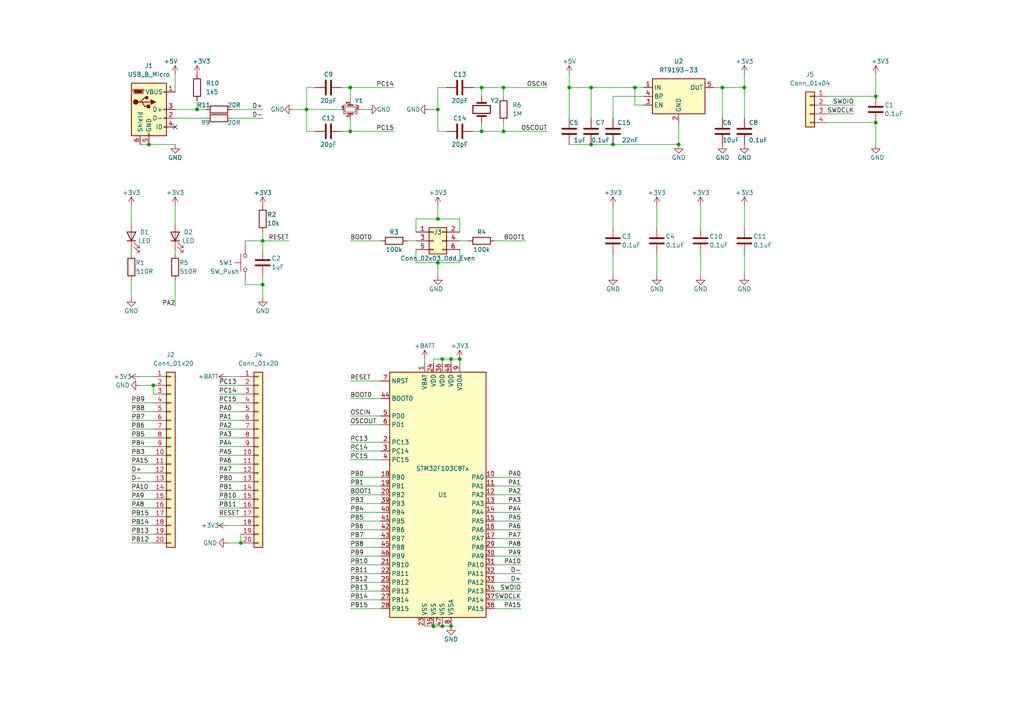
<source format=kicad_sch>
(kicad_sch (version 20211123) (generator eeschema)

  (uuid 825c70b0-4860-42b7-97dc-86bfa46e06fd)

  (paper "A4")

  (lib_symbols
    (symbol "Connector:USB_B_Micro" (pin_names (offset 1.016)) (in_bom yes) (on_board yes)
      (property "Reference" "J" (id 0) (at -5.08 11.43 0)
        (effects (font (size 1.27 1.27)) (justify left))
      )
      (property "Value" "USB_B_Micro" (id 1) (at -5.08 8.89 0)
        (effects (font (size 1.27 1.27)) (justify left))
      )
      (property "Footprint" "" (id 2) (at 3.81 -1.27 0)
        (effects (font (size 1.27 1.27)) hide)
      )
      (property "Datasheet" "~" (id 3) (at 3.81 -1.27 0)
        (effects (font (size 1.27 1.27)) hide)
      )
      (property "ki_keywords" "connector USB micro" (id 4) (at 0 0 0)
        (effects (font (size 1.27 1.27)) hide)
      )
      (property "ki_description" "USB Micro Type B connector" (id 5) (at 0 0 0)
        (effects (font (size 1.27 1.27)) hide)
      )
      (property "ki_fp_filters" "USB*" (id 6) (at 0 0 0)
        (effects (font (size 1.27 1.27)) hide)
      )
      (symbol "USB_B_Micro_0_1"
        (rectangle (start -5.08 -7.62) (end 5.08 7.62)
          (stroke (width 0.254) (type default) (color 0 0 0 0))
          (fill (type background))
        )
        (circle (center -3.81 2.159) (radius 0.635)
          (stroke (width 0.254) (type default) (color 0 0 0 0))
          (fill (type outline))
        )
        (circle (center -0.635 3.429) (radius 0.381)
          (stroke (width 0.254) (type default) (color 0 0 0 0))
          (fill (type outline))
        )
        (rectangle (start -0.127 -7.62) (end 0.127 -6.858)
          (stroke (width 0) (type default) (color 0 0 0 0))
          (fill (type none))
        )
        (polyline
          (pts
            (xy -1.905 2.159)
            (xy 0.635 2.159)
          )
          (stroke (width 0.254) (type default) (color 0 0 0 0))
          (fill (type none))
        )
        (polyline
          (pts
            (xy -3.175 2.159)
            (xy -2.54 2.159)
            (xy -1.27 3.429)
            (xy -0.635 3.429)
          )
          (stroke (width 0.254) (type default) (color 0 0 0 0))
          (fill (type none))
        )
        (polyline
          (pts
            (xy -2.54 2.159)
            (xy -1.905 2.159)
            (xy -1.27 0.889)
            (xy 0 0.889)
          )
          (stroke (width 0.254) (type default) (color 0 0 0 0))
          (fill (type none))
        )
        (polyline
          (pts
            (xy 0.635 2.794)
            (xy 0.635 1.524)
            (xy 1.905 2.159)
            (xy 0.635 2.794)
          )
          (stroke (width 0.254) (type default) (color 0 0 0 0))
          (fill (type outline))
        )
        (polyline
          (pts
            (xy -4.318 5.588)
            (xy -1.778 5.588)
            (xy -2.032 4.826)
            (xy -4.064 4.826)
            (xy -4.318 5.588)
          )
          (stroke (width 0) (type default) (color 0 0 0 0))
          (fill (type outline))
        )
        (polyline
          (pts
            (xy -4.699 5.842)
            (xy -4.699 5.588)
            (xy -4.445 4.826)
            (xy -4.445 4.572)
            (xy -1.651 4.572)
            (xy -1.651 4.826)
            (xy -1.397 5.588)
            (xy -1.397 5.842)
            (xy -4.699 5.842)
          )
          (stroke (width 0) (type default) (color 0 0 0 0))
          (fill (type none))
        )
        (rectangle (start 0.254 1.27) (end -0.508 0.508)
          (stroke (width 0.254) (type default) (color 0 0 0 0))
          (fill (type outline))
        )
        (rectangle (start 5.08 -5.207) (end 4.318 -4.953)
          (stroke (width 0) (type default) (color 0 0 0 0))
          (fill (type none))
        )
        (rectangle (start 5.08 -2.667) (end 4.318 -2.413)
          (stroke (width 0) (type default) (color 0 0 0 0))
          (fill (type none))
        )
        (rectangle (start 5.08 -0.127) (end 4.318 0.127)
          (stroke (width 0) (type default) (color 0 0 0 0))
          (fill (type none))
        )
        (rectangle (start 5.08 4.953) (end 4.318 5.207)
          (stroke (width 0) (type default) (color 0 0 0 0))
          (fill (type none))
        )
      )
      (symbol "USB_B_Micro_1_1"
        (pin power_out line (at 7.62 5.08 180) (length 2.54)
          (name "VBUS" (effects (font (size 1.27 1.27))))
          (number "1" (effects (font (size 1.27 1.27))))
        )
        (pin bidirectional line (at 7.62 -2.54 180) (length 2.54)
          (name "D-" (effects (font (size 1.27 1.27))))
          (number "2" (effects (font (size 1.27 1.27))))
        )
        (pin bidirectional line (at 7.62 0 180) (length 2.54)
          (name "D+" (effects (font (size 1.27 1.27))))
          (number "3" (effects (font (size 1.27 1.27))))
        )
        (pin passive line (at 7.62 -5.08 180) (length 2.54)
          (name "ID" (effects (font (size 1.27 1.27))))
          (number "4" (effects (font (size 1.27 1.27))))
        )
        (pin power_out line (at 0 -10.16 90) (length 2.54)
          (name "GND" (effects (font (size 1.27 1.27))))
          (number "5" (effects (font (size 1.27 1.27))))
        )
        (pin passive line (at -2.54 -10.16 90) (length 2.54)
          (name "Shield" (effects (font (size 1.27 1.27))))
          (number "6" (effects (font (size 1.27 1.27))))
        )
      )
    )
    (symbol "Connector_Generic:Conn_01x04" (pin_names (offset 1.016) hide) (in_bom yes) (on_board yes)
      (property "Reference" "J" (id 0) (at 0 5.08 0)
        (effects (font (size 1.27 1.27)))
      )
      (property "Value" "Conn_01x04" (id 1) (at 0 -7.62 0)
        (effects (font (size 1.27 1.27)))
      )
      (property "Footprint" "" (id 2) (at 0 0 0)
        (effects (font (size 1.27 1.27)) hide)
      )
      (property "Datasheet" "~" (id 3) (at 0 0 0)
        (effects (font (size 1.27 1.27)) hide)
      )
      (property "ki_keywords" "connector" (id 4) (at 0 0 0)
        (effects (font (size 1.27 1.27)) hide)
      )
      (property "ki_description" "Generic connector, single row, 01x04, script generated (kicad-library-utils/schlib/autogen/connector/)" (id 5) (at 0 0 0)
        (effects (font (size 1.27 1.27)) hide)
      )
      (property "ki_fp_filters" "Connector*:*_1x??_*" (id 6) (at 0 0 0)
        (effects (font (size 1.27 1.27)) hide)
      )
      (symbol "Conn_01x04_1_1"
        (rectangle (start -1.27 -4.953) (end 0 -5.207)
          (stroke (width 0.1524) (type default) (color 0 0 0 0))
          (fill (type none))
        )
        (rectangle (start -1.27 -2.413) (end 0 -2.667)
          (stroke (width 0.1524) (type default) (color 0 0 0 0))
          (fill (type none))
        )
        (rectangle (start -1.27 0.127) (end 0 -0.127)
          (stroke (width 0.1524) (type default) (color 0 0 0 0))
          (fill (type none))
        )
        (rectangle (start -1.27 2.667) (end 0 2.413)
          (stroke (width 0.1524) (type default) (color 0 0 0 0))
          (fill (type none))
        )
        (rectangle (start -1.27 3.81) (end 1.27 -6.35)
          (stroke (width 0.254) (type default) (color 0 0 0 0))
          (fill (type background))
        )
        (pin passive line (at -5.08 2.54 0) (length 3.81)
          (name "Pin_1" (effects (font (size 1.27 1.27))))
          (number "1" (effects (font (size 1.27 1.27))))
        )
        (pin passive line (at -5.08 0 0) (length 3.81)
          (name "Pin_2" (effects (font (size 1.27 1.27))))
          (number "2" (effects (font (size 1.27 1.27))))
        )
        (pin passive line (at -5.08 -2.54 0) (length 3.81)
          (name "Pin_3" (effects (font (size 1.27 1.27))))
          (number "3" (effects (font (size 1.27 1.27))))
        )
        (pin passive line (at -5.08 -5.08 0) (length 3.81)
          (name "Pin_4" (effects (font (size 1.27 1.27))))
          (number "4" (effects (font (size 1.27 1.27))))
        )
      )
    )
    (symbol "Connector_Generic:Conn_01x20" (pin_names (offset 1.016) hide) (in_bom yes) (on_board yes)
      (property "Reference" "J" (id 0) (at 0 25.4 0)
        (effects (font (size 1.27 1.27)))
      )
      (property "Value" "Conn_01x20" (id 1) (at 0 -27.94 0)
        (effects (font (size 1.27 1.27)))
      )
      (property "Footprint" "" (id 2) (at 0 0 0)
        (effects (font (size 1.27 1.27)) hide)
      )
      (property "Datasheet" "~" (id 3) (at 0 0 0)
        (effects (font (size 1.27 1.27)) hide)
      )
      (property "ki_keywords" "connector" (id 4) (at 0 0 0)
        (effects (font (size 1.27 1.27)) hide)
      )
      (property "ki_description" "Generic connector, single row, 01x20, script generated (kicad-library-utils/schlib/autogen/connector/)" (id 5) (at 0 0 0)
        (effects (font (size 1.27 1.27)) hide)
      )
      (property "ki_fp_filters" "Connector*:*_1x??_*" (id 6) (at 0 0 0)
        (effects (font (size 1.27 1.27)) hide)
      )
      (symbol "Conn_01x20_1_1"
        (rectangle (start -1.27 -25.273) (end 0 -25.527)
          (stroke (width 0.1524) (type default) (color 0 0 0 0))
          (fill (type none))
        )
        (rectangle (start -1.27 -22.733) (end 0 -22.987)
          (stroke (width 0.1524) (type default) (color 0 0 0 0))
          (fill (type none))
        )
        (rectangle (start -1.27 -20.193) (end 0 -20.447)
          (stroke (width 0.1524) (type default) (color 0 0 0 0))
          (fill (type none))
        )
        (rectangle (start -1.27 -17.653) (end 0 -17.907)
          (stroke (width 0.1524) (type default) (color 0 0 0 0))
          (fill (type none))
        )
        (rectangle (start -1.27 -15.113) (end 0 -15.367)
          (stroke (width 0.1524) (type default) (color 0 0 0 0))
          (fill (type none))
        )
        (rectangle (start -1.27 -12.573) (end 0 -12.827)
          (stroke (width 0.1524) (type default) (color 0 0 0 0))
          (fill (type none))
        )
        (rectangle (start -1.27 -10.033) (end 0 -10.287)
          (stroke (width 0.1524) (type default) (color 0 0 0 0))
          (fill (type none))
        )
        (rectangle (start -1.27 -7.493) (end 0 -7.747)
          (stroke (width 0.1524) (type default) (color 0 0 0 0))
          (fill (type none))
        )
        (rectangle (start -1.27 -4.953) (end 0 -5.207)
          (stroke (width 0.1524) (type default) (color 0 0 0 0))
          (fill (type none))
        )
        (rectangle (start -1.27 -2.413) (end 0 -2.667)
          (stroke (width 0.1524) (type default) (color 0 0 0 0))
          (fill (type none))
        )
        (rectangle (start -1.27 0.127) (end 0 -0.127)
          (stroke (width 0.1524) (type default) (color 0 0 0 0))
          (fill (type none))
        )
        (rectangle (start -1.27 2.667) (end 0 2.413)
          (stroke (width 0.1524) (type default) (color 0 0 0 0))
          (fill (type none))
        )
        (rectangle (start -1.27 5.207) (end 0 4.953)
          (stroke (width 0.1524) (type default) (color 0 0 0 0))
          (fill (type none))
        )
        (rectangle (start -1.27 7.747) (end 0 7.493)
          (stroke (width 0.1524) (type default) (color 0 0 0 0))
          (fill (type none))
        )
        (rectangle (start -1.27 10.287) (end 0 10.033)
          (stroke (width 0.1524) (type default) (color 0 0 0 0))
          (fill (type none))
        )
        (rectangle (start -1.27 12.827) (end 0 12.573)
          (stroke (width 0.1524) (type default) (color 0 0 0 0))
          (fill (type none))
        )
        (rectangle (start -1.27 15.367) (end 0 15.113)
          (stroke (width 0.1524) (type default) (color 0 0 0 0))
          (fill (type none))
        )
        (rectangle (start -1.27 17.907) (end 0 17.653)
          (stroke (width 0.1524) (type default) (color 0 0 0 0))
          (fill (type none))
        )
        (rectangle (start -1.27 20.447) (end 0 20.193)
          (stroke (width 0.1524) (type default) (color 0 0 0 0))
          (fill (type none))
        )
        (rectangle (start -1.27 22.987) (end 0 22.733)
          (stroke (width 0.1524) (type default) (color 0 0 0 0))
          (fill (type none))
        )
        (rectangle (start -1.27 24.13) (end 1.27 -26.67)
          (stroke (width 0.254) (type default) (color 0 0 0 0))
          (fill (type background))
        )
        (pin passive line (at -5.08 22.86 0) (length 3.81)
          (name "Pin_1" (effects (font (size 1.27 1.27))))
          (number "1" (effects (font (size 1.27 1.27))))
        )
        (pin passive line (at -5.08 0 0) (length 3.81)
          (name "Pin_10" (effects (font (size 1.27 1.27))))
          (number "10" (effects (font (size 1.27 1.27))))
        )
        (pin passive line (at -5.08 -2.54 0) (length 3.81)
          (name "Pin_11" (effects (font (size 1.27 1.27))))
          (number "11" (effects (font (size 1.27 1.27))))
        )
        (pin passive line (at -5.08 -5.08 0) (length 3.81)
          (name "Pin_12" (effects (font (size 1.27 1.27))))
          (number "12" (effects (font (size 1.27 1.27))))
        )
        (pin passive line (at -5.08 -7.62 0) (length 3.81)
          (name "Pin_13" (effects (font (size 1.27 1.27))))
          (number "13" (effects (font (size 1.27 1.27))))
        )
        (pin passive line (at -5.08 -10.16 0) (length 3.81)
          (name "Pin_14" (effects (font (size 1.27 1.27))))
          (number "14" (effects (font (size 1.27 1.27))))
        )
        (pin passive line (at -5.08 -12.7 0) (length 3.81)
          (name "Pin_15" (effects (font (size 1.27 1.27))))
          (number "15" (effects (font (size 1.27 1.27))))
        )
        (pin passive line (at -5.08 -15.24 0) (length 3.81)
          (name "Pin_16" (effects (font (size 1.27 1.27))))
          (number "16" (effects (font (size 1.27 1.27))))
        )
        (pin passive line (at -5.08 -17.78 0) (length 3.81)
          (name "Pin_17" (effects (font (size 1.27 1.27))))
          (number "17" (effects (font (size 1.27 1.27))))
        )
        (pin passive line (at -5.08 -20.32 0) (length 3.81)
          (name "Pin_18" (effects (font (size 1.27 1.27))))
          (number "18" (effects (font (size 1.27 1.27))))
        )
        (pin passive line (at -5.08 -22.86 0) (length 3.81)
          (name "Pin_19" (effects (font (size 1.27 1.27))))
          (number "19" (effects (font (size 1.27 1.27))))
        )
        (pin passive line (at -5.08 20.32 0) (length 3.81)
          (name "Pin_2" (effects (font (size 1.27 1.27))))
          (number "2" (effects (font (size 1.27 1.27))))
        )
        (pin passive line (at -5.08 -25.4 0) (length 3.81)
          (name "Pin_20" (effects (font (size 1.27 1.27))))
          (number "20" (effects (font (size 1.27 1.27))))
        )
        (pin passive line (at -5.08 17.78 0) (length 3.81)
          (name "Pin_3" (effects (font (size 1.27 1.27))))
          (number "3" (effects (font (size 1.27 1.27))))
        )
        (pin passive line (at -5.08 15.24 0) (length 3.81)
          (name "Pin_4" (effects (font (size 1.27 1.27))))
          (number "4" (effects (font (size 1.27 1.27))))
        )
        (pin passive line (at -5.08 12.7 0) (length 3.81)
          (name "Pin_5" (effects (font (size 1.27 1.27))))
          (number "5" (effects (font (size 1.27 1.27))))
        )
        (pin passive line (at -5.08 10.16 0) (length 3.81)
          (name "Pin_6" (effects (font (size 1.27 1.27))))
          (number "6" (effects (font (size 1.27 1.27))))
        )
        (pin passive line (at -5.08 7.62 0) (length 3.81)
          (name "Pin_7" (effects (font (size 1.27 1.27))))
          (number "7" (effects (font (size 1.27 1.27))))
        )
        (pin passive line (at -5.08 5.08 0) (length 3.81)
          (name "Pin_8" (effects (font (size 1.27 1.27))))
          (number "8" (effects (font (size 1.27 1.27))))
        )
        (pin passive line (at -5.08 2.54 0) (length 3.81)
          (name "Pin_9" (effects (font (size 1.27 1.27))))
          (number "9" (effects (font (size 1.27 1.27))))
        )
      )
    )
    (symbol "Connector_Generic:Conn_02x03_Odd_Even" (pin_names (offset 1.016) hide) (in_bom yes) (on_board yes)
      (property "Reference" "J" (id 0) (at 1.27 5.08 0)
        (effects (font (size 1.27 1.27)))
      )
      (property "Value" "Conn_02x03_Odd_Even" (id 1) (at 1.27 -5.08 0)
        (effects (font (size 1.27 1.27)))
      )
      (property "Footprint" "" (id 2) (at 0 0 0)
        (effects (font (size 1.27 1.27)) hide)
      )
      (property "Datasheet" "~" (id 3) (at 0 0 0)
        (effects (font (size 1.27 1.27)) hide)
      )
      (property "ki_keywords" "connector" (id 4) (at 0 0 0)
        (effects (font (size 1.27 1.27)) hide)
      )
      (property "ki_description" "Generic connector, double row, 02x03, odd/even pin numbering scheme (row 1 odd numbers, row 2 even numbers), script generated (kicad-library-utils/schlib/autogen/connector/)" (id 5) (at 0 0 0)
        (effects (font (size 1.27 1.27)) hide)
      )
      (property "ki_fp_filters" "Connector*:*_2x??_*" (id 6) (at 0 0 0)
        (effects (font (size 1.27 1.27)) hide)
      )
      (symbol "Conn_02x03_Odd_Even_1_1"
        (rectangle (start -1.27 -2.413) (end 0 -2.667)
          (stroke (width 0.1524) (type default) (color 0 0 0 0))
          (fill (type none))
        )
        (rectangle (start -1.27 0.127) (end 0 -0.127)
          (stroke (width 0.1524) (type default) (color 0 0 0 0))
          (fill (type none))
        )
        (rectangle (start -1.27 2.667) (end 0 2.413)
          (stroke (width 0.1524) (type default) (color 0 0 0 0))
          (fill (type none))
        )
        (rectangle (start -1.27 3.81) (end 3.81 -3.81)
          (stroke (width 0.254) (type default) (color 0 0 0 0))
          (fill (type background))
        )
        (rectangle (start 3.81 -2.413) (end 2.54 -2.667)
          (stroke (width 0.1524) (type default) (color 0 0 0 0))
          (fill (type none))
        )
        (rectangle (start 3.81 0.127) (end 2.54 -0.127)
          (stroke (width 0.1524) (type default) (color 0 0 0 0))
          (fill (type none))
        )
        (rectangle (start 3.81 2.667) (end 2.54 2.413)
          (stroke (width 0.1524) (type default) (color 0 0 0 0))
          (fill (type none))
        )
        (pin passive line (at -5.08 2.54 0) (length 3.81)
          (name "Pin_1" (effects (font (size 1.27 1.27))))
          (number "1" (effects (font (size 1.27 1.27))))
        )
        (pin passive line (at 7.62 2.54 180) (length 3.81)
          (name "Pin_2" (effects (font (size 1.27 1.27))))
          (number "2" (effects (font (size 1.27 1.27))))
        )
        (pin passive line (at -5.08 0 0) (length 3.81)
          (name "Pin_3" (effects (font (size 1.27 1.27))))
          (number "3" (effects (font (size 1.27 1.27))))
        )
        (pin passive line (at 7.62 0 180) (length 3.81)
          (name "Pin_4" (effects (font (size 1.27 1.27))))
          (number "4" (effects (font (size 1.27 1.27))))
        )
        (pin passive line (at -5.08 -2.54 0) (length 3.81)
          (name "Pin_5" (effects (font (size 1.27 1.27))))
          (number "5" (effects (font (size 1.27 1.27))))
        )
        (pin passive line (at 7.62 -2.54 180) (length 3.81)
          (name "Pin_6" (effects (font (size 1.27 1.27))))
          (number "6" (effects (font (size 1.27 1.27))))
        )
      )
    )
    (symbol "Device:C" (pin_numbers hide) (pin_names (offset 0.254)) (in_bom yes) (on_board yes)
      (property "Reference" "C" (id 0) (at 0.635 2.54 0)
        (effects (font (size 1.27 1.27)) (justify left))
      )
      (property "Value" "C" (id 1) (at 0.635 -2.54 0)
        (effects (font (size 1.27 1.27)) (justify left))
      )
      (property "Footprint" "" (id 2) (at 0.9652 -3.81 0)
        (effects (font (size 1.27 1.27)) hide)
      )
      (property "Datasheet" "~" (id 3) (at 0 0 0)
        (effects (font (size 1.27 1.27)) hide)
      )
      (property "ki_keywords" "cap capacitor" (id 4) (at 0 0 0)
        (effects (font (size 1.27 1.27)) hide)
      )
      (property "ki_description" "Unpolarized capacitor" (id 5) (at 0 0 0)
        (effects (font (size 1.27 1.27)) hide)
      )
      (property "ki_fp_filters" "C_*" (id 6) (at 0 0 0)
        (effects (font (size 1.27 1.27)) hide)
      )
      (symbol "C_0_1"
        (polyline
          (pts
            (xy -2.032 -0.762)
            (xy 2.032 -0.762)
          )
          (stroke (width 0.508) (type default) (color 0 0 0 0))
          (fill (type none))
        )
        (polyline
          (pts
            (xy -2.032 0.762)
            (xy 2.032 0.762)
          )
          (stroke (width 0.508) (type default) (color 0 0 0 0))
          (fill (type none))
        )
      )
      (symbol "C_1_1"
        (pin passive line (at 0 3.81 270) (length 2.794)
          (name "~" (effects (font (size 1.27 1.27))))
          (number "1" (effects (font (size 1.27 1.27))))
        )
        (pin passive line (at 0 -3.81 90) (length 2.794)
          (name "~" (effects (font (size 1.27 1.27))))
          (number "2" (effects (font (size 1.27 1.27))))
        )
      )
    )
    (symbol "Device:Crystal" (pin_numbers hide) (pin_names (offset 1.016) hide) (in_bom yes) (on_board yes)
      (property "Reference" "Y" (id 0) (at 0 3.81 0)
        (effects (font (size 1.27 1.27)))
      )
      (property "Value" "Crystal" (id 1) (at 0 -3.81 0)
        (effects (font (size 1.27 1.27)))
      )
      (property "Footprint" "" (id 2) (at 0 0 0)
        (effects (font (size 1.27 1.27)) hide)
      )
      (property "Datasheet" "~" (id 3) (at 0 0 0)
        (effects (font (size 1.27 1.27)) hide)
      )
      (property "ki_keywords" "quartz ceramic resonator oscillator" (id 4) (at 0 0 0)
        (effects (font (size 1.27 1.27)) hide)
      )
      (property "ki_description" "Two pin crystal" (id 5) (at 0 0 0)
        (effects (font (size 1.27 1.27)) hide)
      )
      (property "ki_fp_filters" "Crystal*" (id 6) (at 0 0 0)
        (effects (font (size 1.27 1.27)) hide)
      )
      (symbol "Crystal_0_1"
        (rectangle (start -1.143 2.54) (end 1.143 -2.54)
          (stroke (width 0.3048) (type default) (color 0 0 0 0))
          (fill (type none))
        )
        (polyline
          (pts
            (xy -2.54 0)
            (xy -1.905 0)
          )
          (stroke (width 0) (type default) (color 0 0 0 0))
          (fill (type none))
        )
        (polyline
          (pts
            (xy -1.905 -1.27)
            (xy -1.905 1.27)
          )
          (stroke (width 0.508) (type default) (color 0 0 0 0))
          (fill (type none))
        )
        (polyline
          (pts
            (xy 1.905 -1.27)
            (xy 1.905 1.27)
          )
          (stroke (width 0.508) (type default) (color 0 0 0 0))
          (fill (type none))
        )
        (polyline
          (pts
            (xy 2.54 0)
            (xy 1.905 0)
          )
          (stroke (width 0) (type default) (color 0 0 0 0))
          (fill (type none))
        )
      )
      (symbol "Crystal_1_1"
        (pin passive line (at -3.81 0 0) (length 1.27)
          (name "1" (effects (font (size 1.27 1.27))))
          (number "1" (effects (font (size 1.27 1.27))))
        )
        (pin passive line (at 3.81 0 180) (length 1.27)
          (name "2" (effects (font (size 1.27 1.27))))
          (number "2" (effects (font (size 1.27 1.27))))
        )
      )
    )
    (symbol "Device:Crystal_GND24_Small" (pin_names (offset 1.016) hide) (in_bom yes) (on_board yes)
      (property "Reference" "Y" (id 0) (at 1.27 4.445 0)
        (effects (font (size 1.27 1.27)) (justify left))
      )
      (property "Value" "Crystal_GND24_Small" (id 1) (at 1.27 2.54 0)
        (effects (font (size 1.27 1.27)) (justify left))
      )
      (property "Footprint" "" (id 2) (at 0 0 0)
        (effects (font (size 1.27 1.27)) hide)
      )
      (property "Datasheet" "~" (id 3) (at 0 0 0)
        (effects (font (size 1.27 1.27)) hide)
      )
      (property "ki_keywords" "quartz ceramic resonator oscillator" (id 4) (at 0 0 0)
        (effects (font (size 1.27 1.27)) hide)
      )
      (property "ki_description" "Four pin crystal, GND on pins 2 and 4, small symbol" (id 5) (at 0 0 0)
        (effects (font (size 1.27 1.27)) hide)
      )
      (property "ki_fp_filters" "Crystal*" (id 6) (at 0 0 0)
        (effects (font (size 1.27 1.27)) hide)
      )
      (symbol "Crystal_GND24_Small_0_1"
        (rectangle (start -0.762 -1.524) (end 0.762 1.524)
          (stroke (width 0) (type default) (color 0 0 0 0))
          (fill (type none))
        )
        (polyline
          (pts
            (xy -1.27 -0.762)
            (xy -1.27 0.762)
          )
          (stroke (width 0.381) (type default) (color 0 0 0 0))
          (fill (type none))
        )
        (polyline
          (pts
            (xy 1.27 -0.762)
            (xy 1.27 0.762)
          )
          (stroke (width 0.381) (type default) (color 0 0 0 0))
          (fill (type none))
        )
        (polyline
          (pts
            (xy -1.27 -1.27)
            (xy -1.27 -1.905)
            (xy 1.27 -1.905)
            (xy 1.27 -1.27)
          )
          (stroke (width 0) (type default) (color 0 0 0 0))
          (fill (type none))
        )
        (polyline
          (pts
            (xy -1.27 1.27)
            (xy -1.27 1.905)
            (xy 1.27 1.905)
            (xy 1.27 1.27)
          )
          (stroke (width 0) (type default) (color 0 0 0 0))
          (fill (type none))
        )
      )
      (symbol "Crystal_GND24_Small_1_1"
        (pin passive line (at -2.54 0 0) (length 1.27)
          (name "1" (effects (font (size 1.27 1.27))))
          (number "1" (effects (font (size 0.762 0.762))))
        )
        (pin passive line (at 0 -2.54 90) (length 0.635)
          (name "2" (effects (font (size 1.27 1.27))))
          (number "2" (effects (font (size 0.762 0.762))))
        )
        (pin passive line (at 2.54 0 180) (length 1.27)
          (name "3" (effects (font (size 1.27 1.27))))
          (number "3" (effects (font (size 0.762 0.762))))
        )
        (pin passive line (at 0 2.54 270) (length 0.635)
          (name "4" (effects (font (size 1.27 1.27))))
          (number "4" (effects (font (size 0.762 0.762))))
        )
      )
    )
    (symbol "Device:LED" (pin_numbers hide) (pin_names (offset 1.016) hide) (in_bom yes) (on_board yes)
      (property "Reference" "D" (id 0) (at 0 2.54 0)
        (effects (font (size 1.27 1.27)))
      )
      (property "Value" "LED" (id 1) (at 0 -2.54 0)
        (effects (font (size 1.27 1.27)))
      )
      (property "Footprint" "" (id 2) (at 0 0 0)
        (effects (font (size 1.27 1.27)) hide)
      )
      (property "Datasheet" "~" (id 3) (at 0 0 0)
        (effects (font (size 1.27 1.27)) hide)
      )
      (property "ki_keywords" "LED diode" (id 4) (at 0 0 0)
        (effects (font (size 1.27 1.27)) hide)
      )
      (property "ki_description" "Light emitting diode" (id 5) (at 0 0 0)
        (effects (font (size 1.27 1.27)) hide)
      )
      (property "ki_fp_filters" "LED* LED_SMD:* LED_THT:*" (id 6) (at 0 0 0)
        (effects (font (size 1.27 1.27)) hide)
      )
      (symbol "LED_0_1"
        (polyline
          (pts
            (xy -1.27 -1.27)
            (xy -1.27 1.27)
          )
          (stroke (width 0.254) (type default) (color 0 0 0 0))
          (fill (type none))
        )
        (polyline
          (pts
            (xy -1.27 0)
            (xy 1.27 0)
          )
          (stroke (width 0) (type default) (color 0 0 0 0))
          (fill (type none))
        )
        (polyline
          (pts
            (xy 1.27 -1.27)
            (xy 1.27 1.27)
            (xy -1.27 0)
            (xy 1.27 -1.27)
          )
          (stroke (width 0.254) (type default) (color 0 0 0 0))
          (fill (type none))
        )
        (polyline
          (pts
            (xy -3.048 -0.762)
            (xy -4.572 -2.286)
            (xy -3.81 -2.286)
            (xy -4.572 -2.286)
            (xy -4.572 -1.524)
          )
          (stroke (width 0) (type default) (color 0 0 0 0))
          (fill (type none))
        )
        (polyline
          (pts
            (xy -1.778 -0.762)
            (xy -3.302 -2.286)
            (xy -2.54 -2.286)
            (xy -3.302 -2.286)
            (xy -3.302 -1.524)
          )
          (stroke (width 0) (type default) (color 0 0 0 0))
          (fill (type none))
        )
      )
      (symbol "LED_1_1"
        (pin passive line (at -3.81 0 0) (length 2.54)
          (name "K" (effects (font (size 1.27 1.27))))
          (number "1" (effects (font (size 1.27 1.27))))
        )
        (pin passive line (at 3.81 0 180) (length 2.54)
          (name "A" (effects (font (size 1.27 1.27))))
          (number "2" (effects (font (size 1.27 1.27))))
        )
      )
    )
    (symbol "Device:R" (pin_numbers hide) (pin_names (offset 0)) (in_bom yes) (on_board yes)
      (property "Reference" "R" (id 0) (at 2.032 0 90)
        (effects (font (size 1.27 1.27)))
      )
      (property "Value" "R" (id 1) (at 0 0 90)
        (effects (font (size 1.27 1.27)))
      )
      (property "Footprint" "" (id 2) (at -1.778 0 90)
        (effects (font (size 1.27 1.27)) hide)
      )
      (property "Datasheet" "~" (id 3) (at 0 0 0)
        (effects (font (size 1.27 1.27)) hide)
      )
      (property "ki_keywords" "R res resistor" (id 4) (at 0 0 0)
        (effects (font (size 1.27 1.27)) hide)
      )
      (property "ki_description" "Resistor" (id 5) (at 0 0 0)
        (effects (font (size 1.27 1.27)) hide)
      )
      (property "ki_fp_filters" "R_*" (id 6) (at 0 0 0)
        (effects (font (size 1.27 1.27)) hide)
      )
      (symbol "R_0_1"
        (rectangle (start -1.016 -2.54) (end 1.016 2.54)
          (stroke (width 0.254) (type default) (color 0 0 0 0))
          (fill (type none))
        )
      )
      (symbol "R_1_1"
        (pin passive line (at 0 3.81 270) (length 1.27)
          (name "~" (effects (font (size 1.27 1.27))))
          (number "1" (effects (font (size 1.27 1.27))))
        )
        (pin passive line (at 0 -3.81 90) (length 1.27)
          (name "~" (effects (font (size 1.27 1.27))))
          (number "2" (effects (font (size 1.27 1.27))))
        )
      )
    )
    (symbol "MCU_ST_STM32F1:STM32F103C8Tx" (in_bom yes) (on_board yes)
      (property "Reference" "U" (id 0) (at -15.24 36.83 0)
        (effects (font (size 1.27 1.27)) (justify left))
      )
      (property "Value" "STM32F103C8Tx" (id 1) (at 7.62 36.83 0)
        (effects (font (size 1.27 1.27)) (justify left))
      )
      (property "Footprint" "Package_QFP:LQFP-48_7x7mm_P0.5mm" (id 2) (at -15.24 -35.56 0)
        (effects (font (size 1.27 1.27)) (justify right) hide)
      )
      (property "Datasheet" "http://www.st.com/st-web-ui/static/active/en/resource/technical/document/datasheet/CD00161566.pdf" (id 3) (at 0 0 0)
        (effects (font (size 1.27 1.27)) hide)
      )
      (property "ki_keywords" "ARM Cortex-M3 STM32F1 STM32F103" (id 4) (at 0 0 0)
        (effects (font (size 1.27 1.27)) hide)
      )
      (property "ki_description" "ARM Cortex-M3 MCU, 64KB flash, 20KB RAM, 72MHz, 2-3.6V, 37 GPIO, LQFP-48" (id 5) (at 0 0 0)
        (effects (font (size 1.27 1.27)) hide)
      )
      (property "ki_fp_filters" "LQFP*7x7mm*P0.5mm*" (id 6) (at 0 0 0)
        (effects (font (size 1.27 1.27)) hide)
      )
      (symbol "STM32F103C8Tx_0_1"
        (rectangle (start -15.24 -35.56) (end 12.7 35.56)
          (stroke (width 0.254) (type default) (color 0 0 0 0))
          (fill (type background))
        )
      )
      (symbol "STM32F103C8Tx_1_1"
        (pin power_in line (at -5.08 38.1 270) (length 2.54)
          (name "VBAT" (effects (font (size 1.27 1.27))))
          (number "1" (effects (font (size 1.27 1.27))))
        )
        (pin bidirectional line (at 15.24 5.08 180) (length 2.54)
          (name "PA0" (effects (font (size 1.27 1.27))))
          (number "10" (effects (font (size 1.27 1.27))))
        )
        (pin bidirectional line (at 15.24 2.54 180) (length 2.54)
          (name "PA1" (effects (font (size 1.27 1.27))))
          (number "11" (effects (font (size 1.27 1.27))))
        )
        (pin bidirectional line (at 15.24 0 180) (length 2.54)
          (name "PA2" (effects (font (size 1.27 1.27))))
          (number "12" (effects (font (size 1.27 1.27))))
        )
        (pin bidirectional line (at 15.24 -2.54 180) (length 2.54)
          (name "PA3" (effects (font (size 1.27 1.27))))
          (number "13" (effects (font (size 1.27 1.27))))
        )
        (pin bidirectional line (at 15.24 -5.08 180) (length 2.54)
          (name "PA4" (effects (font (size 1.27 1.27))))
          (number "14" (effects (font (size 1.27 1.27))))
        )
        (pin bidirectional line (at 15.24 -7.62 180) (length 2.54)
          (name "PA5" (effects (font (size 1.27 1.27))))
          (number "15" (effects (font (size 1.27 1.27))))
        )
        (pin bidirectional line (at 15.24 -10.16 180) (length 2.54)
          (name "PA6" (effects (font (size 1.27 1.27))))
          (number "16" (effects (font (size 1.27 1.27))))
        )
        (pin bidirectional line (at 15.24 -12.7 180) (length 2.54)
          (name "PA7" (effects (font (size 1.27 1.27))))
          (number "17" (effects (font (size 1.27 1.27))))
        )
        (pin bidirectional line (at -17.78 5.08 0) (length 2.54)
          (name "PB0" (effects (font (size 1.27 1.27))))
          (number "18" (effects (font (size 1.27 1.27))))
        )
        (pin bidirectional line (at -17.78 2.54 0) (length 2.54)
          (name "PB1" (effects (font (size 1.27 1.27))))
          (number "19" (effects (font (size 1.27 1.27))))
        )
        (pin bidirectional line (at -17.78 15.24 0) (length 2.54)
          (name "PC13" (effects (font (size 1.27 1.27))))
          (number "2" (effects (font (size 1.27 1.27))))
        )
        (pin bidirectional line (at -17.78 0 0) (length 2.54)
          (name "PB2" (effects (font (size 1.27 1.27))))
          (number "20" (effects (font (size 1.27 1.27))))
        )
        (pin bidirectional line (at -17.78 -20.32 0) (length 2.54)
          (name "PB10" (effects (font (size 1.27 1.27))))
          (number "21" (effects (font (size 1.27 1.27))))
        )
        (pin bidirectional line (at -17.78 -22.86 0) (length 2.54)
          (name "PB11" (effects (font (size 1.27 1.27))))
          (number "22" (effects (font (size 1.27 1.27))))
        )
        (pin power_in line (at -5.08 -38.1 90) (length 2.54)
          (name "VSS" (effects (font (size 1.27 1.27))))
          (number "23" (effects (font (size 1.27 1.27))))
        )
        (pin power_in line (at -2.54 38.1 270) (length 2.54)
          (name "VDD" (effects (font (size 1.27 1.27))))
          (number "24" (effects (font (size 1.27 1.27))))
        )
        (pin bidirectional line (at -17.78 -25.4 0) (length 2.54)
          (name "PB12" (effects (font (size 1.27 1.27))))
          (number "25" (effects (font (size 1.27 1.27))))
        )
        (pin bidirectional line (at -17.78 -27.94 0) (length 2.54)
          (name "PB13" (effects (font (size 1.27 1.27))))
          (number "26" (effects (font (size 1.27 1.27))))
        )
        (pin bidirectional line (at -17.78 -30.48 0) (length 2.54)
          (name "PB14" (effects (font (size 1.27 1.27))))
          (number "27" (effects (font (size 1.27 1.27))))
        )
        (pin bidirectional line (at -17.78 -33.02 0) (length 2.54)
          (name "PB15" (effects (font (size 1.27 1.27))))
          (number "28" (effects (font (size 1.27 1.27))))
        )
        (pin bidirectional line (at 15.24 -15.24 180) (length 2.54)
          (name "PA8" (effects (font (size 1.27 1.27))))
          (number "29" (effects (font (size 1.27 1.27))))
        )
        (pin bidirectional line (at -17.78 12.7 0) (length 2.54)
          (name "PC14" (effects (font (size 1.27 1.27))))
          (number "3" (effects (font (size 1.27 1.27))))
        )
        (pin bidirectional line (at 15.24 -17.78 180) (length 2.54)
          (name "PA9" (effects (font (size 1.27 1.27))))
          (number "30" (effects (font (size 1.27 1.27))))
        )
        (pin bidirectional line (at 15.24 -20.32 180) (length 2.54)
          (name "PA10" (effects (font (size 1.27 1.27))))
          (number "31" (effects (font (size 1.27 1.27))))
        )
        (pin bidirectional line (at 15.24 -22.86 180) (length 2.54)
          (name "PA11" (effects (font (size 1.27 1.27))))
          (number "32" (effects (font (size 1.27 1.27))))
        )
        (pin bidirectional line (at 15.24 -25.4 180) (length 2.54)
          (name "PA12" (effects (font (size 1.27 1.27))))
          (number "33" (effects (font (size 1.27 1.27))))
        )
        (pin bidirectional line (at 15.24 -27.94 180) (length 2.54)
          (name "PA13" (effects (font (size 1.27 1.27))))
          (number "34" (effects (font (size 1.27 1.27))))
        )
        (pin power_in line (at -2.54 -38.1 90) (length 2.54)
          (name "VSS" (effects (font (size 1.27 1.27))))
          (number "35" (effects (font (size 1.27 1.27))))
        )
        (pin power_in line (at 0 38.1 270) (length 2.54)
          (name "VDD" (effects (font (size 1.27 1.27))))
          (number "36" (effects (font (size 1.27 1.27))))
        )
        (pin bidirectional line (at 15.24 -30.48 180) (length 2.54)
          (name "PA14" (effects (font (size 1.27 1.27))))
          (number "37" (effects (font (size 1.27 1.27))))
        )
        (pin bidirectional line (at 15.24 -33.02 180) (length 2.54)
          (name "PA15" (effects (font (size 1.27 1.27))))
          (number "38" (effects (font (size 1.27 1.27))))
        )
        (pin bidirectional line (at -17.78 -2.54 0) (length 2.54)
          (name "PB3" (effects (font (size 1.27 1.27))))
          (number "39" (effects (font (size 1.27 1.27))))
        )
        (pin bidirectional line (at -17.78 10.16 0) (length 2.54)
          (name "PC15" (effects (font (size 1.27 1.27))))
          (number "4" (effects (font (size 1.27 1.27))))
        )
        (pin bidirectional line (at -17.78 -5.08 0) (length 2.54)
          (name "PB4" (effects (font (size 1.27 1.27))))
          (number "40" (effects (font (size 1.27 1.27))))
        )
        (pin bidirectional line (at -17.78 -7.62 0) (length 2.54)
          (name "PB5" (effects (font (size 1.27 1.27))))
          (number "41" (effects (font (size 1.27 1.27))))
        )
        (pin bidirectional line (at -17.78 -10.16 0) (length 2.54)
          (name "PB6" (effects (font (size 1.27 1.27))))
          (number "42" (effects (font (size 1.27 1.27))))
        )
        (pin bidirectional line (at -17.78 -12.7 0) (length 2.54)
          (name "PB7" (effects (font (size 1.27 1.27))))
          (number "43" (effects (font (size 1.27 1.27))))
        )
        (pin input line (at -17.78 27.94 0) (length 2.54)
          (name "BOOT0" (effects (font (size 1.27 1.27))))
          (number "44" (effects (font (size 1.27 1.27))))
        )
        (pin bidirectional line (at -17.78 -15.24 0) (length 2.54)
          (name "PB8" (effects (font (size 1.27 1.27))))
          (number "45" (effects (font (size 1.27 1.27))))
        )
        (pin bidirectional line (at -17.78 -17.78 0) (length 2.54)
          (name "PB9" (effects (font (size 1.27 1.27))))
          (number "46" (effects (font (size 1.27 1.27))))
        )
        (pin power_in line (at 0 -38.1 90) (length 2.54)
          (name "VSS" (effects (font (size 1.27 1.27))))
          (number "47" (effects (font (size 1.27 1.27))))
        )
        (pin power_in line (at 2.54 38.1 270) (length 2.54)
          (name "VDD" (effects (font (size 1.27 1.27))))
          (number "48" (effects (font (size 1.27 1.27))))
        )
        (pin input line (at -17.78 22.86 0) (length 2.54)
          (name "PD0" (effects (font (size 1.27 1.27))))
          (number "5" (effects (font (size 1.27 1.27))))
        )
        (pin input line (at -17.78 20.32 0) (length 2.54)
          (name "PD1" (effects (font (size 1.27 1.27))))
          (number "6" (effects (font (size 1.27 1.27))))
        )
        (pin input line (at -17.78 33.02 0) (length 2.54)
          (name "NRST" (effects (font (size 1.27 1.27))))
          (number "7" (effects (font (size 1.27 1.27))))
        )
        (pin power_in line (at 2.54 -38.1 90) (length 2.54)
          (name "VSSA" (effects (font (size 1.27 1.27))))
          (number "8" (effects (font (size 1.27 1.27))))
        )
        (pin power_in line (at 5.08 38.1 270) (length 2.54)
          (name "VDDA" (effects (font (size 1.27 1.27))))
          (number "9" (effects (font (size 1.27 1.27))))
        )
      )
    )
    (symbol "Regulator_Linear:RT9193-33" (in_bom yes) (on_board yes)
      (property "Reference" "U" (id 0) (at -7.62 6.35 0)
        (effects (font (size 1.27 1.27)))
      )
      (property "Value" "RT9193-33" (id 1) (at -5.08 6.35 0)
        (effects (font (size 1.27 1.27)) (justify left))
      )
      (property "Footprint" "Package_TO_SOT_SMD:SOT-23-5" (id 2) (at 0 8.255 0)
        (effects (font (size 1.27 1.27) italic) hide)
      )
      (property "Datasheet" "http://www.ti.com/lit/ds/symlink/tps736.pdf" (id 3) (at 1.27 11.43 0)
        (effects (font (size 1.27 1.27)) hide)
      )
      (property "ki_keywords" "Cap free Adjustable LDO 400mA" (id 4) (at 0 0 0)
        (effects (font (size 1.27 1.27)) hide)
      )
      (property "ki_description" "Cap free NMOS 400mA Low Drop Adjustable Out Regulator, SOT-23-5" (id 5) (at 0 0 0)
        (effects (font (size 1.27 1.27)) hide)
      )
      (property "ki_fp_filters" "SOT?23*" (id 6) (at 0 0 0)
        (effects (font (size 1.27 1.27)) hide)
      )
      (symbol "RT9193-33_0_1"
        (rectangle (start -7.62 -5.08) (end 7.62 5.08)
          (stroke (width 0.254) (type default) (color 0 0 0 0))
          (fill (type background))
        )
      )
      (symbol "RT9193-33_1_1"
        (pin power_in line (at -10.16 2.54 0) (length 2.54)
          (name "IN" (effects (font (size 1.27 1.27))))
          (number "1" (effects (font (size 1.27 1.27))))
        )
        (pin power_in line (at 0 -7.62 90) (length 2.54)
          (name "GND" (effects (font (size 1.27 1.27))))
          (number "2" (effects (font (size 1.27 1.27))))
        )
        (pin input line (at -10.16 -2.54 0) (length 2.54)
          (name "EN" (effects (font (size 1.27 1.27))))
          (number "3" (effects (font (size 1.27 1.27))))
        )
        (pin input line (at -10.16 0 0) (length 2.54)
          (name "BP" (effects (font (size 1.27 1.27))))
          (number "4" (effects (font (size 1.27 1.27))))
        )
        (pin power_out line (at 10.16 2.54 180) (length 2.54)
          (name "OUT" (effects (font (size 1.27 1.27))))
          (number "5" (effects (font (size 1.27 1.27))))
        )
      )
    )
    (symbol "Switch:SW_Push" (pin_numbers hide) (pin_names (offset 1.016) hide) (in_bom yes) (on_board yes)
      (property "Reference" "SW" (id 0) (at 1.27 2.54 0)
        (effects (font (size 1.27 1.27)) (justify left))
      )
      (property "Value" "SW_Push" (id 1) (at 0 -1.524 0)
        (effects (font (size 1.27 1.27)))
      )
      (property "Footprint" "" (id 2) (at 0 5.08 0)
        (effects (font (size 1.27 1.27)) hide)
      )
      (property "Datasheet" "~" (id 3) (at 0 5.08 0)
        (effects (font (size 1.27 1.27)) hide)
      )
      (property "ki_keywords" "switch normally-open pushbutton push-button" (id 4) (at 0 0 0)
        (effects (font (size 1.27 1.27)) hide)
      )
      (property "ki_description" "Push button switch, generic, two pins" (id 5) (at 0 0 0)
        (effects (font (size 1.27 1.27)) hide)
      )
      (symbol "SW_Push_0_1"
        (circle (center -2.032 0) (radius 0.508)
          (stroke (width 0) (type default) (color 0 0 0 0))
          (fill (type none))
        )
        (polyline
          (pts
            (xy 0 1.27)
            (xy 0 3.048)
          )
          (stroke (width 0) (type default) (color 0 0 0 0))
          (fill (type none))
        )
        (polyline
          (pts
            (xy 2.54 1.27)
            (xy -2.54 1.27)
          )
          (stroke (width 0) (type default) (color 0 0 0 0))
          (fill (type none))
        )
        (circle (center 2.032 0) (radius 0.508)
          (stroke (width 0) (type default) (color 0 0 0 0))
          (fill (type none))
        )
        (pin passive line (at -5.08 0 0) (length 2.54)
          (name "1" (effects (font (size 1.27 1.27))))
          (number "1" (effects (font (size 1.27 1.27))))
        )
        (pin passive line (at 5.08 0 180) (length 2.54)
          (name "2" (effects (font (size 1.27 1.27))))
          (number "2" (effects (font (size 1.27 1.27))))
        )
      )
    )
    (symbol "power:+3V3" (power) (pin_names (offset 0)) (in_bom yes) (on_board yes)
      (property "Reference" "#PWR" (id 0) (at 0 -3.81 0)
        (effects (font (size 1.27 1.27)) hide)
      )
      (property "Value" "+3V3" (id 1) (at 0 3.556 0)
        (effects (font (size 1.27 1.27)))
      )
      (property "Footprint" "" (id 2) (at 0 0 0)
        (effects (font (size 1.27 1.27)) hide)
      )
      (property "Datasheet" "" (id 3) (at 0 0 0)
        (effects (font (size 1.27 1.27)) hide)
      )
      (property "ki_keywords" "power-flag" (id 4) (at 0 0 0)
        (effects (font (size 1.27 1.27)) hide)
      )
      (property "ki_description" "Power symbol creates a global label with name \"+3V3\"" (id 5) (at 0 0 0)
        (effects (font (size 1.27 1.27)) hide)
      )
      (symbol "+3V3_0_1"
        (polyline
          (pts
            (xy -0.762 1.27)
            (xy 0 2.54)
          )
          (stroke (width 0) (type default) (color 0 0 0 0))
          (fill (type none))
        )
        (polyline
          (pts
            (xy 0 0)
            (xy 0 2.54)
          )
          (stroke (width 0) (type default) (color 0 0 0 0))
          (fill (type none))
        )
        (polyline
          (pts
            (xy 0 2.54)
            (xy 0.762 1.27)
          )
          (stroke (width 0) (type default) (color 0 0 0 0))
          (fill (type none))
        )
      )
      (symbol "+3V3_1_1"
        (pin power_in line (at 0 0 90) (length 0) hide
          (name "+3V3" (effects (font (size 1.27 1.27))))
          (number "1" (effects (font (size 1.27 1.27))))
        )
      )
    )
    (symbol "power:+5V" (power) (pin_names (offset 0)) (in_bom yes) (on_board yes)
      (property "Reference" "#PWR" (id 0) (at 0 -3.81 0)
        (effects (font (size 1.27 1.27)) hide)
      )
      (property "Value" "+5V" (id 1) (at 0 3.556 0)
        (effects (font (size 1.27 1.27)))
      )
      (property "Footprint" "" (id 2) (at 0 0 0)
        (effects (font (size 1.27 1.27)) hide)
      )
      (property "Datasheet" "" (id 3) (at 0 0 0)
        (effects (font (size 1.27 1.27)) hide)
      )
      (property "ki_keywords" "power-flag" (id 4) (at 0 0 0)
        (effects (font (size 1.27 1.27)) hide)
      )
      (property "ki_description" "Power symbol creates a global label with name \"+5V\"" (id 5) (at 0 0 0)
        (effects (font (size 1.27 1.27)) hide)
      )
      (symbol "+5V_0_1"
        (polyline
          (pts
            (xy -0.762 1.27)
            (xy 0 2.54)
          )
          (stroke (width 0) (type default) (color 0 0 0 0))
          (fill (type none))
        )
        (polyline
          (pts
            (xy 0 0)
            (xy 0 2.54)
          )
          (stroke (width 0) (type default) (color 0 0 0 0))
          (fill (type none))
        )
        (polyline
          (pts
            (xy 0 2.54)
            (xy 0.762 1.27)
          )
          (stroke (width 0) (type default) (color 0 0 0 0))
          (fill (type none))
        )
      )
      (symbol "+5V_1_1"
        (pin power_in line (at 0 0 90) (length 0) hide
          (name "+5V" (effects (font (size 1.27 1.27))))
          (number "1" (effects (font (size 1.27 1.27))))
        )
      )
    )
    (symbol "power:+BATT" (power) (pin_names (offset 0)) (in_bom yes) (on_board yes)
      (property "Reference" "#PWR" (id 0) (at 0 -3.81 0)
        (effects (font (size 1.27 1.27)) hide)
      )
      (property "Value" "+BATT" (id 1) (at 0 3.556 0)
        (effects (font (size 1.27 1.27)))
      )
      (property "Footprint" "" (id 2) (at 0 0 0)
        (effects (font (size 1.27 1.27)) hide)
      )
      (property "Datasheet" "" (id 3) (at 0 0 0)
        (effects (font (size 1.27 1.27)) hide)
      )
      (property "ki_keywords" "power-flag battery" (id 4) (at 0 0 0)
        (effects (font (size 1.27 1.27)) hide)
      )
      (property "ki_description" "Power symbol creates a global label with name \"+BATT\"" (id 5) (at 0 0 0)
        (effects (font (size 1.27 1.27)) hide)
      )
      (symbol "+BATT_0_1"
        (polyline
          (pts
            (xy -0.762 1.27)
            (xy 0 2.54)
          )
          (stroke (width 0) (type default) (color 0 0 0 0))
          (fill (type none))
        )
        (polyline
          (pts
            (xy 0 0)
            (xy 0 2.54)
          )
          (stroke (width 0) (type default) (color 0 0 0 0))
          (fill (type none))
        )
        (polyline
          (pts
            (xy 0 2.54)
            (xy 0.762 1.27)
          )
          (stroke (width 0) (type default) (color 0 0 0 0))
          (fill (type none))
        )
      )
      (symbol "+BATT_1_1"
        (pin power_in line (at 0 0 90) (length 0) hide
          (name "+BATT" (effects (font (size 1.27 1.27))))
          (number "1" (effects (font (size 1.27 1.27))))
        )
      )
    )
    (symbol "power:GND" (power) (pin_names (offset 0)) (in_bom yes) (on_board yes)
      (property "Reference" "#PWR" (id 0) (at 0 -6.35 0)
        (effects (font (size 1.27 1.27)) hide)
      )
      (property "Value" "GND" (id 1) (at 0 -3.81 0)
        (effects (font (size 1.27 1.27)))
      )
      (property "Footprint" "" (id 2) (at 0 0 0)
        (effects (font (size 1.27 1.27)) hide)
      )
      (property "Datasheet" "" (id 3) (at 0 0 0)
        (effects (font (size 1.27 1.27)) hide)
      )
      (property "ki_keywords" "power-flag" (id 4) (at 0 0 0)
        (effects (font (size 1.27 1.27)) hide)
      )
      (property "ki_description" "Power symbol creates a global label with name \"GND\" , ground" (id 5) (at 0 0 0)
        (effects (font (size 1.27 1.27)) hide)
      )
      (symbol "GND_0_1"
        (polyline
          (pts
            (xy 0 0)
            (xy 0 -1.27)
            (xy 1.27 -1.27)
            (xy 0 -2.54)
            (xy -1.27 -1.27)
            (xy 0 -1.27)
          )
          (stroke (width 0) (type default) (color 0 0 0 0))
          (fill (type none))
        )
      )
      (symbol "GND_1_1"
        (pin power_in line (at 0 0 270) (length 0) hide
          (name "GND" (effects (font (size 1.27 1.27))))
          (number "1" (effects (font (size 1.27 1.27))))
        )
      )
    )
  )

  (junction (at 101.6 25.4) (diameter 0) (color 0 0 0 0)
    (uuid 11674fb7-ef43-4bb9-bcdb-48c102a4fa9c)
  )
  (junction (at 254 27.94) (diameter 0) (color 0 0 0 0)
    (uuid 17826b2c-0d7c-4a91-be0e-95fb644de25c)
  )
  (junction (at 171.45 25.4) (diameter 0) (color 0 0 0 0)
    (uuid 17f9cf24-1a25-4689-b990-9659edc123d2)
  )
  (junction (at 146.05 38.1) (diameter 0) (color 0 0 0 0)
    (uuid 1b80aaa4-9cfe-448e-8ff1-d2c69f706b2e)
  )
  (junction (at 127 31.75) (diameter 0) (color 0 0 0 0)
    (uuid 1d6d1c26-50a1-4f71-a21c-21bfc0de4398)
  )
  (junction (at 57.15 31.75) (diameter 0) (color 0 0 0 0)
    (uuid 263e9b7e-c3cd-4442-851e-d2b54de99d8e)
  )
  (junction (at 139.7 25.4) (diameter 0) (color 0 0 0 0)
    (uuid 2e2c4431-7ad4-4101-b72a-e48147e24a71)
  )
  (junction (at 215.9 25.4) (diameter 0) (color 0 0 0 0)
    (uuid 2f99276e-662c-44d5-a4e6-a5a865a5ee44)
  )
  (junction (at 177.8 41.91) (diameter 0) (color 0 0 0 0)
    (uuid 32de36bc-12aa-4a31-9a2f-294690f071c8)
  )
  (junction (at 171.45 41.91) (diameter 0) (color 0 0 0 0)
    (uuid 37a13b25-2ccc-4473-969a-7c53018d7744)
  )
  (junction (at 130.81 104.14) (diameter 0) (color 0 0 0 0)
    (uuid 3e3e84c1-d4ff-4cfa-b2da-8f6bdeab6390)
  )
  (junction (at 146.05 25.4) (diameter 0) (color 0 0 0 0)
    (uuid 3eb6166e-d2a4-4778-a9e3-fd9ea19f972e)
  )
  (junction (at 44.45 111.76) (diameter 0) (color 0 0 0 0)
    (uuid 4bb02e17-8d16-48d1-81d6-831c2b597eb1)
  )
  (junction (at 254 35.56) (diameter 0) (color 0 0 0 0)
    (uuid 50245756-4fcb-47f5-8cb5-180acdd1ca3f)
  )
  (junction (at 130.81 181.61) (diameter 0) (color 0 0 0 0)
    (uuid 50757c5b-5112-4a74-8b69-91f6090b0c4a)
  )
  (junction (at 165.1 25.4) (diameter 0) (color 0 0 0 0)
    (uuid 63c2fb09-f5f5-45c3-80ff-83496af40d50)
  )
  (junction (at 128.27 104.14) (diameter 0) (color 0 0 0 0)
    (uuid 6812cc2e-5e09-45b9-9cc2-36d6a687b5a7)
  )
  (junction (at 139.7 38.1) (diameter 0) (color 0 0 0 0)
    (uuid 6dda73be-73a3-4bdf-aea3-f2d520a51491)
  )
  (junction (at 184.15 25.4) (diameter 0) (color 0 0 0 0)
    (uuid 7323e372-336d-410f-ba21-b53de42145b3)
  )
  (junction (at 128.27 181.61) (diameter 0) (color 0 0 0 0)
    (uuid 7e7cbde0-91a6-4730-a90a-8da5f834fd94)
  )
  (junction (at 127 76.2) (diameter 0) (color 0 0 0 0)
    (uuid 86bfa639-71c8-4862-9cb3-b1c344771193)
  )
  (junction (at 125.73 181.61) (diameter 0) (color 0 0 0 0)
    (uuid 8cb15c4f-39fe-4424-91cb-96ed97b9a2df)
  )
  (junction (at 209.55 25.4) (diameter 0) (color 0 0 0 0)
    (uuid 90e2f741-86bf-49fd-9dda-8d4b668c08f5)
  )
  (junction (at 69.85 157.48) (diameter 0) (color 0 0 0 0)
    (uuid 97296d39-de2a-4beb-88b7-c198acaf2d4d)
  )
  (junction (at 43.18 41.91) (diameter 0) (color 0 0 0 0)
    (uuid 9be88b02-bc83-4a0a-a21e-67c4b23f2dd6)
  )
  (junction (at 76.2 69.85) (diameter 0) (color 0 0 0 0)
    (uuid 9d218c2b-0c47-4bc4-9637-c5bee4955208)
  )
  (junction (at 133.35 104.14) (diameter 0) (color 0 0 0 0)
    (uuid ac6e406a-4875-40b8-b3d8-25222d1698e6)
  )
  (junction (at 127 63.5) (diameter 0) (color 0 0 0 0)
    (uuid c751e4ab-24f3-490a-9ce9-5db8c52bc181)
  )
  (junction (at 196.85 41.91) (diameter 0) (color 0 0 0 0)
    (uuid caaf77e4-3648-4b33-81dd-48b9792f1815)
  )
  (junction (at 76.2 82.55) (diameter 0) (color 0 0 0 0)
    (uuid cb80e8d5-6ae0-49e2-8586-e41dbc9ca589)
  )
  (junction (at 88.9 31.75) (diameter 0) (color 0 0 0 0)
    (uuid ddf0d6d9-2966-467f-890b-4d3b60df2caf)
  )
  (junction (at 101.6 38.1) (diameter 0) (color 0 0 0 0)
    (uuid fe36219f-13f1-47e3-b06a-60e954519022)
  )

  (no_connect (at 50.8 36.83) (uuid e5af1c0d-d629-4032-a74a-e349bc70e858))

  (wire (pts (xy 240.03 27.94) (xy 254 27.94))
    (stroke (width 0) (type default) (color 0 0 0 0))
    (uuid 072d91d6-6222-4938-ae3d-43a30dfdc0f5)
  )
  (wire (pts (xy 123.19 104.14) (xy 123.19 105.41))
    (stroke (width 0) (type default) (color 0 0 0 0))
    (uuid 0bbda9f4-520e-4992-84ef-9d13f306f600)
  )
  (wire (pts (xy 120.65 67.31) (xy 120.65 63.5))
    (stroke (width 0) (type default) (color 0 0 0 0))
    (uuid 0ccba58d-e7c5-4563-807a-43c19d9a37df)
  )
  (wire (pts (xy 133.35 67.31) (xy 133.35 63.5))
    (stroke (width 0) (type default) (color 0 0 0 0))
    (uuid 0fdba647-e1ed-4149-91ce-6750066d7566)
  )
  (wire (pts (xy 184.15 25.4) (xy 186.69 25.4))
    (stroke (width 0) (type default) (color 0 0 0 0))
    (uuid 15f73939-3221-46d2-a57c-1e4742afb039)
  )
  (wire (pts (xy 209.55 25.4) (xy 215.9 25.4))
    (stroke (width 0) (type default) (color 0 0 0 0))
    (uuid 196e7e80-426c-44ea-b46a-fa85a8817142)
  )
  (wire (pts (xy 146.05 35.56) (xy 146.05 38.1))
    (stroke (width 0) (type default) (color 0 0 0 0))
    (uuid 1b0f55f9-5fa5-489c-9db2-e63c29ecdd31)
  )
  (wire (pts (xy 146.05 38.1) (xy 158.75 38.1))
    (stroke (width 0) (type default) (color 0 0 0 0))
    (uuid 1bd13fbe-d376-42a1-8a94-f12442f4121a)
  )
  (wire (pts (xy 128.27 104.14) (xy 130.81 104.14))
    (stroke (width 0) (type default) (color 0 0 0 0))
    (uuid 1e9d9aa7-ec5b-4663-8198-45c74abbaed8)
  )
  (wire (pts (xy 133.35 104.14) (xy 133.35 105.41))
    (stroke (width 0) (type default) (color 0 0 0 0))
    (uuid 2137529a-6ea2-4092-9bb2-c1c4f8cae140)
  )
  (wire (pts (xy 76.2 69.85) (xy 76.2 67.31))
    (stroke (width 0) (type default) (color 0 0 0 0))
    (uuid 278dd832-be94-497e-80c1-1d1b143bbabd)
  )
  (wire (pts (xy 101.6 130.81) (xy 110.49 130.81))
    (stroke (width 0) (type default) (color 0 0 0 0))
    (uuid 286dd179-eff9-4c6d-9012-7dfb2e1b8632)
  )
  (wire (pts (xy 137.16 25.4) (xy 139.7 25.4))
    (stroke (width 0) (type default) (color 0 0 0 0))
    (uuid 293bc8e1-4ff1-450d-8ef0-4276b77002bf)
  )
  (wire (pts (xy 101.6 123.19) (xy 110.49 123.19))
    (stroke (width 0) (type default) (color 0 0 0 0))
    (uuid 29780111-ab55-4ed9-8811-3fa4d4ea9173)
  )
  (wire (pts (xy 69.85 157.48) (xy 66.04 157.48))
    (stroke (width 0) (type default) (color 0 0 0 0))
    (uuid 2ae78223-a765-44ab-b1f0-ee9b3aa8e823)
  )
  (wire (pts (xy 101.6 115.57) (xy 110.49 115.57))
    (stroke (width 0) (type default) (color 0 0 0 0))
    (uuid 2aebe770-38ae-442b-a772-8fe421c321d7)
  )
  (wire (pts (xy 38.1 73.66) (xy 38.1 72.39))
    (stroke (width 0) (type default) (color 0 0 0 0))
    (uuid 2d0a1cd4-a5be-46cc-a28f-17278e9b94e9)
  )
  (wire (pts (xy 106.68 31.75) (xy 104.14 31.75))
    (stroke (width 0) (type default) (color 0 0 0 0))
    (uuid 2e7c1dc1-4b55-4c73-99a4-0fde00ed9f1b)
  )
  (wire (pts (xy 143.51 168.91) (xy 151.13 168.91))
    (stroke (width 0) (type default) (color 0 0 0 0))
    (uuid 30d31727-8e0f-449d-aa6e-ffb0c66bd448)
  )
  (wire (pts (xy 76.2 69.85) (xy 76.2 72.39))
    (stroke (width 0) (type default) (color 0 0 0 0))
    (uuid 3110db54-f109-4653-a7cb-965845efa9d6)
  )
  (wire (pts (xy 190.5 73.66) (xy 190.5 80.01))
    (stroke (width 0) (type default) (color 0 0 0 0))
    (uuid 361dcb36-1f5d-45a8-a966-bd2a77e39204)
  )
  (wire (pts (xy 88.9 25.4) (xy 91.44 25.4))
    (stroke (width 0) (type default) (color 0 0 0 0))
    (uuid 37e868fc-951f-47e3-877f-7b70f96ae4df)
  )
  (wire (pts (xy 57.15 29.21) (xy 57.15 31.75))
    (stroke (width 0) (type default) (color 0 0 0 0))
    (uuid 38d2e88e-817b-499b-a8dc-6ffe82e53baa)
  )
  (wire (pts (xy 50.8 81.28) (xy 50.8 88.9))
    (stroke (width 0) (type default) (color 0 0 0 0))
    (uuid 395c69d5-4334-48e5-8637-2379eafb3eeb)
  )
  (wire (pts (xy 177.8 27.94) (xy 177.8 34.29))
    (stroke (width 0) (type default) (color 0 0 0 0))
    (uuid 39a200a3-9cc0-413c-838d-e99c8448acdf)
  )
  (wire (pts (xy 101.6 153.67) (xy 110.49 153.67))
    (stroke (width 0) (type default) (color 0 0 0 0))
    (uuid 39d5e00e-b9ab-4516-973c-1e721250dc76)
  )
  (wire (pts (xy 38.1 154.94) (xy 44.45 154.94))
    (stroke (width 0) (type default) (color 0 0 0 0))
    (uuid 3a03879e-b4da-4b7e-aeea-170551d5a4ab)
  )
  (wire (pts (xy 38.1 119.38) (xy 44.45 119.38))
    (stroke (width 0) (type default) (color 0 0 0 0))
    (uuid 3bdcfe7e-f770-48be-bccc-156fb5698bb1)
  )
  (wire (pts (xy 69.85 121.92) (xy 63.5 121.92))
    (stroke (width 0) (type default) (color 0 0 0 0))
    (uuid 3d36cae6-6819-4ac3-823a-bb8802806240)
  )
  (wire (pts (xy 69.85 152.4) (xy 66.04 152.4))
    (stroke (width 0) (type default) (color 0 0 0 0))
    (uuid 3d97883b-2c32-43e3-a910-d2f42a9f1aa3)
  )
  (wire (pts (xy 38.1 137.16) (xy 44.45 137.16))
    (stroke (width 0) (type default) (color 0 0 0 0))
    (uuid 3daf6f12-d213-4e81-a9a5-93f9e8f3ad1d)
  )
  (wire (pts (xy 209.55 25.4) (xy 209.55 34.29))
    (stroke (width 0) (type default) (color 0 0 0 0))
    (uuid 3ef624c6-3289-4017-b880-2e221c2a2f3a)
  )
  (wire (pts (xy 101.6 161.29) (xy 110.49 161.29))
    (stroke (width 0) (type default) (color 0 0 0 0))
    (uuid 3f4853c4-95df-408d-8fc7-26fe642aa7f2)
  )
  (wire (pts (xy 40.64 111.76) (xy 44.45 111.76))
    (stroke (width 0) (type default) (color 0 0 0 0))
    (uuid 4030fc0a-6706-4d33-8f1e-6e6ff6fd311a)
  )
  (wire (pts (xy 254 35.56) (xy 254 41.91))
    (stroke (width 0) (type default) (color 0 0 0 0))
    (uuid 416bacfc-9399-4e75-b9bb-a4a75dd936df)
  )
  (wire (pts (xy 71.12 69.85) (xy 76.2 69.85))
    (stroke (width 0) (type default) (color 0 0 0 0))
    (uuid 41f21f53-e1b4-4666-abcc-343e03e0e838)
  )
  (wire (pts (xy 133.35 76.2) (xy 127 76.2))
    (stroke (width 0) (type default) (color 0 0 0 0))
    (uuid 4326128e-dd31-4a27-831e-03822584b9a6)
  )
  (wire (pts (xy 69.85 109.22) (xy 66.04 109.22))
    (stroke (width 0) (type default) (color 0 0 0 0))
    (uuid 437f3062-ce99-4a32-8981-12cab54137c8)
  )
  (wire (pts (xy 40.64 41.91) (xy 43.18 41.91))
    (stroke (width 0) (type default) (color 0 0 0 0))
    (uuid 47d277e9-19a3-44c8-a732-04ebebae5059)
  )
  (wire (pts (xy 128.27 104.14) (xy 128.27 105.41))
    (stroke (width 0) (type default) (color 0 0 0 0))
    (uuid 4b10abf2-6cc6-4110-a9ea-dcface213f74)
  )
  (wire (pts (xy 38.1 59.69) (xy 38.1 64.77))
    (stroke (width 0) (type default) (color 0 0 0 0))
    (uuid 4c16ddfb-60fc-4113-9652-bb889e64792f)
  )
  (wire (pts (xy 38.1 139.7) (xy 44.45 139.7))
    (stroke (width 0) (type default) (color 0 0 0 0))
    (uuid 4d87b157-ce70-4012-a0d9-87eb85e410f2)
  )
  (wire (pts (xy 203.2 59.69) (xy 203.2 66.04))
    (stroke (width 0) (type default) (color 0 0 0 0))
    (uuid 4df412ae-87c4-4ec7-8738-a6a72291cb75)
  )
  (wire (pts (xy 101.6 166.37) (xy 110.49 166.37))
    (stroke (width 0) (type default) (color 0 0 0 0))
    (uuid 4fb25504-7b5a-4911-b04d-f9ff9d242cc5)
  )
  (wire (pts (xy 171.45 41.91) (xy 177.8 41.91))
    (stroke (width 0) (type default) (color 0 0 0 0))
    (uuid 525c8328-b726-4106-a2c3-27d5f8a18812)
  )
  (wire (pts (xy 240.03 33.02) (xy 247.65 33.02))
    (stroke (width 0) (type default) (color 0 0 0 0))
    (uuid 529fa72f-9d17-4c6b-9642-4e41f50f3dbb)
  )
  (wire (pts (xy 137.16 38.1) (xy 139.7 38.1))
    (stroke (width 0) (type default) (color 0 0 0 0))
    (uuid 54c2b029-df21-4268-9a74-8433670031c7)
  )
  (wire (pts (xy 139.7 38.1) (xy 146.05 38.1))
    (stroke (width 0) (type default) (color 0 0 0 0))
    (uuid 56ba8f65-c244-4416-8ed2-b5691db880ab)
  )
  (wire (pts (xy 143.51 148.59) (xy 151.13 148.59))
    (stroke (width 0) (type default) (color 0 0 0 0))
    (uuid 582e5220-ec07-4792-bd16-46ba1c55e568)
  )
  (wire (pts (xy 101.6 25.4) (xy 101.6 29.21))
    (stroke (width 0) (type default) (color 0 0 0 0))
    (uuid 5a71c8f8-3887-4d91-a496-62eae5c0a17f)
  )
  (wire (pts (xy 143.51 143.51) (xy 151.13 143.51))
    (stroke (width 0) (type default) (color 0 0 0 0))
    (uuid 5a79eff8-2b3f-475b-90be-fb31c95739b2)
  )
  (wire (pts (xy 215.9 21.59) (xy 215.9 25.4))
    (stroke (width 0) (type default) (color 0 0 0 0))
    (uuid 5c16107e-b60f-4f98-bbed-8abfeb5d4011)
  )
  (wire (pts (xy 38.1 152.4) (xy 44.45 152.4))
    (stroke (width 0) (type default) (color 0 0 0 0))
    (uuid 5c8b3cbb-baf7-4420-9469-d3c47c530018)
  )
  (wire (pts (xy 101.6 168.91) (xy 110.49 168.91))
    (stroke (width 0) (type default) (color 0 0 0 0))
    (uuid 5dc00350-a152-4c7d-9f0e-9d37eb7f6860)
  )
  (wire (pts (xy 38.1 116.84) (xy 44.45 116.84))
    (stroke (width 0) (type default) (color 0 0 0 0))
    (uuid 5e24d4b8-0e4c-4e6a-906a-b62bac666f16)
  )
  (wire (pts (xy 124.46 31.75) (xy 127 31.75))
    (stroke (width 0) (type default) (color 0 0 0 0))
    (uuid 5f883bdf-20bc-42c6-8194-9d44dfe04af6)
  )
  (wire (pts (xy 43.18 41.91) (xy 50.8 41.91))
    (stroke (width 0) (type default) (color 0 0 0 0))
    (uuid 61b6f2c4-b226-47d6-bbd8-9d67fcaf35c3)
  )
  (wire (pts (xy 127 31.75) (xy 127 38.1))
    (stroke (width 0) (type default) (color 0 0 0 0))
    (uuid 62c42f72-2fb1-4c7d-b9ea-584fef826fe8)
  )
  (wire (pts (xy 69.85 119.38) (xy 63.5 119.38))
    (stroke (width 0) (type default) (color 0 0 0 0))
    (uuid 6350c016-13c0-4677-824b-b6a85969e348)
  )
  (wire (pts (xy 38.1 121.92) (xy 44.45 121.92))
    (stroke (width 0) (type default) (color 0 0 0 0))
    (uuid 669b92be-e4e1-4523-bccc-c2c0734ee7cb)
  )
  (wire (pts (xy 127 59.69) (xy 127 63.5))
    (stroke (width 0) (type default) (color 0 0 0 0))
    (uuid 67037ed6-b51a-4ad6-9e0b-5df21db62959)
  )
  (wire (pts (xy 143.51 153.67) (xy 151.13 153.67))
    (stroke (width 0) (type default) (color 0 0 0 0))
    (uuid 69f98995-2cf1-491c-bc4a-83a481cee951)
  )
  (wire (pts (xy 165.1 25.4) (xy 171.45 25.4))
    (stroke (width 0) (type default) (color 0 0 0 0))
    (uuid 6adbed60-07dd-4089-836f-f89459547606)
  )
  (wire (pts (xy 38.1 127) (xy 44.45 127))
    (stroke (width 0) (type default) (color 0 0 0 0))
    (uuid 6f02622c-d74a-49ac-b395-529f6f39f8df)
  )
  (wire (pts (xy 143.51 156.21) (xy 151.13 156.21))
    (stroke (width 0) (type default) (color 0 0 0 0))
    (uuid 71563fde-9d16-4742-8a5b-f000a436d239)
  )
  (wire (pts (xy 50.8 59.69) (xy 50.8 64.77))
    (stroke (width 0) (type default) (color 0 0 0 0))
    (uuid 717be04d-8ba8-436c-804d-53d709ec594c)
  )
  (wire (pts (xy 101.6 176.53) (xy 110.49 176.53))
    (stroke (width 0) (type default) (color 0 0 0 0))
    (uuid 72074cd4-e874-494e-a2be-1baa2347f04f)
  )
  (wire (pts (xy 101.6 34.29) (xy 101.6 38.1))
    (stroke (width 0) (type default) (color 0 0 0 0))
    (uuid 729e0aa9-1770-4b96-8a01-af601278faec)
  )
  (wire (pts (xy 38.1 134.62) (xy 44.45 134.62))
    (stroke (width 0) (type default) (color 0 0 0 0))
    (uuid 74253494-b737-4f3e-a41c-cbe668e3247d)
  )
  (wire (pts (xy 129.54 25.4) (xy 127 25.4))
    (stroke (width 0) (type default) (color 0 0 0 0))
    (uuid 742fb80d-ebff-47b3-8b47-0e26af80d6bb)
  )
  (wire (pts (xy 125.73 104.14) (xy 128.27 104.14))
    (stroke (width 0) (type default) (color 0 0 0 0))
    (uuid 768c0d02-aae8-4890-8903-aa562a370dc5)
  )
  (wire (pts (xy 123.19 181.61) (xy 125.73 181.61))
    (stroke (width 0) (type default) (color 0 0 0 0))
    (uuid 77346fd3-5bd9-4bb9-96bb-c46117ccdb94)
  )
  (wire (pts (xy 69.85 129.54) (xy 63.5 129.54))
    (stroke (width 0) (type default) (color 0 0 0 0))
    (uuid 77ecd206-df40-493c-9440-929851e72f00)
  )
  (wire (pts (xy 57.15 31.75) (xy 59.69 31.75))
    (stroke (width 0) (type default) (color 0 0 0 0))
    (uuid 780076de-fb73-43f2-b5aa-1c95059ff25d)
  )
  (wire (pts (xy 69.85 144.78) (xy 63.5 144.78))
    (stroke (width 0) (type default) (color 0 0 0 0))
    (uuid 787d4855-372f-4a82-8219-a63aa5e60fe2)
  )
  (wire (pts (xy 139.7 25.4) (xy 146.05 25.4))
    (stroke (width 0) (type default) (color 0 0 0 0))
    (uuid 7b7fe22f-5db7-4fb0-a6e2-91b9a8e5f484)
  )
  (wire (pts (xy 143.51 146.05) (xy 151.13 146.05))
    (stroke (width 0) (type default) (color 0 0 0 0))
    (uuid 7d661e4d-0a9d-47b2-b834-6a724ad6368d)
  )
  (wire (pts (xy 69.85 142.24) (xy 63.5 142.24))
    (stroke (width 0) (type default) (color 0 0 0 0))
    (uuid 7eabc363-b82c-458f-b4c1-f1d6756872ff)
  )
  (wire (pts (xy 143.51 176.53) (xy 151.13 176.53))
    (stroke (width 0) (type default) (color 0 0 0 0))
    (uuid 822861f0-3bf6-4baa-856d-280a0b13fb1f)
  )
  (wire (pts (xy 71.12 81.28) (xy 71.12 82.55))
    (stroke (width 0) (type default) (color 0 0 0 0))
    (uuid 82288757-c155-4a04-836b-0bf4c542bd6d)
  )
  (wire (pts (xy 69.85 137.16) (xy 63.5 137.16))
    (stroke (width 0) (type default) (color 0 0 0 0))
    (uuid 8337fa2b-9985-4311-afcb-87f0b1970046)
  )
  (wire (pts (xy 127 80.01) (xy 127 76.2))
    (stroke (width 0) (type default) (color 0 0 0 0))
    (uuid 8338e846-812b-41c6-ad83-c397e10d62a8)
  )
  (wire (pts (xy 143.51 138.43) (xy 151.13 138.43))
    (stroke (width 0) (type default) (color 0 0 0 0))
    (uuid 8557c1bb-10d1-4c8d-b814-0bd3acbb6ae9)
  )
  (wire (pts (xy 143.51 151.13) (xy 151.13 151.13))
    (stroke (width 0) (type default) (color 0 0 0 0))
    (uuid 85b7f4ca-9ea0-423d-8fdb-43b5793ca477)
  )
  (wire (pts (xy 177.8 73.66) (xy 177.8 80.01))
    (stroke (width 0) (type default) (color 0 0 0 0))
    (uuid 89b81b16-224b-4483-a357-720a8e6eb208)
  )
  (wire (pts (xy 40.64 109.22) (xy 44.45 109.22))
    (stroke (width 0) (type default) (color 0 0 0 0))
    (uuid 8b116a9c-78ae-4ba8-88e3-dea69f7f7679)
  )
  (wire (pts (xy 38.1 132.08) (xy 44.45 132.08))
    (stroke (width 0) (type default) (color 0 0 0 0))
    (uuid 8b1858a0-9c13-4ac2-b690-c01548e92b01)
  )
  (wire (pts (xy 71.12 71.12) (xy 71.12 69.85))
    (stroke (width 0) (type default) (color 0 0 0 0))
    (uuid 8b322dc1-9636-45df-8879-c57c04911d43)
  )
  (wire (pts (xy 99.06 25.4) (xy 101.6 25.4))
    (stroke (width 0) (type default) (color 0 0 0 0))
    (uuid 8d643b60-1eb6-4cab-aa53-1e2055e7dd99)
  )
  (wire (pts (xy 38.1 142.24) (xy 44.45 142.24))
    (stroke (width 0) (type default) (color 0 0 0 0))
    (uuid 8dad54eb-bd05-4d18-a53f-7aebbeaefbdc)
  )
  (wire (pts (xy 88.9 38.1) (xy 88.9 31.75))
    (stroke (width 0) (type default) (color 0 0 0 0))
    (uuid 8ed1cbef-570d-42d3-b639-549d4e7d5f6d)
  )
  (wire (pts (xy 69.85 134.62) (xy 63.5 134.62))
    (stroke (width 0) (type default) (color 0 0 0 0))
    (uuid 909410c5-7e76-46a9-afc8-5efd686a200c)
  )
  (wire (pts (xy 101.6 163.83) (xy 110.49 163.83))
    (stroke (width 0) (type default) (color 0 0 0 0))
    (uuid 91ccb427-348e-4935-bc6f-060bf5b67166)
  )
  (wire (pts (xy 67.31 31.75) (xy 76.2 31.75))
    (stroke (width 0) (type default) (color 0 0 0 0))
    (uuid 9273aad3-d4fd-4f46-88b0-3a63b54fdc41)
  )
  (wire (pts (xy 76.2 80.01) (xy 76.2 82.55))
    (stroke (width 0) (type default) (color 0 0 0 0))
    (uuid 9462dbf6-0785-4cd5-b8db-e4a754e4210b)
  )
  (wire (pts (xy 143.51 166.37) (xy 151.13 166.37))
    (stroke (width 0) (type default) (color 0 0 0 0))
    (uuid 9479596b-c96f-44f5-85a8-5726990ac15c)
  )
  (wire (pts (xy 146.05 25.4) (xy 146.05 27.94))
    (stroke (width 0) (type default) (color 0 0 0 0))
    (uuid 95a9cb1b-c155-4d37-a2b5-cecc3f928209)
  )
  (wire (pts (xy 67.31 34.29) (xy 76.2 34.29))
    (stroke (width 0) (type default) (color 0 0 0 0))
    (uuid 95ef25aa-dac6-44d9-90a0-efd49308b704)
  )
  (wire (pts (xy 120.65 72.39) (xy 120.65 76.2))
    (stroke (width 0) (type default) (color 0 0 0 0))
    (uuid 95fa04d0-540d-45ec-8692-7db32e21580f)
  )
  (wire (pts (xy 143.51 158.75) (xy 151.13 158.75))
    (stroke (width 0) (type default) (color 0 0 0 0))
    (uuid 97991479-e19e-4c88-ad9c-d8ad199fbe5b)
  )
  (wire (pts (xy 215.9 25.4) (xy 215.9 34.29))
    (stroke (width 0) (type default) (color 0 0 0 0))
    (uuid 9822c94f-1be0-41aa-a1f7-c866b9eb8b5c)
  )
  (wire (pts (xy 101.6 171.45) (xy 110.49 171.45))
    (stroke (width 0) (type default) (color 0 0 0 0))
    (uuid 9b9407bd-7e4e-475d-bc84-0f0e2e582b3b)
  )
  (wire (pts (xy 101.6 128.27) (xy 110.49 128.27))
    (stroke (width 0) (type default) (color 0 0 0 0))
    (uuid 9bba7df7-89a3-4970-953d-50dfd43f9459)
  )
  (wire (pts (xy 101.6 133.35) (xy 110.49 133.35))
    (stroke (width 0) (type default) (color 0 0 0 0))
    (uuid 9bcc0dea-e586-4d33-babe-2c8bc7b0922f)
  )
  (wire (pts (xy 101.6 110.49) (xy 110.49 110.49))
    (stroke (width 0) (type default) (color 0 0 0 0))
    (uuid 9c62cee8-92e1-4d8c-ae39-608e89b46f51)
  )
  (wire (pts (xy 139.7 25.4) (xy 139.7 27.94))
    (stroke (width 0) (type default) (color 0 0 0 0))
    (uuid 9c818cd1-a515-4d92-a675-044f23f5c8f2)
  )
  (wire (pts (xy 207.01 25.4) (xy 209.55 25.4))
    (stroke (width 0) (type default) (color 0 0 0 0))
    (uuid 9cf70181-c47e-44e0-a811-2387d30fa8e8)
  )
  (wire (pts (xy 69.85 139.7) (xy 63.5 139.7))
    (stroke (width 0) (type default) (color 0 0 0 0))
    (uuid 9d27bec1-8ec1-4630-9bc9-b8dbbfd0db80)
  )
  (wire (pts (xy 130.81 104.14) (xy 133.35 104.14))
    (stroke (width 0) (type default) (color 0 0 0 0))
    (uuid 9dd3ec25-9542-4320-bb5b-703b92715bfa)
  )
  (wire (pts (xy 165.1 41.91) (xy 171.45 41.91))
    (stroke (width 0) (type default) (color 0 0 0 0))
    (uuid 9ebd2b79-328d-4807-b306-a97ba365be0d)
  )
  (wire (pts (xy 101.6 148.59) (xy 110.49 148.59))
    (stroke (width 0) (type default) (color 0 0 0 0))
    (uuid a16377e6-6889-4fa0-8923-5e35b197f198)
  )
  (wire (pts (xy 143.51 161.29) (xy 151.13 161.29))
    (stroke (width 0) (type default) (color 0 0 0 0))
    (uuid a218e6e8-cba6-421b-a783-24ecfd569f96)
  )
  (wire (pts (xy 44.45 111.76) (xy 44.45 114.3))
    (stroke (width 0) (type default) (color 0 0 0 0))
    (uuid a3b4dd4a-c522-40f2-b825-f444d434bc45)
  )
  (wire (pts (xy 186.69 30.48) (xy 184.15 30.48))
    (stroke (width 0) (type default) (color 0 0 0 0))
    (uuid a857daf8-2cf8-4b3b-b254-ae0072737673)
  )
  (wire (pts (xy 71.12 82.55) (xy 76.2 82.55))
    (stroke (width 0) (type default) (color 0 0 0 0))
    (uuid a8d5f271-dea8-4400-849e-e8ece9ff2172)
  )
  (wire (pts (xy 76.2 82.55) (xy 76.2 86.36))
    (stroke (width 0) (type default) (color 0 0 0 0))
    (uuid ab00ea66-a30a-472d-a4bd-b49828cbe5d3)
  )
  (wire (pts (xy 171.45 25.4) (xy 184.15 25.4))
    (stroke (width 0) (type default) (color 0 0 0 0))
    (uuid ae9c8e6a-22a1-46ec-bac5-545f2b710e17)
  )
  (wire (pts (xy 118.11 69.85) (xy 120.65 69.85))
    (stroke (width 0) (type default) (color 0 0 0 0))
    (uuid aed766cc-c8d5-45cf-84bc-1c29216ccceb)
  )
  (wire (pts (xy 38.1 124.46) (xy 44.45 124.46))
    (stroke (width 0) (type default) (color 0 0 0 0))
    (uuid affde569-2285-403c-ac40-8537dc48f85d)
  )
  (wire (pts (xy 101.6 146.05) (xy 110.49 146.05))
    (stroke (width 0) (type default) (color 0 0 0 0))
    (uuid b00d3b1e-1bfe-40cc-af47-b01fb18f5bdb)
  )
  (wire (pts (xy 120.65 76.2) (xy 127 76.2))
    (stroke (width 0) (type default) (color 0 0 0 0))
    (uuid b03a5854-5b18-4deb-8d94-f6a5bd2f1e7a)
  )
  (wire (pts (xy 143.51 163.83) (xy 151.13 163.83))
    (stroke (width 0) (type default) (color 0 0 0 0))
    (uuid b07ea12d-3335-4a6a-84bc-ab56ff8b70d8)
  )
  (wire (pts (xy 177.8 41.91) (xy 196.85 41.91))
    (stroke (width 0) (type default) (color 0 0 0 0))
    (uuid b13f128b-6c97-4b18-a9c6-38f0f0929730)
  )
  (wire (pts (xy 38.1 144.78) (xy 44.45 144.78))
    (stroke (width 0) (type default) (color 0 0 0 0))
    (uuid b17374ab-d4a6-49c7-9c65-2d563b140697)
  )
  (wire (pts (xy 69.85 154.94) (xy 69.85 157.48))
    (stroke (width 0) (type default) (color 0 0 0 0))
    (uuid b1ca3ada-e291-4439-b049-a4cd78a15a87)
  )
  (wire (pts (xy 184.15 30.48) (xy 184.15 25.4))
    (stroke (width 0) (type default) (color 0 0 0 0))
    (uuid b22a38bb-b3c3-4140-beee-640346434934)
  )
  (wire (pts (xy 240.03 35.56) (xy 254 35.56))
    (stroke (width 0) (type default) (color 0 0 0 0))
    (uuid b37d5997-9d06-456b-8fb3-368cfa5506c7)
  )
  (wire (pts (xy 133.35 72.39) (xy 133.35 76.2))
    (stroke (width 0) (type default) (color 0 0 0 0))
    (uuid b4511beb-d1df-44d8-83e1-681e4a1f47f2)
  )
  (wire (pts (xy 69.85 149.86) (xy 63.5 149.86))
    (stroke (width 0) (type default) (color 0 0 0 0))
    (uuid b57231f5-e523-4567-abde-7668d66e7fe2)
  )
  (wire (pts (xy 240.03 30.48) (xy 247.65 30.48))
    (stroke (width 0) (type default) (color 0 0 0 0))
    (uuid b67591ef-79c1-406a-9cdd-2d6de62566a6)
  )
  (wire (pts (xy 101.6 25.4) (xy 114.3 25.4))
    (stroke (width 0) (type default) (color 0 0 0 0))
    (uuid bb4c1051-9534-4a61-b5a0-d5319d850b67)
  )
  (wire (pts (xy 38.1 129.54) (xy 44.45 129.54))
    (stroke (width 0) (type default) (color 0 0 0 0))
    (uuid bbe7fdc3-10e4-4c83-8766-853aff9e9726)
  )
  (wire (pts (xy 69.85 124.46) (xy 63.5 124.46))
    (stroke (width 0) (type default) (color 0 0 0 0))
    (uuid bd39a16d-3e34-4307-b29d-d1080e5845de)
  )
  (wire (pts (xy 101.6 38.1) (xy 114.3 38.1))
    (stroke (width 0) (type default) (color 0 0 0 0))
    (uuid bd3e3af4-a5b8-4e4b-95b1-3c69a267c242)
  )
  (wire (pts (xy 129.54 38.1) (xy 127 38.1))
    (stroke (width 0) (type default) (color 0 0 0 0))
    (uuid bd60ca46-d71f-427f-8579-1a757ab9444d)
  )
  (wire (pts (xy 215.9 59.69) (xy 215.9 66.04))
    (stroke (width 0) (type default) (color 0 0 0 0))
    (uuid c04e50f2-d5aa-4a23-a606-4b4ca7d7a313)
  )
  (wire (pts (xy 38.1 157.48) (xy 44.45 157.48))
    (stroke (width 0) (type default) (color 0 0 0 0))
    (uuid c1c7d6e2-3323-4107-8f68-d8193d0a5536)
  )
  (wire (pts (xy 125.73 181.61) (xy 128.27 181.61))
    (stroke (width 0) (type default) (color 0 0 0 0))
    (uuid c280b0d1-7b5d-4b19-97e0-846b4b026e9b)
  )
  (wire (pts (xy 146.05 25.4) (xy 158.75 25.4))
    (stroke (width 0) (type default) (color 0 0 0 0))
    (uuid c36f7147-bc6f-4cbe-8b56-617ae1aaead3)
  )
  (wire (pts (xy 101.6 173.99) (xy 110.49 173.99))
    (stroke (width 0) (type default) (color 0 0 0 0))
    (uuid c37be434-4468-4adf-8b0f-4690c5468993)
  )
  (wire (pts (xy 139.7 35.56) (xy 139.7 38.1))
    (stroke (width 0) (type default) (color 0 0 0 0))
    (uuid c47c1013-522e-4afa-9dd5-776b2bbec89a)
  )
  (wire (pts (xy 101.6 156.21) (xy 110.49 156.21))
    (stroke (width 0) (type default) (color 0 0 0 0))
    (uuid c62ee005-9f43-45eb-9ba8-2014c75b53e9)
  )
  (wire (pts (xy 69.85 132.08) (xy 63.5 132.08))
    (stroke (width 0) (type default) (color 0 0 0 0))
    (uuid c7421703-3b90-467b-a281-11d26d08408c)
  )
  (wire (pts (xy 177.8 59.69) (xy 177.8 66.04))
    (stroke (width 0) (type default) (color 0 0 0 0))
    (uuid c77b66c0-41f5-4d31-abb8-e152e2d28a11)
  )
  (wire (pts (xy 38.1 149.86) (xy 44.45 149.86))
    (stroke (width 0) (type default) (color 0 0 0 0))
    (uuid c7ccb402-2065-48b9-b3c6-8970af29b229)
  )
  (wire (pts (xy 101.6 120.65) (xy 110.49 120.65))
    (stroke (width 0) (type default) (color 0 0 0 0))
    (uuid c97dd8c7-e959-42b4-a051-507cf6b54fb9)
  )
  (wire (pts (xy 91.44 38.1) (xy 88.9 38.1))
    (stroke (width 0) (type default) (color 0 0 0 0))
    (uuid c9a2fe4b-fd74-4b33-ab69-ab908e49256a)
  )
  (wire (pts (xy 143.51 69.85) (xy 152.4 69.85))
    (stroke (width 0) (type default) (color 0 0 0 0))
    (uuid caefe669-4c1f-4a42-9061-2eea0460c08d)
  )
  (wire (pts (xy 50.8 21.59) (xy 50.8 26.67))
    (stroke (width 0) (type default) (color 0 0 0 0))
    (uuid ccc51975-f79d-42b1-9218-b1bb4e005f58)
  )
  (wire (pts (xy 130.81 104.14) (xy 130.81 105.41))
    (stroke (width 0) (type default) (color 0 0 0 0))
    (uuid ce616425-c68b-40dc-8875-65d3676f1f8f)
  )
  (wire (pts (xy 165.1 21.59) (xy 165.1 25.4))
    (stroke (width 0) (type default) (color 0 0 0 0))
    (uuid cf186b1f-2acb-4db5-9686-c40c31ae7b4e)
  )
  (wire (pts (xy 69.85 114.3) (xy 63.5 114.3))
    (stroke (width 0) (type default) (color 0 0 0 0))
    (uuid d07b04ce-e928-40b9-a472-6bd933c4ab15)
  )
  (wire (pts (xy 127 25.4) (xy 127 31.75))
    (stroke (width 0) (type default) (color 0 0 0 0))
    (uuid d187e4fa-f199-431f-a656-5a647b904316)
  )
  (wire (pts (xy 171.45 25.4) (xy 171.45 34.29))
    (stroke (width 0) (type default) (color 0 0 0 0))
    (uuid d1eb6b63-3b80-4427-aa7d-fb32cfc66f96)
  )
  (wire (pts (xy 143.51 171.45) (xy 151.13 171.45))
    (stroke (width 0) (type default) (color 0 0 0 0))
    (uuid d3fee566-09ad-4044-a746-7b4ae4719f86)
  )
  (wire (pts (xy 101.6 69.85) (xy 110.49 69.85))
    (stroke (width 0) (type default) (color 0 0 0 0))
    (uuid d6dd0f16-8940-44d4-96ec-2f3144e7eef5)
  )
  (wire (pts (xy 38.1 147.32) (xy 44.45 147.32))
    (stroke (width 0) (type default) (color 0 0 0 0))
    (uuid d80dcff9-10e2-49a6-a256-1e79e51db9dc)
  )
  (wire (pts (xy 50.8 34.29) (xy 59.69 34.29))
    (stroke (width 0) (type default) (color 0 0 0 0))
    (uuid da49333a-2ae3-46a7-85b7-29e867a658b0)
  )
  (wire (pts (xy 69.85 127) (xy 63.5 127))
    (stroke (width 0) (type default) (color 0 0 0 0))
    (uuid dd4a6f3e-0bb0-434c-b292-098cf15d078e)
  )
  (wire (pts (xy 101.6 158.75) (xy 110.49 158.75))
    (stroke (width 0) (type default) (color 0 0 0 0))
    (uuid df044b3e-2427-41c9-9a46-27bc5bbacf6f)
  )
  (wire (pts (xy 101.6 140.97) (xy 110.49 140.97))
    (stroke (width 0) (type default) (color 0 0 0 0))
    (uuid df66ab10-6441-4ec7-9c67-c4393ec260f4)
  )
  (wire (pts (xy 125.73 105.41) (xy 125.73 104.14))
    (stroke (width 0) (type default) (color 0 0 0 0))
    (uuid e1fb1f38-02d5-4ec8-94d7-9afa2d7164e9)
  )
  (wire (pts (xy 165.1 25.4) (xy 165.1 34.29))
    (stroke (width 0) (type default) (color 0 0 0 0))
    (uuid e31b6cd0-e2fb-414d-9b6b-62045d8b1da2)
  )
  (wire (pts (xy 127 63.5) (xy 133.35 63.5))
    (stroke (width 0) (type default) (color 0 0 0 0))
    (uuid e3335aaf-da62-4e56-8286-d4b2ee11c049)
  )
  (wire (pts (xy 69.85 111.76) (xy 63.5 111.76))
    (stroke (width 0) (type default) (color 0 0 0 0))
    (uuid e3cd0807-d536-4e16-aaaf-3a9e375d7f11)
  )
  (wire (pts (xy 88.9 25.4) (xy 88.9 31.75))
    (stroke (width 0) (type default) (color 0 0 0 0))
    (uuid e3f880c4-4b11-43a2-923a-45b6cf77e55a)
  )
  (wire (pts (xy 38.1 81.28) (xy 38.1 86.36))
    (stroke (width 0) (type default) (color 0 0 0 0))
    (uuid e42b8b80-020c-4fee-b000-fd91abf3966d)
  )
  (wire (pts (xy 133.35 69.85) (xy 135.89 69.85))
    (stroke (width 0) (type default) (color 0 0 0 0))
    (uuid e584287a-6232-40cf-a082-8dea5986b945)
  )
  (wire (pts (xy 101.6 138.43) (xy 110.49 138.43))
    (stroke (width 0) (type default) (color 0 0 0 0))
    (uuid e58702a3-e82b-4771-b4d9-a6e13574d8f9)
  )
  (wire (pts (xy 101.6 151.13) (xy 110.49 151.13))
    (stroke (width 0) (type default) (color 0 0 0 0))
    (uuid e5a10f39-e4c5-40be-9cc2-7679166315fe)
  )
  (wire (pts (xy 254 21.59) (xy 254 27.94))
    (stroke (width 0) (type default) (color 0 0 0 0))
    (uuid e5a7f839-4bfd-41cf-95e7-f6a9173b1901)
  )
  (wire (pts (xy 190.5 59.69) (xy 190.5 66.04))
    (stroke (width 0) (type default) (color 0 0 0 0))
    (uuid e9b2f4e0-b0c4-45da-921b-36e4af201264)
  )
  (wire (pts (xy 88.9 31.75) (xy 99.06 31.75))
    (stroke (width 0) (type default) (color 0 0 0 0))
    (uuid e9d222fe-6f5e-4cb3-9c98-6fc1fbe8fc79)
  )
  (wire (pts (xy 69.85 116.84) (xy 63.5 116.84))
    (stroke (width 0) (type default) (color 0 0 0 0))
    (uuid ea0c64e6-6196-49d0-b5b0-6e658e6ddca6)
  )
  (wire (pts (xy 177.8 27.94) (xy 186.69 27.94))
    (stroke (width 0) (type default) (color 0 0 0 0))
    (uuid eafd2865-071e-4dc2-b8ec-614cc09be7cd)
  )
  (wire (pts (xy 50.8 72.39) (xy 50.8 73.66))
    (stroke (width 0) (type default) (color 0 0 0 0))
    (uuid ec6505b1-6653-4697-865c-c2ab8e962c1f)
  )
  (wire (pts (xy 215.9 73.66) (xy 215.9 80.01))
    (stroke (width 0) (type default) (color 0 0 0 0))
    (uuid ed2acee5-b6b0-4723-bb74-ad84b2a662e5)
  )
  (wire (pts (xy 120.65 63.5) (xy 127 63.5))
    (stroke (width 0) (type default) (color 0 0 0 0))
    (uuid ee480fb0-00b2-4dc4-b6ad-114d598b0a74)
  )
  (wire (pts (xy 196.85 41.91) (xy 196.85 35.56))
    (stroke (width 0) (type default) (color 0 0 0 0))
    (uuid eecca7a3-ea78-463d-9455-92ea76c78701)
  )
  (wire (pts (xy 143.51 140.97) (xy 151.13 140.97))
    (stroke (width 0) (type default) (color 0 0 0 0))
    (uuid f1702a20-9c5a-48b7-9be6-2a98dafa3d53)
  )
  (wire (pts (xy 101.6 38.1) (xy 99.06 38.1))
    (stroke (width 0) (type default) (color 0 0 0 0))
    (uuid f1840d7a-8ad1-43d9-baf6-c976c48bfe75)
  )
  (wire (pts (xy 128.27 181.61) (xy 130.81 181.61))
    (stroke (width 0) (type default) (color 0 0 0 0))
    (uuid f3bc2791-edf4-4b72-86f4-f6624b0cced0)
  )
  (wire (pts (xy 143.51 173.99) (xy 151.13 173.99))
    (stroke (width 0) (type default) (color 0 0 0 0))
    (uuid f408cc9c-35bf-413d-9f4d-3989c48af47a)
  )
  (wire (pts (xy 50.8 31.75) (xy 57.15 31.75))
    (stroke (width 0) (type default) (color 0 0 0 0))
    (uuid f7925461-00b9-45fa-8499-f4088f9215ce)
  )
  (wire (pts (xy 76.2 69.85) (xy 83.82 69.85))
    (stroke (width 0) (type default) (color 0 0 0 0))
    (uuid f9e8a834-d0ac-490a-a9f7-8470fbfe5f8b)
  )
  (wire (pts (xy 101.6 143.51) (xy 110.49 143.51))
    (stroke (width 0) (type default) (color 0 0 0 0))
    (uuid fa2bda7d-438f-473c-9c06-fda36f9a6737)
  )
  (wire (pts (xy 203.2 73.66) (xy 203.2 80.01))
    (stroke (width 0) (type default) (color 0 0 0 0))
    (uuid fa7a68a5-1582-4679-bafe-2a2ea2733064)
  )
  (wire (pts (xy 85.09 31.75) (xy 88.9 31.75))
    (stroke (width 0) (type default) (color 0 0 0 0))
    (uuid fb7effeb-e0e1-4c99-ab37-02323a18109d)
  )
  (wire (pts (xy 69.85 147.32) (xy 63.5 147.32))
    (stroke (width 0) (type default) (color 0 0 0 0))
    (uuid ffce62be-41da-489a-bb4c-8a8a003501d2)
  )

  (label "PB13" (at 38.1 154.94 0)
    (effects (font (size 1.27 1.27)) (justify left bottom))
    (uuid 09627c34-cdad-477a-a2bf-fe5344ee060a)
  )
  (label "SWDCLK" (at 247.65 33.02 180)
    (effects (font (size 1.27 1.27)) (justify right bottom))
    (uuid 0afc6592-c2db-4caa-a22b-f13f9e7e1c40)
  )
  (label "PC14" (at 101.6 130.81 0)
    (effects (font (size 1.27 1.27)) (justify left bottom))
    (uuid 0cfa9068-1b77-4a28-a7c6-eb9a0213ffd7)
  )
  (label "PA10" (at 38.1 142.24 0)
    (effects (font (size 1.27 1.27)) (justify left bottom))
    (uuid 0e56e4b6-4373-4fb5-ae59-30192de19a97)
  )
  (label "PA8" (at 38.1 147.32 0)
    (effects (font (size 1.27 1.27)) (justify left bottom))
    (uuid 0e94edbe-8d4a-4ee7-9b13-7ae3e9c51af4)
  )
  (label "RESET" (at 101.6 110.49 0)
    (effects (font (size 1.27 1.27)) (justify left bottom))
    (uuid 0ef75dfd-5f39-48cb-8acc-e0b7dcfb9b3c)
  )
  (label "PB14" (at 38.1 152.4 0)
    (effects (font (size 1.27 1.27)) (justify left bottom))
    (uuid 14ae3001-52df-48d6-bf02-f02815e196a3)
  )
  (label "PB10" (at 101.6 163.83 0)
    (effects (font (size 1.27 1.27)) (justify left bottom))
    (uuid 157fdb2e-81bd-4814-aea4-8a71498b4bf4)
  )
  (label "PA5" (at 151.13 151.13 180)
    (effects (font (size 1.27 1.27)) (justify right bottom))
    (uuid 15d33ba9-67a6-4431-8cba-40cb1f099b0e)
  )
  (label "BOOT1" (at 101.6 143.51 0)
    (effects (font (size 1.27 1.27)) (justify left bottom))
    (uuid 1c3bf94c-9a04-45d3-a87d-d3f82a872b0a)
  )
  (label "PA7" (at 151.13 156.21 180)
    (effects (font (size 1.27 1.27)) (justify right bottom))
    (uuid 1dcc097b-2d59-4290-bec0-d43917b32806)
  )
  (label "PB6" (at 38.1 124.46 0)
    (effects (font (size 1.27 1.27)) (justify left bottom))
    (uuid 24e2a7c6-04d5-4826-b10f-898baad7cabc)
  )
  (label "PB9" (at 38.1 116.84 0)
    (effects (font (size 1.27 1.27)) (justify left bottom))
    (uuid 2a60f452-a246-4b1f-bb7b-329423afff1a)
  )
  (label "PA7" (at 63.5 137.16 0)
    (effects (font (size 1.27 1.27)) (justify left bottom))
    (uuid 2aadfd7c-372f-4d3c-972f-e7855eaddf45)
  )
  (label "OSCOUT" (at 158.75 38.1 180)
    (effects (font (size 1.27 1.27)) (justify right bottom))
    (uuid 2ad27911-6b4b-41d3-af19-3a88d479912c)
  )
  (label "PB5" (at 38.1 127 0)
    (effects (font (size 1.27 1.27)) (justify left bottom))
    (uuid 2c29f3a0-b8c4-4518-a2b7-49d298bf7e21)
  )
  (label "PB8" (at 38.1 119.38 0)
    (effects (font (size 1.27 1.27)) (justify left bottom))
    (uuid 3336aac4-796a-419c-ba7e-2853f2556659)
  )
  (label "PB15" (at 38.1 149.86 0)
    (effects (font (size 1.27 1.27)) (justify left bottom))
    (uuid 376259e4-20c9-4454-89c0-0c5701781844)
  )
  (label "PB10" (at 63.5 144.78 0)
    (effects (font (size 1.27 1.27)) (justify left bottom))
    (uuid 38b85f7f-8020-4a7c-a671-f1b825aa9d3d)
  )
  (label "BOOT0" (at 101.6 115.57 0)
    (effects (font (size 1.27 1.27)) (justify left bottom))
    (uuid 3be5a571-aea0-4680-960f-f3b41df17195)
  )
  (label "PB7" (at 101.6 156.21 0)
    (effects (font (size 1.27 1.27)) (justify left bottom))
    (uuid 3c53ba54-f6a7-4939-8a51-97b70f82972d)
  )
  (label "PB15" (at 101.6 176.53 0)
    (effects (font (size 1.27 1.27)) (justify left bottom))
    (uuid 3f80508a-f78b-4daa-8454-6cd1a50fa295)
  )
  (label "PA4" (at 151.13 148.59 180)
    (effects (font (size 1.27 1.27)) (justify right bottom))
    (uuid 41b78748-f0b7-45e1-99f8-98e483a0e878)
  )
  (label "PB11" (at 63.5 147.32 0)
    (effects (font (size 1.27 1.27)) (justify left bottom))
    (uuid 4f55a059-9ffb-4dda-b7a4-c2c6d7af25ff)
  )
  (label "PB3" (at 101.6 146.05 0)
    (effects (font (size 1.27 1.27)) (justify left bottom))
    (uuid 503b5001-d9bd-470f-9877-4e304cd9d1c8)
  )
  (label "PC14" (at 63.5 114.3 0)
    (effects (font (size 1.27 1.27)) (justify left bottom))
    (uuid 522b57bc-0e28-427c-9da8-23d37d33d35c)
  )
  (label "PB3" (at 38.1 132.08 0)
    (effects (font (size 1.27 1.27)) (justify left bottom))
    (uuid 5686f107-ea96-4473-a940-9e744a895561)
  )
  (label "PC15" (at 63.5 116.84 0)
    (effects (font (size 1.27 1.27)) (justify left bottom))
    (uuid 57f8a5d5-3b55-4c8d-bb0c-98c0c72f1fa8)
  )
  (label "PA9" (at 151.13 161.29 180)
    (effects (font (size 1.27 1.27)) (justify right bottom))
    (uuid 5836d407-a962-4a68-afd9-515f16bb2dc6)
  )
  (label "PC13" (at 101.6 128.27 0)
    (effects (font (size 1.27 1.27)) (justify left bottom))
    (uuid 5b8c3553-97aa-4993-9017-5deb47b5f1c5)
  )
  (label "PA6" (at 151.13 153.67 180)
    (effects (font (size 1.27 1.27)) (justify right bottom))
    (uuid 5d200cfb-7bcf-4320-9cad-9eb377b5787c)
  )
  (label "PA6" (at 63.5 134.62 0)
    (effects (font (size 1.27 1.27)) (justify left bottom))
    (uuid 5f1b8985-5965-458a-96f2-d17038b286df)
  )
  (label "BOOT1" (at 152.4 69.85 180)
    (effects (font (size 1.27 1.27)) (justify right bottom))
    (uuid 5f48357f-c353-4808-811f-74ed7ffaa7c6)
  )
  (label "PB1" (at 63.5 142.24 0)
    (effects (font (size 1.27 1.27)) (justify left bottom))
    (uuid 60dd7ec9-ca16-4c2b-a44d-5ecc5970f80f)
  )
  (label "PB13" (at 101.6 171.45 0)
    (effects (font (size 1.27 1.27)) (justify left bottom))
    (uuid 62c2efd9-2929-4749-989c-66390250d7ff)
  )
  (label "D-" (at 38.1 139.7 0)
    (effects (font (size 1.27 1.27)) (justify left bottom))
    (uuid 68eb7e93-1acb-447f-8fa0-6583e6ac1faa)
  )
  (label "PA3" (at 63.5 127 0)
    (effects (font (size 1.27 1.27)) (justify left bottom))
    (uuid 69cb16ac-6d6f-419e-9033-601194131f33)
  )
  (label "PB8" (at 101.6 158.75 0)
    (effects (font (size 1.27 1.27)) (justify left bottom))
    (uuid 6a75b3f8-84c3-4fdc-a730-822667504955)
  )
  (label "PA5" (at 63.5 132.08 0)
    (effects (font (size 1.27 1.27)) (justify left bottom))
    (uuid 6bfdbab3-e7eb-41f8-b7b7-439cf17621d2)
  )
  (label "PA1" (at 63.5 121.92 0)
    (effects (font (size 1.27 1.27)) (justify left bottom))
    (uuid 6d29ebd3-5747-48e1-b1af-57facea19225)
  )
  (label "PC15" (at 114.3 38.1 180)
    (effects (font (size 1.27 1.27)) (justify right bottom))
    (uuid 706bece9-b980-4420-a866-a63a48a63c89)
  )
  (label "SWDCLK" (at 151.13 173.99 180)
    (effects (font (size 1.27 1.27)) (justify right bottom))
    (uuid 722b6a0e-d781-4e0a-bebd-158cbc7f059f)
  )
  (label "D+" (at 76.2 31.75 180)
    (effects (font (size 1.27 1.27)) (justify right bottom))
    (uuid 77b08f8f-0764-4619-ae58-4700c5781fa2)
  )
  (label "PA15" (at 151.13 176.53 180)
    (effects (font (size 1.27 1.27)) (justify right bottom))
    (uuid 80b246be-6889-4e87-a90f-ea5762d65ce4)
  )
  (label "PB0" (at 63.5 139.7 0)
    (effects (font (size 1.27 1.27)) (justify left bottom))
    (uuid 8459f35e-7a22-4c29-989a-285f3bdcd6c7)
  )
  (label "PB4" (at 101.6 148.59 0)
    (effects (font (size 1.27 1.27)) (justify left bottom))
    (uuid 84b20a92-ddcb-45ad-bbc5-b1d74ac1d604)
  )
  (label "PA4" (at 63.5 129.54 0)
    (effects (font (size 1.27 1.27)) (justify left bottom))
    (uuid 85a7530d-ef6a-4801-9a36-bf26c683aa53)
  )
  (label "PB1" (at 101.6 140.97 0)
    (effects (font (size 1.27 1.27)) (justify left bottom))
    (uuid 88de23f3-7b18-4bfc-90e8-b599180e4055)
  )
  (label "OSCIN" (at 101.6 120.65 0)
    (effects (font (size 1.27 1.27)) (justify left bottom))
    (uuid 894ada9f-b044-46d9-bcba-512f781dd64f)
  )
  (label "PB6" (at 101.6 153.67 0)
    (effects (font (size 1.27 1.27)) (justify left bottom))
    (uuid 8d189bee-1df3-4036-bea0-4119cd7bb84c)
  )
  (label "BOOT0" (at 101.6 69.85 0)
    (effects (font (size 1.27 1.27)) (justify left bottom))
    (uuid 8e0527a1-64cc-4c21-af5a-5910f4c387cc)
  )
  (label "PB12" (at 38.1 157.48 0)
    (effects (font (size 1.27 1.27)) (justify left bottom))
    (uuid 93285a7e-2450-4872-bc78-9602fc280670)
  )
  (label "PA2" (at 63.5 124.46 0)
    (effects (font (size 1.27 1.27)) (justify left bottom))
    (uuid a1bfc06f-bea3-41f5-afc1-4d637e2b9376)
  )
  (label "SWDIO" (at 247.65 30.48 180)
    (effects (font (size 1.27 1.27)) (justify right bottom))
    (uuid a27ad806-2f49-493b-a712-5cefb34fea4e)
  )
  (label "PB11" (at 101.6 166.37 0)
    (effects (font (size 1.27 1.27)) (justify left bottom))
    (uuid a2aca2d5-eb87-4f18-b8b9-0c50648c0620)
  )
  (label "PB5" (at 101.6 151.13 0)
    (effects (font (size 1.27 1.27)) (justify left bottom))
    (uuid a6a4eea9-f75e-4f3a-bb3d-08d711b31662)
  )
  (label "OSCIN" (at 158.75 25.4 180)
    (effects (font (size 1.27 1.27)) (justify right bottom))
    (uuid a6e79250-4ea1-4a1f-b168-c1d347acb43a)
  )
  (label "PC15" (at 101.6 133.35 0)
    (effects (font (size 1.27 1.27)) (justify left bottom))
    (uuid a86e8a6a-4a69-44ee-b851-2e958dc4871a)
  )
  (label "PB9" (at 101.6 161.29 0)
    (effects (font (size 1.27 1.27)) (justify left bottom))
    (uuid acacc0ee-e9f3-4c52-bdc7-0c5355f185c5)
  )
  (label "PA2" (at 50.8 88.9 180)
    (effects (font (size 1.27 1.27)) (justify right bottom))
    (uuid ae3c331f-8808-430e-931c-7d9b2cc37f5b)
  )
  (label "RESET" (at 83.82 69.85 180)
    (effects (font (size 1.27 1.27)) (justify right bottom))
    (uuid b08a146a-6e43-46ac-8c31-9d5442623eb3)
  )
  (label "PB7" (at 38.1 121.92 0)
    (effects (font (size 1.27 1.27)) (justify left bottom))
    (uuid b199a8ce-ac04-4537-a164-631a8a6e80cd)
  )
  (label "PC13" (at 63.5 111.76 0)
    (effects (font (size 1.27 1.27)) (justify left bottom))
    (uuid bafa9113-3944-41af-9108-2280550a3d9f)
  )
  (label "PA9" (at 38.1 144.78 0)
    (effects (font (size 1.27 1.27)) (justify left bottom))
    (uuid bbd35f6d-eaac-417e-851e-556bc083661e)
  )
  (label "D-" (at 76.2 34.29 180)
    (effects (font (size 1.27 1.27)) (justify right bottom))
    (uuid c1e78faf-25fc-46b6-b4c5-f5cb445c8db9)
  )
  (label "PA0" (at 151.13 138.43 180)
    (effects (font (size 1.27 1.27)) (justify right bottom))
    (uuid c4341add-cd9b-4cb5-b7c9-44f97b8f1899)
  )
  (label "PA0" (at 63.5 119.38 0)
    (effects (font (size 1.27 1.27)) (justify left bottom))
    (uuid c776054b-0b03-418f-90d7-443c68372e95)
  )
  (label "PA8" (at 151.13 158.75 180)
    (effects (font (size 1.27 1.27)) (justify right bottom))
    (uuid c94e72be-b9f6-40e0-aea5-4f80655f59a2)
  )
  (label "D+" (at 38.1 137.16 0)
    (effects (font (size 1.27 1.27)) (justify left bottom))
    (uuid d03a2764-d44b-4f28-8e09-7865ce104fb4)
  )
  (label "PB12" (at 101.6 168.91 0)
    (effects (font (size 1.27 1.27)) (justify left bottom))
    (uuid d10c3e17-2d8c-416f-a00a-5eea0cc70642)
  )
  (label "D+" (at 151.13 168.91 180)
    (effects (font (size 1.27 1.27)) (justify right bottom))
    (uuid d15f75bd-c882-4d17-92d0-ca1a027b33b8)
  )
  (label "RESET" (at 63.5 149.86 0)
    (effects (font (size 1.27 1.27)) (justify left bottom))
    (uuid d54d330a-9f7a-464d-ae1e-e8a8168069f6)
  )
  (label "PA2" (at 151.13 143.51 180)
    (effects (font (size 1.27 1.27)) (justify right bottom))
    (uuid d7330338-c0d5-4a64-b93d-2554a72179c2)
  )
  (label "PA1" (at 151.13 140.97 180)
    (effects (font (size 1.27 1.27)) (justify right bottom))
    (uuid dab160f9-ae30-44e4-8239-3e87b3a84715)
  )
  (label "PC14" (at 114.3 25.4 180)
    (effects (font (size 1.27 1.27)) (justify right bottom))
    (uuid dbe6edc1-ee1c-41ad-b94e-6a468b80b874)
  )
  (label "PB4" (at 38.1 129.54 0)
    (effects (font (size 1.27 1.27)) (justify left bottom))
    (uuid dd89e0ad-216f-4897-b4fe-450ebf4224e0)
  )
  (label "PA15" (at 38.1 134.62 0)
    (effects (font (size 1.27 1.27)) (justify left bottom))
    (uuid dee2dbd6-72f4-4536-896a-814726059ee8)
  )
  (label "PB0" (at 101.6 138.43 0)
    (effects (font (size 1.27 1.27)) (justify left bottom))
    (uuid e55763de-d536-4e36-95fc-87d72afb9f90)
  )
  (label "PA10" (at 151.13 163.83 180)
    (effects (font (size 1.27 1.27)) (justify right bottom))
    (uuid e864b6b8-73c8-40cc-9a4b-a1ec9f1254af)
  )
  (label "PA3" (at 151.13 146.05 180)
    (effects (font (size 1.27 1.27)) (justify right bottom))
    (uuid ece26d12-cbd3-4d86-99b9-7d7fd4e9343f)
  )
  (label "PB14" (at 101.6 173.99 0)
    (effects (font (size 1.27 1.27)) (justify left bottom))
    (uuid f1cb2f29-c0cd-4c01-b649-68c2dbee9f2b)
  )
  (label "D-" (at 151.13 166.37 180)
    (effects (font (size 1.27 1.27)) (justify right bottom))
    (uuid f4f76447-6fe2-4748-a5b1-c0d2d45606c3)
  )
  (label "OSCOUT" (at 101.6 123.19 0)
    (effects (font (size 1.27 1.27)) (justify left bottom))
    (uuid f85fc71f-d6a7-42df-9357-feb088ea0844)
  )
  (label "SWDIO" (at 151.13 171.45 180)
    (effects (font (size 1.27 1.27)) (justify right bottom))
    (uuid fa1b07bb-2445-4190-872f-94ba80377f60)
  )

  (symbol (lib_id "Device:R") (at 38.1 77.47 180) (unit 1)
    (in_bom yes) (on_board yes)
    (uuid 050ccb9c-c92e-4885-96ad-3c8ee62baa70)
    (property "Reference" "R1" (id 0) (at 40.64 76.2 0))
    (property "Value" "510R" (id 1) (at 41.91 78.74 0))
    (property "Footprint" "Capacitor_SMD:C_0603_1608Metric" (id 2) (at 39.878 77.47 90)
      (effects (font (size 1.27 1.27)) hide)
    )
    (property "Datasheet" "~" (id 3) (at 38.1 77.47 0)
      (effects (font (size 1.27 1.27)) hide)
    )
    (pin "1" (uuid c31b0de8-04f3-4322-ac80-83337fa9be21))
    (pin "2" (uuid df48a6c9-82c3-4d2f-b81e-04590b6597d8))
  )

  (symbol (lib_id "power:GND") (at 124.46 31.75 270) (unit 1)
    (in_bom yes) (on_board yes)
    (uuid 051d4750-b73a-474f-abf5-a58dadb01c92)
    (property "Reference" "#PWR0108" (id 0) (at 118.11 31.75 0)
      (effects (font (size 1.27 1.27)) hide)
    )
    (property "Value" "GND" (id 1) (at 121.92 31.75 90)
      (effects (font (size 1.27 1.27)) (justify right))
    )
    (property "Footprint" "" (id 2) (at 124.46 31.75 0)
      (effects (font (size 1.27 1.27)) hide)
    )
    (property "Datasheet" "" (id 3) (at 124.46 31.75 0)
      (effects (font (size 1.27 1.27)) hide)
    )
    (pin "1" (uuid 74a9c3ca-08aa-4a6a-9a4f-5ecc24362076))
  )

  (symbol (lib_id "power:+BATT") (at 123.19 104.14 0) (unit 1)
    (in_bom yes) (on_board yes)
    (uuid 0a096fd0-5382-4056-9e5c-319b9a58b2e4)
    (property "Reference" "#PWR0105" (id 0) (at 123.19 107.95 0)
      (effects (font (size 1.27 1.27)) hide)
    )
    (property "Value" "+BATT" (id 1) (at 123.19 100.33 0))
    (property "Footprint" "" (id 2) (at 123.19 104.14 0)
      (effects (font (size 1.27 1.27)) hide)
    )
    (property "Datasheet" "" (id 3) (at 123.19 104.14 0)
      (effects (font (size 1.27 1.27)) hide)
    )
    (pin "1" (uuid 89191371-464d-4444-b186-63d5758b746f))
  )

  (symbol (lib_id "power:+3V3") (at 203.2 59.69 0) (unit 1)
    (in_bom yes) (on_board yes)
    (uuid 111becb9-cb80-417e-8fbe-97b6e8030333)
    (property "Reference" "#PWR0117" (id 0) (at 203.2 63.5 0)
      (effects (font (size 1.27 1.27)) hide)
    )
    (property "Value" "+3V3" (id 1) (at 203.2 55.88 0))
    (property "Footprint" "" (id 2) (at 203.2 59.69 0)
      (effects (font (size 1.27 1.27)) hide)
    )
    (property "Datasheet" "" (id 3) (at 203.2 59.69 0)
      (effects (font (size 1.27 1.27)) hide)
    )
    (pin "1" (uuid 2ab6f680-d446-4f8f-9f8c-8ce4722c87d3))
  )

  (symbol (lib_id "Device:C") (at 215.9 69.85 0) (unit 1)
    (in_bom yes) (on_board yes)
    (uuid 1b27d1c8-f65f-4837-ac2a-4472d56cd4ff)
    (property "Reference" "C11" (id 0) (at 218.44 68.58 0)
      (effects (font (size 1.27 1.27)) (justify left))
    )
    (property "Value" "0.1uF" (id 1) (at 218.44 71.12 0)
      (effects (font (size 1.27 1.27)) (justify left))
    )
    (property "Footprint" "Capacitor_SMD:C_0603_1608Metric" (id 2) (at 216.8652 73.66 0)
      (effects (font (size 1.27 1.27)) hide)
    )
    (property "Datasheet" "~" (id 3) (at 215.9 69.85 0)
      (effects (font (size 1.27 1.27)) hide)
    )
    (pin "1" (uuid e7cc72e9-2528-4173-ac91-2a1600dc3104))
    (pin "2" (uuid d75bbaff-de62-4f47-b2c1-42ba1e99da40))
  )

  (symbol (lib_id "Device:C") (at 203.2 69.85 0) (unit 1)
    (in_bom yes) (on_board yes)
    (uuid 1cd4cd25-b3d1-4eb2-9ee3-b812e12c968e)
    (property "Reference" "C10" (id 0) (at 205.74 68.58 0)
      (effects (font (size 1.27 1.27)) (justify left))
    )
    (property "Value" "0.1uF" (id 1) (at 205.74 71.12 0)
      (effects (font (size 1.27 1.27)) (justify left))
    )
    (property "Footprint" "Capacitor_SMD:C_0603_1608Metric" (id 2) (at 204.1652 73.66 0)
      (effects (font (size 1.27 1.27)) hide)
    )
    (property "Datasheet" "~" (id 3) (at 203.2 69.85 0)
      (effects (font (size 1.27 1.27)) hide)
    )
    (pin "1" (uuid 81ee098e-cdb0-4a5b-b358-35fb3f1d56ba))
    (pin "2" (uuid 4d44b129-c661-445a-acd1-16280b0de7da))
  )

  (symbol (lib_id "Switch:SW_Push") (at 71.12 76.2 90) (unit 1)
    (in_bom yes) (on_board yes)
    (uuid 1f3dd671-b973-4373-871e-23d23284bfad)
    (property "Reference" "SW1" (id 0) (at 63.5 76.2 90)
      (effects (font (size 1.27 1.27)) (justify right))
    )
    (property "Value" "SW_Push" (id 1) (at 60.96 78.74 90)
      (effects (font (size 1.27 1.27)) (justify right))
    )
    (property "Footprint" "Button_Switch_SMD:SW_SPST_B3U-1000P" (id 2) (at 66.04 76.2 0)
      (effects (font (size 1.27 1.27)) hide)
    )
    (property "Datasheet" "~" (id 3) (at 66.04 76.2 0)
      (effects (font (size 1.27 1.27)) hide)
    )
    (pin "1" (uuid 51957904-d257-41c5-8124-dcc959977230))
    (pin "2" (uuid d039718a-5f93-4d2d-b957-a40b11652989))
  )

  (symbol (lib_id "Device:C") (at 133.35 38.1 90) (unit 1)
    (in_bom yes) (on_board yes)
    (uuid 25ada721-670a-4020-ae0b-77410c4e375a)
    (property "Reference" "C14" (id 0) (at 133.35 34.29 90))
    (property "Value" "20pF" (id 1) (at 133.35 41.91 90))
    (property "Footprint" "Capacitor_SMD:C_0603_1608Metric" (id 2) (at 137.16 37.1348 0)
      (effects (font (size 1.27 1.27)) hide)
    )
    (property "Datasheet" "~" (id 3) (at 133.35 38.1 0)
      (effects (font (size 1.27 1.27)) hide)
    )
    (pin "1" (uuid 22fad860-3ccd-4e16-bb76-65feba77694a))
    (pin "2" (uuid b2944857-047d-4655-a00b-49e658220448))
  )

  (symbol (lib_id "power:GND") (at 209.55 41.91 0) (unit 1)
    (in_bom yes) (on_board yes)
    (uuid 28f5d24e-b605-4fad-9e07-a157526f5710)
    (property "Reference" "#PWR0102" (id 0) (at 209.55 48.26 0)
      (effects (font (size 1.27 1.27)) hide)
    )
    (property "Value" "GND" (id 1) (at 209.55 45.72 0))
    (property "Footprint" "" (id 2) (at 209.55 41.91 0)
      (effects (font (size 1.27 1.27)) hide)
    )
    (property "Datasheet" "" (id 3) (at 209.55 41.91 0)
      (effects (font (size 1.27 1.27)) hide)
    )
    (pin "1" (uuid cba11463-444d-4fb1-9f76-b3065c51a98b))
  )

  (symbol (lib_id "Device:C") (at 190.5 69.85 0) (unit 1)
    (in_bom yes) (on_board yes)
    (uuid 290311ab-2acc-454a-9a59-6cba16c0a08d)
    (property "Reference" "C4" (id 0) (at 193.04 68.58 0)
      (effects (font (size 1.27 1.27)) (justify left))
    )
    (property "Value" "0.1uF" (id 1) (at 193.04 71.12 0)
      (effects (font (size 1.27 1.27)) (justify left))
    )
    (property "Footprint" "Capacitor_SMD:C_0603_1608Metric" (id 2) (at 191.4652 73.66 0)
      (effects (font (size 1.27 1.27)) hide)
    )
    (property "Datasheet" "~" (id 3) (at 190.5 69.85 0)
      (effects (font (size 1.27 1.27)) hide)
    )
    (pin "1" (uuid 58eb1f49-1e5e-4c0c-97da-fb971f13fe25))
    (pin "2" (uuid f711db5e-77b0-4494-90e8-aecb55e572ba))
  )

  (symbol (lib_id "Device:R") (at 63.5 31.75 90) (unit 1)
    (in_bom yes) (on_board yes)
    (uuid 2d7fbff7-ad9e-4962-b4e0-56a226f3dd6a)
    (property "Reference" "R11" (id 0) (at 57.15 30.48 90)
      (effects (font (size 1.27 1.27)) (justify right))
    )
    (property "Value" "20R" (id 1) (at 69.85 30.48 90)
      (effects (font (size 1.27 1.27)) (justify left))
    )
    (property "Footprint" "Capacitor_SMD:C_0603_1608Metric" (id 2) (at 63.5 33.528 90)
      (effects (font (size 1.27 1.27)) hide)
    )
    (property "Datasheet" "~" (id 3) (at 63.5 31.75 0)
      (effects (font (size 1.27 1.27)) hide)
    )
    (pin "1" (uuid a8cefac6-64e1-41d0-bc58-04e647fd0fde))
    (pin "2" (uuid c933003a-40a8-41cc-a69c-ec19f80cd86d))
  )

  (symbol (lib_id "Device:C") (at 171.45 38.1 0) (unit 1)
    (in_bom yes) (on_board yes)
    (uuid 31446a24-8ce7-4dca-ab0b-d907a8be5e8d)
    (property "Reference" "C7" (id 0) (at 172.72 35.56 0)
      (effects (font (size 1.27 1.27)) (justify left))
    )
    (property "Value" "0.1uF" (id 1) (at 171.45 40.64 0)
      (effects (font (size 1.27 1.27)) (justify left))
    )
    (property "Footprint" "Capacitor_SMD:C_0603_1608Metric" (id 2) (at 172.4152 41.91 0)
      (effects (font (size 1.27 1.27)) hide)
    )
    (property "Datasheet" "~" (id 3) (at 171.45 38.1 0)
      (effects (font (size 1.27 1.27)) hide)
    )
    (pin "1" (uuid 5cab06cf-94fa-4c5d-abc1-110cb0208f01))
    (pin "2" (uuid 9ade8aaa-dfca-436d-be8a-be74784ef565))
  )

  (symbol (lib_id "Device:C") (at 95.25 38.1 270) (unit 1)
    (in_bom yes) (on_board yes)
    (uuid 317a2bf1-677c-46ed-b6b4-eef240063844)
    (property "Reference" "C12" (id 0) (at 95.25 34.29 90))
    (property "Value" "20pF" (id 1) (at 95.25 41.91 90))
    (property "Footprint" "Capacitor_SMD:C_0603_1608Metric" (id 2) (at 91.44 39.0652 0)
      (effects (font (size 1.27 1.27)) hide)
    )
    (property "Datasheet" "~" (id 3) (at 95.25 38.1 0)
      (effects (font (size 1.27 1.27)) hide)
    )
    (pin "1" (uuid 61d63f1b-dbdf-4e18-9e78-d70eac21ae65))
    (pin "2" (uuid 23d0e929-f5a1-4c62-b387-0887d9659f38))
  )

  (symbol (lib_id "Device:R") (at 57.15 25.4 0) (unit 1)
    (in_bom yes) (on_board yes)
    (uuid 33aa4306-27d6-4090-96fe-2e0a2a713e0b)
    (property "Reference" "R10" (id 0) (at 59.69 24.13 0)
      (effects (font (size 1.27 1.27)) (justify left))
    )
    (property "Value" "1k5" (id 1) (at 59.69 26.67 0)
      (effects (font (size 1.27 1.27)) (justify left))
    )
    (property "Footprint" "Capacitor_SMD:C_0603_1608Metric" (id 2) (at 55.372 25.4 90)
      (effects (font (size 1.27 1.27)) hide)
    )
    (property "Datasheet" "~" (id 3) (at 57.15 25.4 0)
      (effects (font (size 1.27 1.27)) hide)
    )
    (pin "1" (uuid a631a287-dbe8-4491-9924-f1eeb226bfe0))
    (pin "2" (uuid 89bc2a9a-0459-4374-90b7-e699bb20f381))
  )

  (symbol (lib_id "power:GND") (at 177.8 80.01 0) (unit 1)
    (in_bom yes) (on_board yes)
    (uuid 36786f1c-5181-4b16-85f0-7a9b5e48989f)
    (property "Reference" "#PWR0113" (id 0) (at 177.8 86.36 0)
      (effects (font (size 1.27 1.27)) hide)
    )
    (property "Value" "GND" (id 1) (at 177.8 83.82 0))
    (property "Footprint" "" (id 2) (at 177.8 80.01 0)
      (effects (font (size 1.27 1.27)) hide)
    )
    (property "Datasheet" "" (id 3) (at 177.8 80.01 0)
      (effects (font (size 1.27 1.27)) hide)
    )
    (pin "1" (uuid 5e27c7e3-130d-477a-b693-9d7d6d05e3e3))
  )

  (symbol (lib_id "Device:R") (at 76.2 63.5 0) (unit 1)
    (in_bom yes) (on_board yes)
    (uuid 3fc3a397-ec3a-4314-aa6a-44925ef4cbbe)
    (property "Reference" "R2" (id 0) (at 77.47 62.23 0)
      (effects (font (size 1.27 1.27)) (justify left))
    )
    (property "Value" "10k" (id 1) (at 77.47 64.77 0)
      (effects (font (size 1.27 1.27)) (justify left))
    )
    (property "Footprint" "Capacitor_SMD:C_0603_1608Metric" (id 2) (at 74.422 63.5 90)
      (effects (font (size 1.27 1.27)) hide)
    )
    (property "Datasheet" "~" (id 3) (at 76.2 63.5 0)
      (effects (font (size 1.27 1.27)) hide)
    )
    (pin "1" (uuid 1fbda89d-82ba-4f0a-b113-988f269883dc))
    (pin "2" (uuid 90dda447-2750-402e-9a9e-df264b0c0bc9))
  )

  (symbol (lib_id "power:GND") (at 50.8 41.91 0) (unit 1)
    (in_bom yes) (on_board yes)
    (uuid 42b75c7f-e205-4778-8b80-6010e5eef40d)
    (property "Reference" "#PWR0121" (id 0) (at 50.8 48.26 0)
      (effects (font (size 1.27 1.27)) hide)
    )
    (property "Value" "GND" (id 1) (at 50.8 45.72 0))
    (property "Footprint" "" (id 2) (at 50.8 41.91 0)
      (effects (font (size 1.27 1.27)) hide)
    )
    (property "Datasheet" "" (id 3) (at 50.8 41.91 0)
      (effects (font (size 1.27 1.27)) hide)
    )
    (pin "1" (uuid 31880686-d14b-45e6-a2ae-8550fa4d37d7))
  )

  (symbol (lib_id "MCU_ST_STM32F1:STM32F103C8Tx") (at 128.27 143.51 0) (unit 1)
    (in_bom yes) (on_board yes)
    (uuid 45a83bd2-addb-40b3-9fa0-889c4a83a280)
    (property "Reference" "U1" (id 0) (at 127 143.51 0)
      (effects (font (size 1.27 1.27)) (justify left))
    )
    (property "Value" "STM32F103C8Tx" (id 1) (at 120.65 135.89 0)
      (effects (font (size 1.27 1.27)) (justify left))
    )
    (property "Footprint" "Package_QFP:LQFP-48_7x7mm_P0.5mm" (id 2) (at 113.03 179.07 0)
      (effects (font (size 1.27 1.27)) (justify right) hide)
    )
    (property "Datasheet" "http://www.st.com/st-web-ui/static/active/en/resource/technical/document/datasheet/CD00161566.pdf" (id 3) (at 128.27 143.51 0)
      (effects (font (size 1.27 1.27)) hide)
    )
    (pin "1" (uuid 2bb276a7-8ab2-4be3-9b32-a7ea311015c9))
    (pin "10" (uuid 3daf8e99-6801-4108-9132-918bf0b3e34b))
    (pin "11" (uuid 82a6d5df-9007-4ffd-8bd7-86ed638f5dbe))
    (pin "12" (uuid 8059e4ee-bc0a-43f5-aced-66dae1ef58cd))
    (pin "13" (uuid e2dd8edb-c754-4f9c-836c-ebbcaddadc26))
    (pin "14" (uuid 9a260e8e-f20b-4f52-9c32-31889a481ba2))
    (pin "15" (uuid 87c80a7c-cea9-40fc-a3f4-650aa629caa9))
    (pin "16" (uuid 2c0279eb-6cd3-4d36-bdbd-f289f16c8b16))
    (pin "17" (uuid 33115474-2f0d-456b-be0b-6d4228744cce))
    (pin "18" (uuid 447095d4-9d85-4c5d-b457-ace7dda002c6))
    (pin "19" (uuid e0de2bab-8c83-4a7c-aa08-f6e63338fc80))
    (pin "2" (uuid ff7b02d9-5857-4999-bda5-343888779820))
    (pin "20" (uuid ff05ec30-450a-428c-982e-3e98b6893373))
    (pin "21" (uuid 1d28b2f3-1eb4-4799-bb4f-c28af95ee3da))
    (pin "22" (uuid 9cf8b37a-d902-4dec-8be2-b7169a470c41))
    (pin "23" (uuid 1e022bb8-ce52-47bc-bd56-679a3d31367a))
    (pin "24" (uuid bacbf2ef-5525-407a-8fed-d8417d003697))
    (pin "25" (uuid a4884884-07f4-49f2-8ef2-2ca70f754a58))
    (pin "26" (uuid a2428900-e33b-4704-ba0a-775a219c2d46))
    (pin "27" (uuid ef13ed22-0c5b-4d0d-a1ff-8e39d443b712))
    (pin "28" (uuid 5ab22acf-94c3-4d44-bf95-a6fe256c130d))
    (pin "29" (uuid 1f4a23d4-f2d2-4db2-b520-3202cff4ac12))
    (pin "3" (uuid 620a13db-ffc1-464e-adaf-fb91b469fb6e))
    (pin "30" (uuid 1ed0f79f-2133-4935-8b51-2d6fe77ed030))
    (pin "31" (uuid ae186774-4522-40fa-9126-69ff71383389))
    (pin "32" (uuid 2be238ec-480c-4f41-bd1e-5eb18cc92aa2))
    (pin "33" (uuid e85edf5b-91df-44ac-9f27-aad6cdb5a48d))
    (pin "34" (uuid 69eb726e-19bb-48e1-9c99-6fe7184ce64d))
    (pin "35" (uuid f0087f22-9da4-4de2-96ce-9c34437a6e10))
    (pin "36" (uuid 99cd14bf-b70f-4795-8290-c07398a1219b))
    (pin "37" (uuid b67c92c8-8960-4c22-a8b2-2c01374413c2))
    (pin "38" (uuid 4c8fa666-591f-4b0a-92d4-6a25c2343b59))
    (pin "39" (uuid 4c7c7870-db51-49a2-8f19-69587537557f))
    (pin "4" (uuid 80432e63-df72-4ae1-b600-20d7393ff8ac))
    (pin "40" (uuid b5ab37e6-a277-4bf6-ba70-8e311168711d))
    (pin "41" (uuid d6db0d3a-db08-4423-a8b8-b50569d21b1c))
    (pin "42" (uuid e2d7e649-6096-423a-a4cb-e802bf409e26))
    (pin "43" (uuid 626da1ac-ed18-4746-8f81-8e97b894e557))
    (pin "44" (uuid 07fc4150-5508-4da1-8925-ea426b1bea94))
    (pin "45" (uuid 56ecb170-b605-4664-b72e-5d43e5b060d7))
    (pin "46" (uuid 36d04364-b9de-4b3f-96a4-1d6b4a18d12c))
    (pin "47" (uuid 72b8070d-6360-4ae2-9e52-c57614a73147))
    (pin "48" (uuid ee401c41-b6b2-4727-9d30-3b88570d7b65))
    (pin "5" (uuid 5b6c0450-093e-401d-8b6f-ca21198eb6df))
    (pin "6" (uuid d91d914d-9f10-47ec-914a-c21b17e3c7c3))
    (pin "7" (uuid 29e241a7-cfc4-4094-acae-ed48a1a4a0ed))
    (pin "8" (uuid 068e20f9-9be3-49c9-994c-4e1e2eeab862))
    (pin "9" (uuid 47c7d564-4b12-4c1d-ace0-c8fa0d8b5d42))
  )

  (symbol (lib_id "power:+3V3") (at 40.64 109.22 90) (unit 1)
    (in_bom yes) (on_board yes)
    (uuid 463c1ffd-5366-4e72-a9bb-7a1a83253744)
    (property "Reference" "#PWR0132" (id 0) (at 44.45 109.22 0)
      (effects (font (size 1.27 1.27)) hide)
    )
    (property "Value" "+3V3" (id 1) (at 35.56 109.22 90))
    (property "Footprint" "" (id 2) (at 40.64 109.22 0)
      (effects (font (size 1.27 1.27)) hide)
    )
    (property "Datasheet" "" (id 3) (at 40.64 109.22 0)
      (effects (font (size 1.27 1.27)) hide)
    )
    (pin "1" (uuid 381c8ff2-81b6-493f-8f67-920716d2cbe9))
  )

  (symbol (lib_id "power:GND") (at 215.9 41.91 0) (unit 1)
    (in_bom yes) (on_board yes)
    (uuid 5007e699-67b3-4948-b5b0-7fffd2a1b3f1)
    (property "Reference" "#PWR0104" (id 0) (at 215.9 48.26 0)
      (effects (font (size 1.27 1.27)) hide)
    )
    (property "Value" "GND" (id 1) (at 215.9 45.72 0))
    (property "Footprint" "" (id 2) (at 215.9 41.91 0)
      (effects (font (size 1.27 1.27)) hide)
    )
    (property "Datasheet" "" (id 3) (at 215.9 41.91 0)
      (effects (font (size 1.27 1.27)) hide)
    )
    (pin "1" (uuid 138cb64a-e61b-4bcb-af15-391eda9e7e88))
  )

  (symbol (lib_id "Device:Crystal") (at 139.7 31.75 90) (unit 1)
    (in_bom yes) (on_board yes)
    (uuid 51e64652-1e71-4dd7-be6f-f96020dbcaac)
    (property "Reference" "Y2" (id 0) (at 142.24 29.21 90)
      (effects (font (size 1.27 1.27)) (justify right))
    )
    (property "Value" "8MHZ" (id 1) (at 139.7 35.56 90)
      (effects (font (size 1.27 1.27)) (justify right) hide)
    )
    (property "Footprint" "Crystal:Crystal_HC49-4H_Vertical" (id 2) (at 139.7 31.75 0)
      (effects (font (size 1.27 1.27)) hide)
    )
    (property "Datasheet" "~" (id 3) (at 139.7 31.75 0)
      (effects (font (size 1.27 1.27)) hide)
    )
    (pin "1" (uuid 78620eb8-ad4c-482d-b1a5-6c31619b2879))
    (pin "2" (uuid 05c66f7d-5ec1-4b7f-80d5-ea1eb396392f))
  )

  (symbol (lib_id "Device:C") (at 209.55 38.1 0) (unit 1)
    (in_bom yes) (on_board yes)
    (uuid 58a22765-7f2e-4f66-9ea8-f56fcca75dda)
    (property "Reference" "C6" (id 0) (at 209.55 35.56 0)
      (effects (font (size 1.27 1.27)) (justify left))
    )
    (property "Value" "10uF" (id 1) (at 209.55 40.64 0)
      (effects (font (size 1.27 1.27)) (justify left))
    )
    (property "Footprint" "Capacitor_SMD:C_0603_1608Metric" (id 2) (at 210.5152 41.91 0)
      (effects (font (size 1.27 1.27)) hide)
    )
    (property "Datasheet" "~" (id 3) (at 209.55 38.1 0)
      (effects (font (size 1.27 1.27)) hide)
    )
    (pin "1" (uuid b9e0ba15-f372-4a9e-a627-d594778258ac))
    (pin "2" (uuid d28c26df-aeff-4f6a-a1dc-f734efaf55cb))
  )

  (symbol (lib_id "power:GND") (at 254 41.91 0) (unit 1)
    (in_bom yes) (on_board yes)
    (uuid 5951e6e7-a19e-4112-862a-35734c54054d)
    (property "Reference" "#PWR0136" (id 0) (at 254 48.26 0)
      (effects (font (size 1.27 1.27)) hide)
    )
    (property "Value" "GND" (id 1) (at 256.54 45.72 0)
      (effects (font (size 1.27 1.27)) (justify right))
    )
    (property "Footprint" "" (id 2) (at 254 41.91 0)
      (effects (font (size 1.27 1.27)) hide)
    )
    (property "Datasheet" "" (id 3) (at 254 41.91 0)
      (effects (font (size 1.27 1.27)) hide)
    )
    (pin "1" (uuid c97618a7-ab18-4722-a00d-22a016654184))
  )

  (symbol (lib_id "power:GND") (at 130.81 181.61 0) (unit 1)
    (in_bom yes) (on_board yes)
    (uuid 5b172927-6486-4676-9afb-0c3a45dbb377)
    (property "Reference" "#PWR0130" (id 0) (at 130.81 187.96 0)
      (effects (font (size 1.27 1.27)) hide)
    )
    (property "Value" "GND" (id 1) (at 130.81 185.42 0))
    (property "Footprint" "" (id 2) (at 130.81 181.61 0)
      (effects (font (size 1.27 1.27)) hide)
    )
    (property "Datasheet" "" (id 3) (at 130.81 181.61 0)
      (effects (font (size 1.27 1.27)) hide)
    )
    (pin "1" (uuid 57b2e049-d75e-471b-b4de-26502ddc50cc))
  )

  (symbol (lib_id "power:+3V3") (at 57.15 21.59 0) (unit 1)
    (in_bom yes) (on_board yes)
    (uuid 5e32da30-1a3e-4135-adaf-bbf389b0c3fc)
    (property "Reference" "#PWR0123" (id 0) (at 57.15 25.4 0)
      (effects (font (size 1.27 1.27)) hide)
    )
    (property "Value" "+3V3" (id 1) (at 58.42 17.78 0))
    (property "Footprint" "" (id 2) (at 57.15 21.59 0)
      (effects (font (size 1.27 1.27)) hide)
    )
    (property "Datasheet" "" (id 3) (at 57.15 21.59 0)
      (effects (font (size 1.27 1.27)) hide)
    )
    (pin "1" (uuid a58c2dc5-d0b2-4b7a-84f6-0ad19b70b65a))
  )

  (symbol (lib_id "Connector:USB_B_Micro") (at 43.18 31.75 0) (unit 1)
    (in_bom yes) (on_board yes) (fields_autoplaced)
    (uuid 5e707534-c918-46f7-a5cb-689e5a18b5bb)
    (property "Reference" "J1" (id 0) (at 43.18 19.05 0))
    (property "Value" "USB_B_Micro" (id 1) (at 43.18 21.59 0))
    (property "Footprint" "Connector_USB:USB_Micro-B_Molex_47346-0001" (id 2) (at 46.99 33.02 0)
      (effects (font (size 1.27 1.27)) hide)
    )
    (property "Datasheet" "~" (id 3) (at 46.99 33.02 0)
      (effects (font (size 1.27 1.27)) hide)
    )
    (pin "1" (uuid 6f80fbb2-ac4c-4cbd-929c-985047ad8ccc))
    (pin "2" (uuid e7a006ce-0f82-4892-91e0-922dbe7a9a24))
    (pin "3" (uuid 3836c63d-ca60-4e8e-a339-40980bdccc31))
    (pin "4" (uuid 288344de-d424-4b26-b740-94d18e9ae516))
    (pin "5" (uuid eec00f97-9726-4990-8aef-95005e7267d9))
    (pin "6" (uuid 1ddaccf1-4d0b-44e5-b2c4-dfcabfdb2934))
  )

  (symbol (lib_id "Device:LED") (at 50.8 68.58 90) (unit 1)
    (in_bom yes) (on_board yes)
    (uuid 5fa23453-de94-4f47-ab66-80326a468ae1)
    (property "Reference" "D2" (id 0) (at 54.61 67.31 90))
    (property "Value" "LED" (id 1) (at 54.61 69.85 90))
    (property "Footprint" "Capacitor_SMD:C_0603_1608Metric" (id 2) (at 50.8 68.58 0)
      (effects (font (size 1.27 1.27)) hide)
    )
    (property "Datasheet" "~" (id 3) (at 50.8 68.58 0)
      (effects (font (size 1.27 1.27)) hide)
    )
    (pin "1" (uuid 238ce6dc-0557-409a-ab04-93448fccaac4))
    (pin "2" (uuid b9fce689-53c2-4275-98d8-2c8da9bd740a))
  )

  (symbol (lib_id "power:+3V3") (at 133.35 104.14 0) (unit 1)
    (in_bom yes) (on_board yes)
    (uuid 64288a8e-0928-4b8f-9236-9574ff7d0dd3)
    (property "Reference" "#PWR0129" (id 0) (at 133.35 107.95 0)
      (effects (font (size 1.27 1.27)) hide)
    )
    (property "Value" "+3V3" (id 1) (at 133.35 100.33 0))
    (property "Footprint" "" (id 2) (at 133.35 104.14 0)
      (effects (font (size 1.27 1.27)) hide)
    )
    (property "Datasheet" "" (id 3) (at 133.35 104.14 0)
      (effects (font (size 1.27 1.27)) hide)
    )
    (pin "1" (uuid 93cbf1fb-29c7-4003-8efc-53f0068cd793))
  )

  (symbol (lib_id "Device:C") (at 254 31.75 0) (unit 1)
    (in_bom yes) (on_board yes)
    (uuid 65305993-dc34-4f5a-9b92-4331936ff99d)
    (property "Reference" "C1" (id 0) (at 256.54 30.48 0)
      (effects (font (size 1.27 1.27)) (justify left))
    )
    (property "Value" "0.1uF" (id 1) (at 256.54 33.02 0)
      (effects (font (size 1.27 1.27)) (justify left))
    )
    (property "Footprint" "Capacitor_SMD:C_0603_1608Metric" (id 2) (at 254.9652 35.56 0)
      (effects (font (size 1.27 1.27)) hide)
    )
    (property "Datasheet" "~" (id 3) (at 254 31.75 0)
      (effects (font (size 1.27 1.27)) hide)
    )
    (pin "1" (uuid 9dd562cf-6e0b-4354-bbe6-7eec0cc34da5))
    (pin "2" (uuid 1ed7f745-bb9d-4e6a-8847-4cb752a01aa4))
  )

  (symbol (lib_id "power:+3V3") (at 177.8 59.69 0) (unit 1)
    (in_bom yes) (on_board yes)
    (uuid 6af91ec1-f5c6-4c49-998d-22cb7b1bdc03)
    (property "Reference" "#PWR0114" (id 0) (at 177.8 63.5 0)
      (effects (font (size 1.27 1.27)) hide)
    )
    (property "Value" "+3V3" (id 1) (at 177.8 55.88 0))
    (property "Footprint" "" (id 2) (at 177.8 59.69 0)
      (effects (font (size 1.27 1.27)) hide)
    )
    (property "Datasheet" "" (id 3) (at 177.8 59.69 0)
      (effects (font (size 1.27 1.27)) hide)
    )
    (pin "1" (uuid e92c974a-b07f-4799-a79e-f281f85dbc1a))
  )

  (symbol (lib_id "Device:R") (at 50.8 77.47 180) (unit 1)
    (in_bom yes) (on_board yes)
    (uuid 6c1d0ff6-53d9-4a5b-89a8-5313d6ca7d94)
    (property "Reference" "R5" (id 0) (at 53.34 76.2 0))
    (property "Value" "510R" (id 1) (at 54.61 78.74 0))
    (property "Footprint" "Capacitor_SMD:C_0603_1608Metric" (id 2) (at 52.578 77.47 90)
      (effects (font (size 1.27 1.27)) hide)
    )
    (property "Datasheet" "~" (id 3) (at 50.8 77.47 0)
      (effects (font (size 1.27 1.27)) hide)
    )
    (pin "1" (uuid 94b40fef-8e3d-4a32-a137-035c86ca86c8))
    (pin "2" (uuid bb592211-9895-49a1-bb6a-47f7a9f85864))
  )

  (symbol (lib_id "Device:C") (at 95.25 25.4 90) (unit 1)
    (in_bom yes) (on_board yes)
    (uuid 6db6b2d8-cd53-4924-910c-ce03370c85ba)
    (property "Reference" "C9" (id 0) (at 95.25 21.59 90))
    (property "Value" "20pF" (id 1) (at 95.25 29.21 90))
    (property "Footprint" "Capacitor_SMD:C_0603_1608Metric" (id 2) (at 99.06 24.4348 0)
      (effects (font (size 1.27 1.27)) hide)
    )
    (property "Datasheet" "~" (id 3) (at 95.25 25.4 0)
      (effects (font (size 1.27 1.27)) hide)
    )
    (pin "1" (uuid 3d0ee88c-fab5-44ff-91c4-a21e663a09de))
    (pin "2" (uuid 7fd58396-b4e5-46f4-aa37-499fb1457243))
  )

  (symbol (lib_id "power:+3V3") (at 254 21.59 0) (unit 1)
    (in_bom yes) (on_board yes)
    (uuid 74842e84-dcab-4859-b265-d9fc25f85045)
    (property "Reference" "#PWR0135" (id 0) (at 254 25.4 0)
      (effects (font (size 1.27 1.27)) hide)
    )
    (property "Value" "+3V3" (id 1) (at 255.27 17.78 0))
    (property "Footprint" "" (id 2) (at 254 21.59 0)
      (effects (font (size 1.27 1.27)) hide)
    )
    (property "Datasheet" "" (id 3) (at 254 21.59 0)
      (effects (font (size 1.27 1.27)) hide)
    )
    (pin "1" (uuid 243eba11-26d2-44fb-a759-fe124d70aeb8))
  )

  (symbol (lib_id "power:+5V") (at 50.8 21.59 0) (unit 1)
    (in_bom yes) (on_board yes)
    (uuid 75ada5c7-eed3-466b-a900-bb7cf3da6f9e)
    (property "Reference" "#PWR0122" (id 0) (at 50.8 25.4 0)
      (effects (font (size 1.27 1.27)) hide)
    )
    (property "Value" "+5V" (id 1) (at 49.53 17.78 0))
    (property "Footprint" "" (id 2) (at 50.8 21.59 0)
      (effects (font (size 1.27 1.27)) hide)
    )
    (property "Datasheet" "" (id 3) (at 50.8 21.59 0)
      (effects (font (size 1.27 1.27)) hide)
    )
    (pin "1" (uuid bcad968c-ae8b-4b0c-9fcd-d2e0cc6f448c))
  )

  (symbol (lib_id "power:+3V3") (at 215.9 21.59 0) (unit 1)
    (in_bom yes) (on_board yes)
    (uuid 776fdb81-16bd-40fc-866b-5d7c4f5af091)
    (property "Reference" "#PWR0106" (id 0) (at 215.9 25.4 0)
      (effects (font (size 1.27 1.27)) hide)
    )
    (property "Value" "+3V3" (id 1) (at 215.9 17.78 0))
    (property "Footprint" "" (id 2) (at 215.9 21.59 0)
      (effects (font (size 1.27 1.27)) hide)
    )
    (property "Datasheet" "" (id 3) (at 215.9 21.59 0)
      (effects (font (size 1.27 1.27)) hide)
    )
    (pin "1" (uuid 430b98dc-0155-464c-95fc-2bf720cc2dd3))
  )

  (symbol (lib_id "Device:R") (at 146.05 31.75 0) (unit 1)
    (in_bom yes) (on_board yes)
    (uuid 784b6458-3ae8-48f4-9482-731714d7927e)
    (property "Reference" "R6" (id 0) (at 148.59 30.48 0)
      (effects (font (size 1.27 1.27)) (justify left))
    )
    (property "Value" "1M" (id 1) (at 148.59 33.0199 0)
      (effects (font (size 1.27 1.27)) (justify left))
    )
    (property "Footprint" "Capacitor_SMD:C_0603_1608Metric" (id 2) (at 144.272 31.75 90)
      (effects (font (size 1.27 1.27)) hide)
    )
    (property "Datasheet" "~" (id 3) (at 146.05 31.75 0)
      (effects (font (size 1.27 1.27)) hide)
    )
    (pin "1" (uuid 939bb0a1-244e-4741-90f1-d06027d85c51))
    (pin "2" (uuid a4372ae3-288f-4a9a-96e7-306ddba718f6))
  )

  (symbol (lib_id "Connector_Generic:Conn_01x20") (at 49.53 132.08 0) (unit 1)
    (in_bom yes) (on_board yes)
    (uuid 7870a9db-0a4b-4ce4-a426-dcf645359822)
    (property "Reference" "J2" (id 0) (at 48.26 102.87 0)
      (effects (font (size 1.27 1.27)) (justify left))
    )
    (property "Value" "Conn_01x20" (id 1) (at 44.45 105.41 0)
      (effects (font (size 1.27 1.27)) (justify left))
    )
    (property "Footprint" "Connector_PinHeader_2.54mm:PinHeader_1x20_P2.54mm_Vertical" (id 2) (at 49.53 132.08 0)
      (effects (font (size 1.27 1.27)) hide)
    )
    (property "Datasheet" "~" (id 3) (at 49.53 132.08 0)
      (effects (font (size 1.27 1.27)) hide)
    )
    (pin "1" (uuid 12ba87fc-263d-4ac0-bca7-d20560ec5549))
    (pin "10" (uuid 4db74270-c887-440b-9c32-0507f5e68a5c))
    (pin "11" (uuid b909087e-e907-4e99-9f2d-fa7cc16bff6b))
    (pin "12" (uuid f44b8b10-6788-445e-8c02-01cabfaec13a))
    (pin "13" (uuid 2fb9441e-18a8-4542-a1b2-b824beeb9df2))
    (pin "14" (uuid 962b4944-c9b9-48f8-b023-61225ecdf378))
    (pin "15" (uuid 0cbd6923-2a01-48d0-90b7-26f1636cbe04))
    (pin "16" (uuid 23d2d6fd-1f4a-462b-b4ef-05b5309cd6ac))
    (pin "17" (uuid 8f07e5e7-d589-45db-bc0c-47dd32996453))
    (pin "18" (uuid 7e385a19-0ffe-4979-ad0d-40000384fe71))
    (pin "19" (uuid e4e38a5f-2486-4e3a-b683-f32be40a55c9))
    (pin "2" (uuid fb03c7bf-326e-4cca-8497-ffad52737764))
    (pin "20" (uuid 2ea8164e-9ad5-4c96-ad2f-6ed885ccf884))
    (pin "3" (uuid acc0eb5e-8b9d-4d83-b910-3cd7aec6610a))
    (pin "4" (uuid a65e0ed0-e17b-4b8e-bb8c-93c466b23281))
    (pin "5" (uuid 9d487615-729c-4626-bf2f-68332cfee716))
    (pin "6" (uuid 12d76f94-43f7-4260-9c52-c3d75042d07b))
    (pin "7" (uuid bc88a4df-cc89-422f-a590-70093fb3d516))
    (pin "8" (uuid 27f23db0-6691-4eb7-b4ca-1e9348747dac))
    (pin "9" (uuid 5c53f3d4-dd42-4f13-8a44-e24fc5a91bd7))
  )

  (symbol (lib_id "power:+3V3") (at 215.9 59.69 0) (unit 1)
    (in_bom yes) (on_board yes)
    (uuid 7aafb32f-7d1e-405c-a119-d6e845ab6ed7)
    (property "Reference" "#PWR0111" (id 0) (at 215.9 63.5 0)
      (effects (font (size 1.27 1.27)) hide)
    )
    (property "Value" "+3V3" (id 1) (at 215.9 55.88 0))
    (property "Footprint" "" (id 2) (at 215.9 59.69 0)
      (effects (font (size 1.27 1.27)) hide)
    )
    (property "Datasheet" "" (id 3) (at 215.9 59.69 0)
      (effects (font (size 1.27 1.27)) hide)
    )
    (pin "1" (uuid 41f99891-7a2b-4f30-b64b-8a3195d07d40))
  )

  (symbol (lib_id "Device:Crystal_GND24_Small") (at 101.6 31.75 90) (unit 1)
    (in_bom yes) (on_board yes)
    (uuid 7b32ef33-8c7b-417f-9260-1a8773398f8f)
    (property "Reference" "Y1" (id 0) (at 104.14 29.21 90))
    (property "Value" "Crystal_GND24_Small" (id 1) (at 104.14 27.94 90)
      (effects (font (size 1.27 1.27)) hide)
    )
    (property "Footprint" "Crystal:Crystal_SMD_SeikoEpson_MC306-4Pin_8.0x3.2mm" (id 2) (at 101.6 31.75 0)
      (effects (font (size 1.27 1.27)) hide)
    )
    (property "Datasheet" "~" (id 3) (at 101.6 31.75 0)
      (effects (font (size 1.27 1.27)) hide)
    )
    (pin "1" (uuid 07b7ccce-8895-49f2-b220-e85ac43040b1))
    (pin "2" (uuid 8fac398c-22c9-4741-a001-aab7ea92da04))
    (pin "3" (uuid bcd9d733-3cca-4780-8540-cda4d5f83456))
    (pin "4" (uuid 65d50500-96c3-4685-9691-5f83fde7ff57))
  )

  (symbol (lib_id "Connector_Generic:Conn_02x03_Odd_Even") (at 125.73 69.85 0) (unit 1)
    (in_bom yes) (on_board yes)
    (uuid 7bfe75c7-ef59-483f-8531-f86433a553f4)
    (property "Reference" "J3" (id 0) (at 127 67.31 0))
    (property "Value" "Conn_02x03_Odd_Even" (id 1) (at 127 74.93 0))
    (property "Footprint" "Connector_PinHeader_2.54mm:PinHeader_2x03_P2.54mm_Vertical" (id 2) (at 125.73 69.85 0)
      (effects (font (size 1.27 1.27)) hide)
    )
    (property "Datasheet" "~" (id 3) (at 125.73 69.85 0)
      (effects (font (size 1.27 1.27)) hide)
    )
    (pin "1" (uuid 491de0e1-cd41-47a4-a79b-f86c4b58fa87))
    (pin "2" (uuid 268c6477-051a-4631-8f4a-c86c47bf5102))
    (pin "3" (uuid 39a58874-d2bf-449b-9f58-07b2f1a46d16))
    (pin "4" (uuid 94d07718-2fcc-40a0-ad0e-c4bb67bc804a))
    (pin "5" (uuid f1d34821-cc17-42fc-b481-1c7f738497e3))
    (pin "6" (uuid 78fa7842-f3c6-48db-8c77-7797633506e5))
  )

  (symbol (lib_id "power:GND") (at 76.2 86.36 0) (unit 1)
    (in_bom yes) (on_board yes)
    (uuid 8157d0c3-4115-4fef-882d-18ff9f3b1e49)
    (property "Reference" "#PWR0101" (id 0) (at 76.2 92.71 0)
      (effects (font (size 1.27 1.27)) hide)
    )
    (property "Value" "GND" (id 1) (at 76.2 90.17 0))
    (property "Footprint" "" (id 2) (at 76.2 86.36 0)
      (effects (font (size 1.27 1.27)) hide)
    )
    (property "Datasheet" "" (id 3) (at 76.2 86.36 0)
      (effects (font (size 1.27 1.27)) hide)
    )
    (pin "1" (uuid 1d3dd843-278a-491c-aee7-c4ca56549357))
  )

  (symbol (lib_id "power:+3V3") (at 50.8 59.69 0) (unit 1)
    (in_bom yes) (on_board yes)
    (uuid 81d7db25-c179-4d9d-b74b-6c074422c80f)
    (property "Reference" "#PWR0128" (id 0) (at 50.8 63.5 0)
      (effects (font (size 1.27 1.27)) hide)
    )
    (property "Value" "+3V3" (id 1) (at 50.8 55.88 0))
    (property "Footprint" "" (id 2) (at 50.8 59.69 0)
      (effects (font (size 1.27 1.27)) hide)
    )
    (property "Datasheet" "" (id 3) (at 50.8 59.69 0)
      (effects (font (size 1.27 1.27)) hide)
    )
    (pin "1" (uuid 5b6a8d92-8f02-4344-a7df-ac07f7a6431e))
  )

  (symbol (lib_id "power:GND") (at 196.85 41.91 0) (unit 1)
    (in_bom yes) (on_board yes)
    (uuid 87098d73-0d35-4a8f-aa7f-ade9272dc761)
    (property "Reference" "#PWR0110" (id 0) (at 196.85 48.26 0)
      (effects (font (size 1.27 1.27)) hide)
    )
    (property "Value" "GND" (id 1) (at 196.85 45.72 0))
    (property "Footprint" "" (id 2) (at 196.85 41.91 0)
      (effects (font (size 1.27 1.27)) hide)
    )
    (property "Datasheet" "" (id 3) (at 196.85 41.91 0)
      (effects (font (size 1.27 1.27)) hide)
    )
    (pin "1" (uuid ae39d000-e1da-4f40-b995-9482be0f1de9))
  )

  (symbol (lib_id "Device:R") (at 114.3 69.85 90) (unit 1)
    (in_bom yes) (on_board yes)
    (uuid 8de39313-d6b3-49d5-879e-e7c755da7625)
    (property "Reference" "R3" (id 0) (at 114.3 67.31 90))
    (property "Value" "100k" (id 1) (at 114.3 72.39 90))
    (property "Footprint" "Capacitor_SMD:C_0603_1608Metric" (id 2) (at 114.3 71.628 90)
      (effects (font (size 1.27 1.27)) hide)
    )
    (property "Datasheet" "~" (id 3) (at 114.3 69.85 0)
      (effects (font (size 1.27 1.27)) hide)
    )
    (pin "1" (uuid fa837821-0cb5-4c2d-b2ac-2376f32f5c33))
    (pin "2" (uuid 49edae70-5dd4-4020-bb66-e19aaf00297f))
  )

  (symbol (lib_id "power:GND") (at 85.09 31.75 270) (unit 1)
    (in_bom yes) (on_board yes)
    (uuid 8ef3e563-c1f8-49c5-a3f8-41d88bb0ede4)
    (property "Reference" "#PWR0109" (id 0) (at 78.74 31.75 0)
      (effects (font (size 1.27 1.27)) hide)
    )
    (property "Value" "GND" (id 1) (at 82.55 31.75 90)
      (effects (font (size 1.27 1.27)) (justify right))
    )
    (property "Footprint" "" (id 2) (at 85.09 31.75 0)
      (effects (font (size 1.27 1.27)) hide)
    )
    (property "Datasheet" "" (id 3) (at 85.09 31.75 0)
      (effects (font (size 1.27 1.27)) hide)
    )
    (pin "1" (uuid 9a573a5f-16ed-4bac-a9aa-25b5d86e5dd3))
  )

  (symbol (lib_id "Device:LED") (at 38.1 68.58 90) (unit 1)
    (in_bom yes) (on_board yes)
    (uuid 92ba8945-0271-4dc3-a102-541bc7646045)
    (property "Reference" "D1" (id 0) (at 41.91 67.31 90))
    (property "Value" "LED" (id 1) (at 41.91 69.85 90))
    (property "Footprint" "Capacitor_SMD:C_0603_1608Metric" (id 2) (at 38.1 68.58 0)
      (effects (font (size 1.27 1.27)) hide)
    )
    (property "Datasheet" "~" (id 3) (at 38.1 68.58 0)
      (effects (font (size 1.27 1.27)) hide)
    )
    (pin "1" (uuid c8ce7d0f-bd8a-416c-9bb9-339f4090a830))
    (pin "2" (uuid 3a41f6b2-d64e-4fc9-9c78-62461e28f42c))
  )

  (symbol (lib_id "Connector_Generic:Conn_01x04") (at 234.95 30.48 0) (mirror y) (unit 1)
    (in_bom yes) (on_board yes) (fields_autoplaced)
    (uuid 931943b2-3108-4256-b1a4-d6a342c56a57)
    (property "Reference" "J5" (id 0) (at 234.95 21.59 0))
    (property "Value" "Conn_01x04" (id 1) (at 234.95 24.13 0))
    (property "Footprint" "Connector_PinHeader_2.54mm:PinHeader_1x04_P2.54mm_Horizontal" (id 2) (at 234.95 30.48 0)
      (effects (font (size 1.27 1.27)) hide)
    )
    (property "Datasheet" "~" (id 3) (at 234.95 30.48 0)
      (effects (font (size 1.27 1.27)) hide)
    )
    (pin "1" (uuid b8947e83-00c0-4991-97a7-4fc8b61a1125))
    (pin "2" (uuid 5aebdb8e-5a35-4b75-be17-f32005670276))
    (pin "3" (uuid 88cbc76a-99c1-4924-9080-ca8f1c0c7180))
    (pin "4" (uuid a3e21e85-4681-4861-8842-6631f506b255))
  )

  (symbol (lib_id "Regulator_Linear:RT9193-33") (at 196.85 27.94 0) (unit 1)
    (in_bom yes) (on_board yes) (fields_autoplaced)
    (uuid 98aceb14-4a76-4681-aa76-595f183adc78)
    (property "Reference" "U2" (id 0) (at 196.85 17.78 0))
    (property "Value" "RT9193-33" (id 1) (at 196.85 20.32 0))
    (property "Footprint" "Package_TO_SOT_SMD:SOT-23-5" (id 2) (at 196.85 19.685 0)
      (effects (font (size 1.27 1.27) italic) hide)
    )
    (property "Datasheet" "http://www.ti.com/lit/ds/symlink/tps736.pdf" (id 3) (at 198.12 16.51 0)
      (effects (font (size 1.27 1.27)) hide)
    )
    (pin "1" (uuid 11eed3d4-e4fd-428c-83be-9502ea8dadb8))
    (pin "2" (uuid 66fc2d23-2484-4a23-b0e4-d8d5b5b05bf0))
    (pin "3" (uuid 1c507995-b043-45c4-b618-6d49817ecb52))
    (pin "4" (uuid f8c4301d-8a90-4fe0-a18d-c6c910e0cea1))
    (pin "5" (uuid 917d7bc7-8335-4c9d-b65b-72e508dc5354))
  )

  (symbol (lib_id "Device:C") (at 215.9 38.1 0) (unit 1)
    (in_bom yes) (on_board yes)
    (uuid 9a8bc078-1141-42d8-a0b0-8c8bfdf7a31e)
    (property "Reference" "C8" (id 0) (at 217.17 35.56 0)
      (effects (font (size 1.27 1.27)) (justify left))
    )
    (property "Value" "0.1uF" (id 1) (at 217.17 40.64 0)
      (effects (font (size 1.27 1.27)) (justify left))
    )
    (property "Footprint" "Capacitor_SMD:C_0603_1608Metric" (id 2) (at 216.8652 41.91 0)
      (effects (font (size 1.27 1.27)) hide)
    )
    (property "Datasheet" "~" (id 3) (at 215.9 38.1 0)
      (effects (font (size 1.27 1.27)) hide)
    )
    (pin "1" (uuid 5f6a1d18-367d-4ec2-9d10-d7d5d9b8b45e))
    (pin "2" (uuid e872a710-801b-4d10-9d43-efb33ab4ed4f))
  )

  (symbol (lib_id "power:+3V3") (at 127 59.69 0) (unit 1)
    (in_bom yes) (on_board yes)
    (uuid 9e5493fd-e148-46c4-ab73-9e150e0f216c)
    (property "Reference" "#PWR0124" (id 0) (at 127 63.5 0)
      (effects (font (size 1.27 1.27)) hide)
    )
    (property "Value" "+3V3" (id 1) (at 127 55.88 0))
    (property "Footprint" "" (id 2) (at 127 59.69 0)
      (effects (font (size 1.27 1.27)) hide)
    )
    (property "Datasheet" "" (id 3) (at 127 59.69 0)
      (effects (font (size 1.27 1.27)) hide)
    )
    (pin "1" (uuid 77576d54-df18-461f-833a-af44e90f9ec8))
  )

  (symbol (lib_id "power:GND") (at 38.1 86.36 0) (unit 1)
    (in_bom yes) (on_board yes)
    (uuid a1f347f0-3fa4-4dbd-b2cf-d3082bc4e36a)
    (property "Reference" "#PWR0127" (id 0) (at 38.1 92.71 0)
      (effects (font (size 1.27 1.27)) hide)
    )
    (property "Value" "GND" (id 1) (at 38.1 90.17 0))
    (property "Footprint" "" (id 2) (at 38.1 86.36 0)
      (effects (font (size 1.27 1.27)) hide)
    )
    (property "Datasheet" "" (id 3) (at 38.1 86.36 0)
      (effects (font (size 1.27 1.27)) hide)
    )
    (pin "1" (uuid bba52ae1-2c60-4612-b640-b785ed4cdd7e))
  )

  (symbol (lib_id "Device:C") (at 165.1 38.1 180) (unit 1)
    (in_bom yes) (on_board yes)
    (uuid a3a95987-dbc7-46c3-9b74-39d0bc0f6070)
    (property "Reference" "C5" (id 0) (at 165.1 35.56 0)
      (effects (font (size 1.27 1.27)) (justify right))
    )
    (property "Value" "1uF" (id 1) (at 166.37 40.64 0)
      (effects (font (size 1.27 1.27)) (justify right))
    )
    (property "Footprint" "Capacitor_SMD:C_0603_1608Metric" (id 2) (at 164.1348 34.29 0)
      (effects (font (size 1.27 1.27)) hide)
    )
    (property "Datasheet" "~" (id 3) (at 165.1 38.1 0)
      (effects (font (size 1.27 1.27)) hide)
    )
    (pin "1" (uuid 25dcf1b7-43fe-4f66-9cb1-3580284f763b))
    (pin "2" (uuid d1f5dbe4-d66e-4e26-be2b-62f3bc80c54d))
  )

  (symbol (lib_id "power:+BATT") (at 66.04 109.22 90) (unit 1)
    (in_bom yes) (on_board yes)
    (uuid b2d30a24-a35a-40f4-866c-9f5196d606a1)
    (property "Reference" "#PWR0137" (id 0) (at 69.85 109.22 0)
      (effects (font (size 1.27 1.27)) hide)
    )
    (property "Value" "+BATT" (id 1) (at 63.5 109.22 90)
      (effects (font (size 1.27 1.27)) (justify left))
    )
    (property "Footprint" "" (id 2) (at 66.04 109.22 0)
      (effects (font (size 1.27 1.27)) hide)
    )
    (property "Datasheet" "" (id 3) (at 66.04 109.22 0)
      (effects (font (size 1.27 1.27)) hide)
    )
    (pin "1" (uuid 4612d33a-e820-48fe-848a-e5d61c7c67b0))
  )

  (symbol (lib_id "power:GND") (at 127 80.01 0) (unit 1)
    (in_bom yes) (on_board yes)
    (uuid b4ddef27-9e8b-4c9f-ba6b-bbd22b45d51a)
    (property "Reference" "#PWR0125" (id 0) (at 127 86.36 0)
      (effects (font (size 1.27 1.27)) hide)
    )
    (property "Value" "GND" (id 1) (at 124.46 83.82 0)
      (effects (font (size 1.27 1.27)) (justify left))
    )
    (property "Footprint" "" (id 2) (at 127 80.01 0)
      (effects (font (size 1.27 1.27)) hide)
    )
    (property "Datasheet" "" (id 3) (at 127 80.01 0)
      (effects (font (size 1.27 1.27)) hide)
    )
    (pin "1" (uuid b06d0f18-c7c1-4973-8806-d4fa87df5412))
  )

  (symbol (lib_id "power:+5V") (at 165.1 21.59 0) (unit 1)
    (in_bom yes) (on_board yes)
    (uuid bf38fd98-a723-4065-8c4e-fb6cd31212e5)
    (property "Reference" "#PWR0120" (id 0) (at 165.1 25.4 0)
      (effects (font (size 1.27 1.27)) hide)
    )
    (property "Value" "+5V" (id 1) (at 165.1 17.78 0))
    (property "Footprint" "" (id 2) (at 165.1 21.59 0)
      (effects (font (size 1.27 1.27)) hide)
    )
    (property "Datasheet" "" (id 3) (at 165.1 21.59 0)
      (effects (font (size 1.27 1.27)) hide)
    )
    (pin "1" (uuid 1b03311f-6d16-4213-808a-96597816d097))
  )

  (symbol (lib_id "power:GND") (at 66.04 157.48 270) (unit 1)
    (in_bom yes) (on_board yes)
    (uuid c1911f10-98cb-423c-bb70-1eef4ab7c0c8)
    (property "Reference" "#PWR0134" (id 0) (at 59.69 157.48 0)
      (effects (font (size 1.27 1.27)) hide)
    )
    (property "Value" "GND" (id 1) (at 60.96 157.48 90))
    (property "Footprint" "" (id 2) (at 66.04 157.48 0)
      (effects (font (size 1.27 1.27)) hide)
    )
    (property "Datasheet" "" (id 3) (at 66.04 157.48 0)
      (effects (font (size 1.27 1.27)) hide)
    )
    (pin "1" (uuid b026251d-8432-4ee5-8c2a-86b7a9648cc8))
  )

  (symbol (lib_id "power:+3V3") (at 190.5 59.69 0) (unit 1)
    (in_bom yes) (on_board yes)
    (uuid c21b20df-9e93-4f8b-bf07-89242b210ced)
    (property "Reference" "#PWR0118" (id 0) (at 190.5 63.5 0)
      (effects (font (size 1.27 1.27)) hide)
    )
    (property "Value" "+3V3" (id 1) (at 190.5 55.88 0))
    (property "Footprint" "" (id 2) (at 190.5 59.69 0)
      (effects (font (size 1.27 1.27)) hide)
    )
    (property "Datasheet" "" (id 3) (at 190.5 59.69 0)
      (effects (font (size 1.27 1.27)) hide)
    )
    (pin "1" (uuid 7f5c5a33-bffa-44be-b723-f59e60ea9e4b))
  )

  (symbol (lib_id "power:+3V3") (at 76.2 59.69 0) (unit 1)
    (in_bom yes) (on_board yes)
    (uuid c60ba6ae-e013-424d-bb59-f3de27f735b1)
    (property "Reference" "#PWR0103" (id 0) (at 76.2 63.5 0)
      (effects (font (size 1.27 1.27)) hide)
    )
    (property "Value" "+3V3" (id 1) (at 76.2 55.88 0))
    (property "Footprint" "" (id 2) (at 76.2 59.69 0)
      (effects (font (size 1.27 1.27)) hide)
    )
    (property "Datasheet" "" (id 3) (at 76.2 59.69 0)
      (effects (font (size 1.27 1.27)) hide)
    )
    (pin "1" (uuid c7a7077f-9289-4bb4-8f3b-a449cb499057))
  )

  (symbol (lib_id "Device:C") (at 177.8 69.85 0) (unit 1)
    (in_bom yes) (on_board yes)
    (uuid c6750bbb-1f60-4923-a832-20fb722c1b93)
    (property "Reference" "C3" (id 0) (at 180.34 68.58 0)
      (effects (font (size 1.27 1.27)) (justify left))
    )
    (property "Value" "0.1uF" (id 1) (at 180.34 71.12 0)
      (effects (font (size 1.27 1.27)) (justify left))
    )
    (property "Footprint" "Capacitor_SMD:C_0603_1608Metric" (id 2) (at 178.7652 73.66 0)
      (effects (font (size 1.27 1.27)) hide)
    )
    (property "Datasheet" "~" (id 3) (at 177.8 69.85 0)
      (effects (font (size 1.27 1.27)) hide)
    )
    (pin "1" (uuid 3adb9496-2d9f-40cf-b330-cf802996ea7f))
    (pin "2" (uuid 4e861688-f76d-4846-81a3-359bef1f427a))
  )

  (symbol (lib_id "Device:R") (at 139.7 69.85 90) (unit 1)
    (in_bom yes) (on_board yes)
    (uuid cfb29de7-5d87-4b80-bc4c-399de4fa7fae)
    (property "Reference" "R4" (id 0) (at 139.7 67.31 90))
    (property "Value" "100k" (id 1) (at 139.7 72.39 90))
    (property "Footprint" "Capacitor_SMD:C_0603_1608Metric" (id 2) (at 139.7 71.628 90)
      (effects (font (size 1.27 1.27)) hide)
    )
    (property "Datasheet" "~" (id 3) (at 139.7 69.85 0)
      (effects (font (size 1.27 1.27)) hide)
    )
    (pin "1" (uuid fae21104-6d06-49da-9a8b-b74f2e8a3574))
    (pin "2" (uuid 91815931-350b-44ea-ae11-854683127765))
  )

  (symbol (lib_id "power:GND") (at 106.68 31.75 90) (unit 1)
    (in_bom yes) (on_board yes)
    (uuid d1ea7795-8403-4edb-b959-1b29f77ed16f)
    (property "Reference" "#PWR0107" (id 0) (at 113.03 31.75 0)
      (effects (font (size 1.27 1.27)) hide)
    )
    (property "Value" "GND" (id 1) (at 109.22 31.75 90)
      (effects (font (size 1.27 1.27)) (justify right))
    )
    (property "Footprint" "" (id 2) (at 106.68 31.75 0)
      (effects (font (size 1.27 1.27)) hide)
    )
    (property "Datasheet" "" (id 3) (at 106.68 31.75 0)
      (effects (font (size 1.27 1.27)) hide)
    )
    (pin "1" (uuid 13126287-e9cb-4238-b299-7176f08d4c96))
  )

  (symbol (lib_id "power:GND") (at 203.2 80.01 0) (unit 1)
    (in_bom yes) (on_board yes)
    (uuid d3bd2f73-786f-472c-89b7-10fd054df22c)
    (property "Reference" "#PWR0116" (id 0) (at 203.2 86.36 0)
      (effects (font (size 1.27 1.27)) hide)
    )
    (property "Value" "GND" (id 1) (at 203.2 83.82 0))
    (property "Footprint" "" (id 2) (at 203.2 80.01 0)
      (effects (font (size 1.27 1.27)) hide)
    )
    (property "Datasheet" "" (id 3) (at 203.2 80.01 0)
      (effects (font (size 1.27 1.27)) hide)
    )
    (pin "1" (uuid cb61a608-4d4c-465e-98f1-04dc591a70ac))
  )

  (symbol (lib_id "power:+3V3") (at 38.1 59.69 0) (unit 1)
    (in_bom yes) (on_board yes)
    (uuid d67f893e-d62b-44c0-a1ed-06c27930b246)
    (property "Reference" "#PWR0126" (id 0) (at 38.1 63.5 0)
      (effects (font (size 1.27 1.27)) hide)
    )
    (property "Value" "+3V3" (id 1) (at 38.1 55.88 0))
    (property "Footprint" "" (id 2) (at 38.1 59.69 0)
      (effects (font (size 1.27 1.27)) hide)
    )
    (property "Datasheet" "" (id 3) (at 38.1 59.69 0)
      (effects (font (size 1.27 1.27)) hide)
    )
    (pin "1" (uuid ea318c4c-2aac-4b16-8f77-376b163fde73))
  )

  (symbol (lib_id "power:GND") (at 190.5 80.01 0) (unit 1)
    (in_bom yes) (on_board yes)
    (uuid df425070-f6bd-4dc2-bc2c-ec8e49ad418d)
    (property "Reference" "#PWR0115" (id 0) (at 190.5 86.36 0)
      (effects (font (size 1.27 1.27)) hide)
    )
    (property "Value" "GND" (id 1) (at 190.5 83.82 0))
    (property "Footprint" "" (id 2) (at 190.5 80.01 0)
      (effects (font (size 1.27 1.27)) hide)
    )
    (property "Datasheet" "" (id 3) (at 190.5 80.01 0)
      (effects (font (size 1.27 1.27)) hide)
    )
    (pin "1" (uuid b3d89762-54ee-4dc0-8c86-98a5d2a2dca5))
  )

  (symbol (lib_id "Device:C") (at 133.35 25.4 90) (unit 1)
    (in_bom yes) (on_board yes)
    (uuid e6eb6955-2cd6-4a24-9d4c-bf3c42dcce77)
    (property "Reference" "C13" (id 0) (at 133.35 21.59 90))
    (property "Value" "20pF" (id 1) (at 133.35 29.21 90))
    (property "Footprint" "Capacitor_SMD:C_0603_1608Metric" (id 2) (at 137.16 24.4348 0)
      (effects (font (size 1.27 1.27)) hide)
    )
    (property "Datasheet" "~" (id 3) (at 133.35 25.4 0)
      (effects (font (size 1.27 1.27)) hide)
    )
    (pin "1" (uuid 43cc948b-7aa9-4530-a448-911bd0e35fae))
    (pin "2" (uuid 449c1c23-1f0d-4ed5-b566-2c18ec95c2a3))
  )

  (symbol (lib_id "power:GND") (at 40.64 111.76 270) (unit 1)
    (in_bom yes) (on_board yes)
    (uuid e964224e-7b1c-4e80-a8d6-51e1bc204ee5)
    (property "Reference" "#PWR0131" (id 0) (at 34.29 111.76 0)
      (effects (font (size 1.27 1.27)) hide)
    )
    (property "Value" "GND" (id 1) (at 35.56 111.76 90))
    (property "Footprint" "" (id 2) (at 40.64 111.76 0)
      (effects (font (size 1.27 1.27)) hide)
    )
    (property "Datasheet" "" (id 3) (at 40.64 111.76 0)
      (effects (font (size 1.27 1.27)) hide)
    )
    (pin "1" (uuid 4c55e19b-ab2e-488c-949d-89c15d64a0f0))
  )

  (symbol (lib_id "Connector_Generic:Conn_01x20") (at 74.93 132.08 0) (unit 1)
    (in_bom yes) (on_board yes)
    (uuid ec29c278-4576-4663-9f88-4fa484a7149f)
    (property "Reference" "J4" (id 0) (at 74.93 102.87 0))
    (property "Value" "Conn_01x20" (id 1) (at 74.93 105.41 0))
    (property "Footprint" "Connector_PinHeader_2.54mm:PinHeader_1x20_P2.54mm_Vertical" (id 2) (at 74.93 132.08 0)
      (effects (font (size 1.27 1.27)) hide)
    )
    (property "Datasheet" "~" (id 3) (at 74.93 132.08 0)
      (effects (font (size 1.27 1.27)) hide)
    )
    (pin "1" (uuid 1a224735-3177-42f7-a1b9-d71bc81f388c))
    (pin "10" (uuid 671729fd-aac3-49b1-beea-7a99a8e33fb3))
    (pin "11" (uuid 16fdffb8-c13c-4b20-ad81-3ebe4166dfad))
    (pin "12" (uuid 93aa9c36-258c-4173-ae48-b1f7cb6b5f2b))
    (pin "13" (uuid a9b73137-65fa-423e-b460-9d4c0cf28b9a))
    (pin "14" (uuid 6dff653f-6115-4ca9-897b-89a0dffdf044))
    (pin "15" (uuid d7d42e3c-c3d7-4f93-9149-148776ea4994))
    (pin "16" (uuid dc5d30ca-2d2f-435b-97ce-c04c391feb5e))
    (pin "17" (uuid 21b7df74-cf60-4ee4-9b5b-3bf4301b828b))
    (pin "18" (uuid cb2bfc6b-006e-4024-8148-53f0d0dcdfb9))
    (pin "19" (uuid 9790e432-0f97-402e-84b2-73178f4ccd63))
    (pin "2" (uuid e899f29d-c21c-48a7-92c9-44bab59b3e2c))
    (pin "20" (uuid eefef1e9-7906-44af-9e46-124080544407))
    (pin "3" (uuid 51e1c255-98d1-4cc1-b16c-bc53dc2db65d))
    (pin "4" (uuid 3963822c-a359-4076-8de3-43ed6477e067))
    (pin "5" (uuid c772e430-b260-4ff0-8e81-061edbadfc67))
    (pin "6" (uuid ff365326-03f9-433c-8297-32c62969a88b))
    (pin "7" (uuid 9d04ac94-91cc-4547-a9b6-7b71e0e26b21))
    (pin "8" (uuid 7eb46346-3cc5-4782-b8c7-b8a1b0d4b64b))
    (pin "9" (uuid f56feeb6-1559-4e1b-ade1-900e859594c5))
  )

  (symbol (lib_id "Device:R") (at 63.5 34.29 90) (unit 1)
    (in_bom yes) (on_board yes)
    (uuid ec94d7fb-8ff3-47fc-9bcb-6ab1990a40ec)
    (property "Reference" "R9" (id 0) (at 60.96 35.56 90)
      (effects (font (size 1.27 1.27)) (justify left))
    )
    (property "Value" "20R" (id 1) (at 69.85 35.56 90)
      (effects (font (size 1.27 1.27)) (justify left))
    )
    (property "Footprint" "Capacitor_SMD:C_0603_1608Metric" (id 2) (at 63.5 36.068 90)
      (effects (font (size 1.27 1.27)) hide)
    )
    (property "Datasheet" "~" (id 3) (at 63.5 34.29 0)
      (effects (font (size 1.27 1.27)) hide)
    )
    (pin "1" (uuid e76ed5b3-3300-4086-a950-0e5fe7abe0d2))
    (pin "2" (uuid 283f6910-e54a-4bc1-a20d-86715c3ab323))
  )

  (symbol (lib_id "Device:C") (at 76.2 76.2 0) (unit 1)
    (in_bom yes) (on_board yes)
    (uuid f254f8e4-0eca-46a4-a3de-477f70bd6ec4)
    (property "Reference" "C2" (id 0) (at 78.74 74.93 0)
      (effects (font (size 1.27 1.27)) (justify left))
    )
    (property "Value" "1uF" (id 1) (at 78.74 77.47 0)
      (effects (font (size 1.27 1.27)) (justify left))
    )
    (property "Footprint" "Capacitor_SMD:C_0603_1608Metric" (id 2) (at 77.1652 80.01 0)
      (effects (font (size 1.27 1.27)) hide)
    )
    (property "Datasheet" "~" (id 3) (at 76.2 76.2 0)
      (effects (font (size 1.27 1.27)) hide)
    )
    (pin "1" (uuid 4ed59335-4075-4e12-a596-bab87aafc796))
    (pin "2" (uuid 389820b3-dc0f-41a8-9487-f37594ec848d))
  )

  (symbol (lib_id "power:GND") (at 215.9 80.01 0) (unit 1)
    (in_bom yes) (on_board yes)
    (uuid f3c28ff0-c3be-47ce-bf6f-f3061324a07d)
    (property "Reference" "#PWR0112" (id 0) (at 215.9 86.36 0)
      (effects (font (size 1.27 1.27)) hide)
    )
    (property "Value" "GND" (id 1) (at 215.9 83.82 0))
    (property "Footprint" "" (id 2) (at 215.9 80.01 0)
      (effects (font (size 1.27 1.27)) hide)
    )
    (property "Datasheet" "" (id 3) (at 215.9 80.01 0)
      (effects (font (size 1.27 1.27)) hide)
    )
    (pin "1" (uuid c665bf8f-ade8-4a9d-95ae-f4e3ccaa66bf))
  )

  (symbol (lib_id "Device:C") (at 177.8 38.1 0) (unit 1)
    (in_bom yes) (on_board yes)
    (uuid f704b878-fd2a-4183-a81e-408cd442d327)
    (property "Reference" "C15" (id 0) (at 179.07 35.56 0)
      (effects (font (size 1.27 1.27)) (justify left))
    )
    (property "Value" "22nF" (id 1) (at 180.34 40.64 0)
      (effects (font (size 1.27 1.27)) (justify left))
    )
    (property "Footprint" "Capacitor_SMD:C_0603_1608Metric" (id 2) (at 178.7652 41.91 0)
      (effects (font (size 1.27 1.27)) hide)
    )
    (property "Datasheet" "~" (id 3) (at 177.8 38.1 0)
      (effects (font (size 1.27 1.27)) hide)
    )
    (pin "1" (uuid 62451693-bd52-4cb5-b46a-ba42ac026379))
    (pin "2" (uuid 537a0142-259d-436b-be0a-61c70c7dcd79))
  )

  (symbol (lib_id "power:+3V3") (at 66.04 152.4 90) (unit 1)
    (in_bom yes) (on_board yes)
    (uuid fdeb639e-c081-4018-b9cb-b2a5302f5eb9)
    (property "Reference" "#PWR0133" (id 0) (at 69.85 152.4 0)
      (effects (font (size 1.27 1.27)) hide)
    )
    (property "Value" "+3V3" (id 1) (at 60.96 152.4 90))
    (property "Footprint" "" (id 2) (at 66.04 152.4 0)
      (effects (font (size 1.27 1.27)) hide)
    )
    (property "Datasheet" "" (id 3) (at 66.04 152.4 0)
      (effects (font (size 1.27 1.27)) hide)
    )
    (pin "1" (uuid 73a3d458-7c12-4fe9-8c27-9161adf3cdf1))
  )

  (sheet_instances
    (path "/" (page "1"))
  )

  (symbol_instances
    (path "/8157d0c3-4115-4fef-882d-18ff9f3b1e49"
      (reference "#PWR0101") (unit 1) (value "GND") (footprint "")
    )
    (path "/28f5d24e-b605-4fad-9e07-a157526f5710"
      (reference "#PWR0102") (unit 1) (value "GND") (footprint "")
    )
    (path "/c60ba6ae-e013-424d-bb59-f3de27f735b1"
      (reference "#PWR0103") (unit 1) (value "+3V3") (footprint "")
    )
    (path "/5007e699-67b3-4948-b5b0-7fffd2a1b3f1"
      (reference "#PWR0104") (unit 1) (value "GND") (footprint "")
    )
    (path "/0a096fd0-5382-4056-9e5c-319b9a58b2e4"
      (reference "#PWR0105") (unit 1) (value "+BATT") (footprint "")
    )
    (path "/776fdb81-16bd-40fc-866b-5d7c4f5af091"
      (reference "#PWR0106") (unit 1) (value "+3V3") (footprint "")
    )
    (path "/d1ea7795-8403-4edb-b959-1b29f77ed16f"
      (reference "#PWR0107") (unit 1) (value "GND") (footprint "")
    )
    (path "/051d4750-b73a-474f-abf5-a58dadb01c92"
      (reference "#PWR0108") (unit 1) (value "GND") (footprint "")
    )
    (path "/8ef3e563-c1f8-49c5-a3f8-41d88bb0ede4"
      (reference "#PWR0109") (unit 1) (value "GND") (footprint "")
    )
    (path "/87098d73-0d35-4a8f-aa7f-ade9272dc761"
      (reference "#PWR0110") (unit 1) (value "GND") (footprint "")
    )
    (path "/7aafb32f-7d1e-405c-a119-d6e845ab6ed7"
      (reference "#PWR0111") (unit 1) (value "+3V3") (footprint "")
    )
    (path "/f3c28ff0-c3be-47ce-bf6f-f3061324a07d"
      (reference "#PWR0112") (unit 1) (value "GND") (footprint "")
    )
    (path "/36786f1c-5181-4b16-85f0-7a9b5e48989f"
      (reference "#PWR0113") (unit 1) (value "GND") (footprint "")
    )
    (path "/6af91ec1-f5c6-4c49-998d-22cb7b1bdc03"
      (reference "#PWR0114") (unit 1) (value "+3V3") (footprint "")
    )
    (path "/df425070-f6bd-4dc2-bc2c-ec8e49ad418d"
      (reference "#PWR0115") (unit 1) (value "GND") (footprint "")
    )
    (path "/d3bd2f73-786f-472c-89b7-10fd054df22c"
      (reference "#PWR0116") (unit 1) (value "GND") (footprint "")
    )
    (path "/111becb9-cb80-417e-8fbe-97b6e8030333"
      (reference "#PWR0117") (unit 1) (value "+3V3") (footprint "")
    )
    (path "/c21b20df-9e93-4f8b-bf07-89242b210ced"
      (reference "#PWR0118") (unit 1) (value "+3V3") (footprint "")
    )
    (path "/bf38fd98-a723-4065-8c4e-fb6cd31212e5"
      (reference "#PWR0120") (unit 1) (value "+5V") (footprint "")
    )
    (path "/42b75c7f-e205-4778-8b80-6010e5eef40d"
      (reference "#PWR0121") (unit 1) (value "GND") (footprint "")
    )
    (path "/75ada5c7-eed3-466b-a900-bb7cf3da6f9e"
      (reference "#PWR0122") (unit 1) (value "+5V") (footprint "")
    )
    (path "/5e32da30-1a3e-4135-adaf-bbf389b0c3fc"
      (reference "#PWR0123") (unit 1) (value "+3V3") (footprint "")
    )
    (path "/9e5493fd-e148-46c4-ab73-9e150e0f216c"
      (reference "#PWR0124") (unit 1) (value "+3V3") (footprint "")
    )
    (path "/b4ddef27-9e8b-4c9f-ba6b-bbd22b45d51a"
      (reference "#PWR0125") (unit 1) (value "GND") (footprint "")
    )
    (path "/d67f893e-d62b-44c0-a1ed-06c27930b246"
      (reference "#PWR0126") (unit 1) (value "+3V3") (footprint "")
    )
    (path "/a1f347f0-3fa4-4dbd-b2cf-d3082bc4e36a"
      (reference "#PWR0127") (unit 1) (value "GND") (footprint "")
    )
    (path "/81d7db25-c179-4d9d-b74b-6c074422c80f"
      (reference "#PWR0128") (unit 1) (value "+3V3") (footprint "")
    )
    (path "/64288a8e-0928-4b8f-9236-9574ff7d0dd3"
      (reference "#PWR0129") (unit 1) (value "+3V3") (footprint "")
    )
    (path "/5b172927-6486-4676-9afb-0c3a45dbb377"
      (reference "#PWR0130") (unit 1) (value "GND") (footprint "")
    )
    (path "/e964224e-7b1c-4e80-a8d6-51e1bc204ee5"
      (reference "#PWR0131") (unit 1) (value "GND") (footprint "")
    )
    (path "/463c1ffd-5366-4e72-a9bb-7a1a83253744"
      (reference "#PWR0132") (unit 1) (value "+3V3") (footprint "")
    )
    (path "/fdeb639e-c081-4018-b9cb-b2a5302f5eb9"
      (reference "#PWR0133") (unit 1) (value "+3V3") (footprint "")
    )
    (path "/c1911f10-98cb-423c-bb70-1eef4ab7c0c8"
      (reference "#PWR0134") (unit 1) (value "GND") (footprint "")
    )
    (path "/74842e84-dcab-4859-b265-d9fc25f85045"
      (reference "#PWR0135") (unit 1) (value "+3V3") (footprint "")
    )
    (path "/5951e6e7-a19e-4112-862a-35734c54054d"
      (reference "#PWR0136") (unit 1) (value "GND") (footprint "")
    )
    (path "/b2d30a24-a35a-40f4-866c-9f5196d606a1"
      (reference "#PWR0137") (unit 1) (value "+BATT") (footprint "")
    )
    (path "/65305993-dc34-4f5a-9b92-4331936ff99d"
      (reference "C1") (unit 1) (value "0.1uF") (footprint "Capacitor_SMD:C_0603_1608Metric")
    )
    (path "/f254f8e4-0eca-46a4-a3de-477f70bd6ec4"
      (reference "C2") (unit 1) (value "1uF") (footprint "Capacitor_SMD:C_0603_1608Metric")
    )
    (path "/c6750bbb-1f60-4923-a832-20fb722c1b93"
      (reference "C3") (unit 1) (value "0.1uF") (footprint "Capacitor_SMD:C_0603_1608Metric")
    )
    (path "/290311ab-2acc-454a-9a59-6cba16c0a08d"
      (reference "C4") (unit 1) (value "0.1uF") (footprint "Capacitor_SMD:C_0603_1608Metric")
    )
    (path "/a3a95987-dbc7-46c3-9b74-39d0bc0f6070"
      (reference "C5") (unit 1) (value "1uF") (footprint "Capacitor_SMD:C_0603_1608Metric")
    )
    (path "/58a22765-7f2e-4f66-9ea8-f56fcca75dda"
      (reference "C6") (unit 1) (value "10uF") (footprint "Capacitor_SMD:C_0603_1608Metric")
    )
    (path "/31446a24-8ce7-4dca-ab0b-d907a8be5e8d"
      (reference "C7") (unit 1) (value "0.1uF") (footprint "Capacitor_SMD:C_0603_1608Metric")
    )
    (path "/9a8bc078-1141-42d8-a0b0-8c8bfdf7a31e"
      (reference "C8") (unit 1) (value "0.1uF") (footprint "Capacitor_SMD:C_0603_1608Metric")
    )
    (path "/6db6b2d8-cd53-4924-910c-ce03370c85ba"
      (reference "C9") (unit 1) (value "20pF") (footprint "Capacitor_SMD:C_0603_1608Metric")
    )
    (path "/1cd4cd25-b3d1-4eb2-9ee3-b812e12c968e"
      (reference "C10") (unit 1) (value "0.1uF") (footprint "Capacitor_SMD:C_0603_1608Metric")
    )
    (path "/1b27d1c8-f65f-4837-ac2a-4472d56cd4ff"
      (reference "C11") (unit 1) (value "0.1uF") (footprint "Capacitor_SMD:C_0603_1608Metric")
    )
    (path "/317a2bf1-677c-46ed-b6b4-eef240063844"
      (reference "C12") (unit 1) (value "20pF") (footprint "Capacitor_SMD:C_0603_1608Metric")
    )
    (path "/e6eb6955-2cd6-4a24-9d4c-bf3c42dcce77"
      (reference "C13") (unit 1) (value "20pF") (footprint "Capacitor_SMD:C_0603_1608Metric")
    )
    (path "/25ada721-670a-4020-ae0b-77410c4e375a"
      (reference "C14") (unit 1) (value "20pF") (footprint "Capacitor_SMD:C_0603_1608Metric")
    )
    (path "/f704b878-fd2a-4183-a81e-408cd442d327"
      (reference "C15") (unit 1) (value "22nF") (footprint "Capacitor_SMD:C_0603_1608Metric")
    )
    (path "/92ba8945-0271-4dc3-a102-541bc7646045"
      (reference "D1") (unit 1) (value "LED") (footprint "Capacitor_SMD:C_0603_1608Metric")
    )
    (path "/5fa23453-de94-4f47-ab66-80326a468ae1"
      (reference "D2") (unit 1) (value "LED") (footprint "Capacitor_SMD:C_0603_1608Metric")
    )
    (path "/5e707534-c918-46f7-a5cb-689e5a18b5bb"
      (reference "J1") (unit 1) (value "USB_B_Micro") (footprint "Connector_USB:USB_Micro-B_Molex_47346-0001")
    )
    (path "/7870a9db-0a4b-4ce4-a426-dcf645359822"
      (reference "J2") (unit 1) (value "Conn_01x20") (footprint "Connector_PinHeader_2.54mm:PinHeader_1x20_P2.54mm_Vertical")
    )
    (path "/7bfe75c7-ef59-483f-8531-f86433a553f4"
      (reference "J3") (unit 1) (value "Conn_02x03_Odd_Even") (footprint "Connector_PinHeader_2.54mm:PinHeader_2x03_P2.54mm_Vertical")
    )
    (path "/ec29c278-4576-4663-9f88-4fa484a7149f"
      (reference "J4") (unit 1) (value "Conn_01x20") (footprint "Connector_PinHeader_2.54mm:PinHeader_1x20_P2.54mm_Vertical")
    )
    (path "/931943b2-3108-4256-b1a4-d6a342c56a57"
      (reference "J5") (unit 1) (value "Conn_01x04") (footprint "Connector_PinHeader_2.54mm:PinHeader_1x04_P2.54mm_Horizontal")
    )
    (path "/050ccb9c-c92e-4885-96ad-3c8ee62baa70"
      (reference "R1") (unit 1) (value "510R") (footprint "Capacitor_SMD:C_0603_1608Metric")
    )
    (path "/3fc3a397-ec3a-4314-aa6a-44925ef4cbbe"
      (reference "R2") (unit 1) (value "10k") (footprint "Capacitor_SMD:C_0603_1608Metric")
    )
    (path "/8de39313-d6b3-49d5-879e-e7c755da7625"
      (reference "R3") (unit 1) (value "100k") (footprint "Capacitor_SMD:C_0603_1608Metric")
    )
    (path "/cfb29de7-5d87-4b80-bc4c-399de4fa7fae"
      (reference "R4") (unit 1) (value "100k") (footprint "Capacitor_SMD:C_0603_1608Metric")
    )
    (path "/6c1d0ff6-53d9-4a5b-89a8-5313d6ca7d94"
      (reference "R5") (unit 1) (value "510R") (footprint "Capacitor_SMD:C_0603_1608Metric")
    )
    (path "/784b6458-3ae8-48f4-9482-731714d7927e"
      (reference "R6") (unit 1) (value "1M") (footprint "Capacitor_SMD:C_0603_1608Metric")
    )
    (path "/ec94d7fb-8ff3-47fc-9bcb-6ab1990a40ec"
      (reference "R9") (unit 1) (value "20R") (footprint "Capacitor_SMD:C_0603_1608Metric")
    )
    (path "/33aa4306-27d6-4090-96fe-2e0a2a713e0b"
      (reference "R10") (unit 1) (value "1k5") (footprint "Capacitor_SMD:C_0603_1608Metric")
    )
    (path "/2d7fbff7-ad9e-4962-b4e0-56a226f3dd6a"
      (reference "R11") (unit 1) (value "20R") (footprint "Capacitor_SMD:C_0603_1608Metric")
    )
    (path "/1f3dd671-b973-4373-871e-23d23284bfad"
      (reference "SW1") (unit 1) (value "SW_Push") (footprint "Button_Switch_SMD:SW_SPST_B3U-1000P")
    )
    (path "/45a83bd2-addb-40b3-9fa0-889c4a83a280"
      (reference "U1") (unit 1) (value "STM32F103C8Tx") (footprint "Package_QFP:LQFP-48_7x7mm_P0.5mm")
    )
    (path "/98aceb14-4a76-4681-aa76-595f183adc78"
      (reference "U2") (unit 1) (value "RT9193-33") (footprint "Package_TO_SOT_SMD:SOT-23-5")
    )
    (path "/7b32ef33-8c7b-417f-9260-1a8773398f8f"
      (reference "Y1") (unit 1) (value "Crystal_GND24_Small") (footprint "Crystal:Crystal_SMD_SeikoEpson_MC306-4Pin_8.0x3.2mm")
    )
    (path "/51e64652-1e71-4dd7-be6f-f96020dbcaac"
      (reference "Y2") (unit 1) (value "8MHZ") (footprint "Crystal:Crystal_HC49-4H_Vertical")
    )
  )
)

</source>
